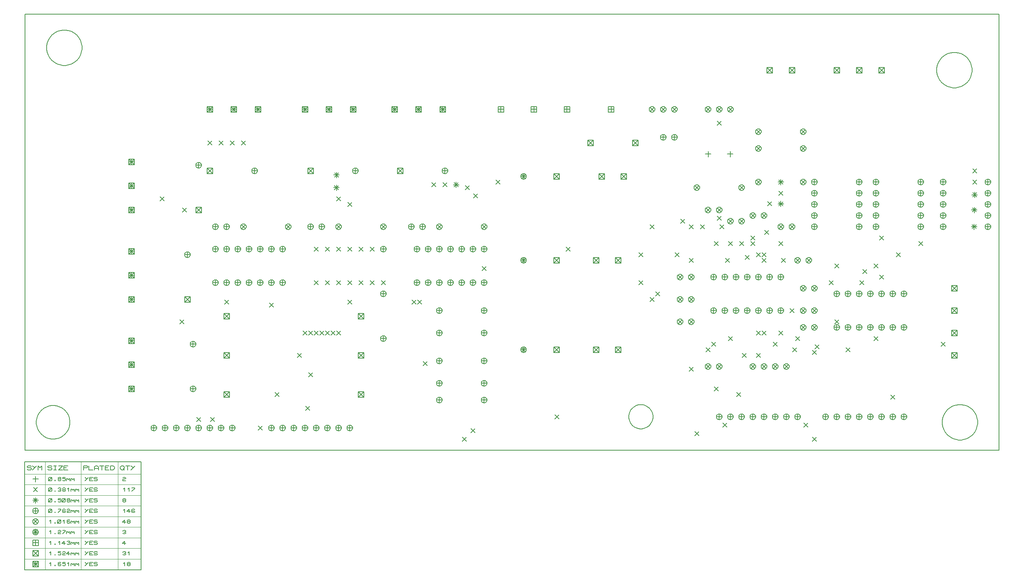
<source format=gbr>
G04 PROTEUS RS274X GERBER FILE*
%FSLAX45Y45*%
%MOMM*%
G01*
%ADD31C,0.203200*%
%ADD65C,0.127000*%
%ADD66C,0.063500*%
%TD.AperFunction*%
D31*
X+4781099Y+7156901D02*
X+4870901Y+7067099D01*
X+4781099Y+7067099D02*
X+4870901Y+7156901D01*
X+4971599Y+7664901D02*
X+5061401Y+7575099D01*
X+4971599Y+7575099D02*
X+5061401Y+7664901D01*
X+4908099Y+7029901D02*
X+4997901Y+6940099D01*
X+4908099Y+6940099D02*
X+4997901Y+7029901D01*
X+4336599Y+3981901D02*
X+4426401Y+3892099D01*
X+4336599Y+3892099D02*
X+4426401Y+3981901D01*
X+4654099Y+7537901D02*
X+4743901Y+7448099D01*
X+4654099Y+7448099D02*
X+4743901Y+7537901D01*
X+5289099Y+7410901D02*
X+5378901Y+7321099D01*
X+5289099Y+7321099D02*
X+5378901Y+7410901D01*
X+4781099Y+4870901D02*
X+4870901Y+4781099D01*
X+4781099Y+4781099D02*
X+4870901Y+4870901D01*
X+4781099Y+5378901D02*
X+4870901Y+5289099D01*
X+4781099Y+5289099D02*
X+4870901Y+5378901D01*
X+5162099Y+5124901D02*
X+5251901Y+5035099D01*
X+5162099Y+5035099D02*
X+5251901Y+5124901D01*
X+4463599Y+4870901D02*
X+4553401Y+4781099D01*
X+4463599Y+4781099D02*
X+4553401Y+4870901D01*
X+4908099Y+5378901D02*
X+4997901Y+5289099D01*
X+4908099Y+5289099D02*
X+4997901Y+5378901D01*
X+4908099Y+7156901D02*
X+4997901Y+7067099D01*
X+4908099Y+7067099D02*
X+4997901Y+7156901D01*
X+4654099Y+7410901D02*
X+4743901Y+7321099D01*
X+4654099Y+7321099D02*
X+4743901Y+7410901D01*
X+3066599Y+7918901D02*
X+3156401Y+7829099D01*
X+3066599Y+7829099D02*
X+3156401Y+7918901D01*
X+3892099Y+7982401D02*
X+3981901Y+7892599D01*
X+3892099Y+7892599D02*
X+3981901Y+7982401D01*
X+3955599Y+7791901D02*
X+4045401Y+7702099D01*
X+3955599Y+7702099D02*
X+4045401Y+7791901D01*
X+4082599Y+7029901D02*
X+4172401Y+6940099D01*
X+4082599Y+6940099D02*
X+4172401Y+7029901D01*
X+3511099Y+7791901D02*
X+3600901Y+7702099D01*
X+3511099Y+7702099D02*
X+3600901Y+7791901D01*
X+3828599Y+7410901D02*
X+3918401Y+7321099D01*
X+3828599Y+7321099D02*
X+3918401Y+7410901D01*
X+4146099Y+7410901D02*
X+4235901Y+7321099D01*
X+4146099Y+7321099D02*
X+4235901Y+7410901D01*
X+3765099Y+5124901D02*
X+3854901Y+5035099D01*
X+3765099Y+5035099D02*
X+3854901Y+5124901D01*
X+3828599Y+4108901D02*
X+3918401Y+4019099D01*
X+3828599Y+4019099D02*
X+3918401Y+4108901D01*
X+3638099Y+4997901D02*
X+3727901Y+4908099D01*
X+3638099Y+4908099D02*
X+3727901Y+4997901D01*
X+7575099Y+6648901D02*
X+7664901Y+6559099D01*
X+7575099Y+6559099D02*
X+7664901Y+6648901D01*
X+7130599Y+6521901D02*
X+7220401Y+6432099D01*
X+7130599Y+6432099D02*
X+7220401Y+6521901D01*
X+7448099Y+5251901D02*
X+7537901Y+5162099D01*
X+7448099Y+5162099D02*
X+7537901Y+5251901D01*
X+6559099Y+5632901D02*
X+6648901Y+5543099D01*
X+6559099Y+5543099D02*
X+6648901Y+5632901D01*
X+3257099Y+7029901D02*
X+3346901Y+6940099D01*
X+3257099Y+6940099D02*
X+3346901Y+7029901D01*
X+4527099Y+7093401D02*
X+4616901Y+7003599D01*
X+4527099Y+7003599D02*
X+4616901Y+7093401D01*
X+3257099Y+4553401D02*
X+3346901Y+4463599D01*
X+3257099Y+4463599D02*
X+3346901Y+4553401D01*
X+4400099Y+7410901D02*
X+4489901Y+7321099D01*
X+4400099Y+7321099D02*
X+4489901Y+7410901D01*
X+4146099Y+5251901D02*
X+4235901Y+5162099D01*
X+4146099Y+5162099D02*
X+4235901Y+5251901D01*
X+3892099Y+10141401D02*
X+3981901Y+10051599D01*
X+3892099Y+10051599D02*
X+3981901Y+10141401D01*
X+5606599Y+4997901D02*
X+5696401Y+4908099D01*
X+5606599Y+4908099D02*
X+5696401Y+4997901D01*
X+5289099Y+5378901D02*
X+5378901Y+5289099D01*
X+5289099Y+5289099D02*
X+5378901Y+5378901D01*
X+5352599Y+7029901D02*
X+5442401Y+6940099D01*
X+5352599Y+6940099D02*
X+5442401Y+7029901D01*
X-6267901Y+6013901D02*
X-6178099Y+5924099D01*
X-6267901Y+5924099D02*
X-6178099Y+6013901D01*
X-7283901Y+6077401D02*
X-7194099Y+5987599D01*
X-7283901Y+5987599D02*
X-7194099Y+6077401D01*
X+6813099Y+4997901D02*
X+6902901Y+4908099D01*
X+6813099Y+4908099D02*
X+6902901Y+4997901D01*
X+7448099Y+6902901D02*
X+7537901Y+6813099D01*
X+7448099Y+6813099D02*
X+7537901Y+6902901D01*
X+7194099Y+6775901D02*
X+7283901Y+6686099D01*
X+7194099Y+6686099D02*
X+7283901Y+6775901D01*
X+6432099Y+6521901D02*
X+6521901Y+6432099D01*
X+6432099Y+6432099D02*
X+6521901Y+6521901D01*
X+6559099Y+6902901D02*
X+6648901Y+6813099D01*
X+6559099Y+6813099D02*
X+6648901Y+6902901D01*
X-8744401Y+8426901D02*
X-8654599Y+8337099D01*
X-8744401Y+8337099D02*
X-8654599Y+8426901D01*
X-1124401Y+8807901D02*
X-1034599Y+8718099D01*
X-1124401Y+8718099D02*
X-1034599Y+8807901D01*
X-1695901Y+3156401D02*
X-1606099Y+3066599D01*
X-1695901Y+3066599D02*
X-1606099Y+3156401D01*
X+6051099Y+2965901D02*
X+6140901Y+2876099D01*
X+6051099Y+2876099D02*
X+6140901Y+2965901D01*
X+6051099Y+4934401D02*
X+6140901Y+4844599D01*
X+6051099Y+4844599D02*
X+6140901Y+4934401D01*
X+4019099Y+3283401D02*
X+4108901Y+3193599D01*
X+4019099Y+3193599D02*
X+4108901Y+3283401D01*
X+5860599Y+3283401D02*
X+5950401Y+3193599D01*
X+5860599Y+3193599D02*
X+5950401Y+3283401D01*
X+7829099Y+3918401D02*
X+7918901Y+3828599D01*
X+7829099Y+3828599D02*
X+7918901Y+3918401D01*
X+3384099Y+3092901D02*
X+3473901Y+3003099D01*
X+3384099Y+3003099D02*
X+3473901Y+3092901D01*
X-1886401Y+2965901D02*
X-1796599Y+2876099D01*
X-1886401Y+2876099D02*
X-1796599Y+2965901D01*
X+7956099Y+7156901D02*
X+8045901Y+7067099D01*
X+7956099Y+7067099D02*
X+8045901Y+7156901D01*
X+8464099Y+7410901D02*
X+8553901Y+7321099D01*
X+8464099Y+7321099D02*
X+8553901Y+7410901D01*
X+8972099Y+5124901D02*
X+9061901Y+5035099D01*
X+8972099Y+5035099D02*
X+9061901Y+5124901D01*
X+6114599Y+5061401D02*
X+6204401Y+4971599D01*
X+6114599Y+4971599D02*
X+6204401Y+5061401D01*
X+5670099Y+5251901D02*
X+5759901Y+5162099D01*
X+5670099Y+5162099D02*
X+5759901Y+5251901D01*
X+5543099Y+5886901D02*
X+5632901Y+5797099D01*
X+5543099Y+5797099D02*
X+5632901Y+5886901D01*
X-5632901Y+4870901D02*
X-5543099Y+4781099D01*
X-5632901Y+4781099D02*
X-5543099Y+4870901D01*
X-8299901Y+5632901D02*
X-8210099Y+5543099D01*
X-8299901Y+5543099D02*
X-8210099Y+5632901D01*
X-1441901Y+6839401D02*
X-1352099Y+6749599D01*
X-1441901Y+6749599D02*
X-1352099Y+6839401D01*
X-7918901Y+3410401D02*
X-7829099Y+3320599D01*
X-7918901Y+3320599D02*
X-7829099Y+3410401D01*
X-2775401Y+4680401D02*
X-2685599Y+4590599D01*
X-2775401Y+4590599D02*
X-2685599Y+4680401D01*
X-5378901Y+4426401D02*
X-5289099Y+4336599D01*
X-5378901Y+4336599D02*
X-5289099Y+4426401D01*
X-1822901Y+8680901D02*
X-1733099Y+8591099D01*
X-1822901Y+8591099D02*
X-1733099Y+8680901D01*
X-1632401Y+8490401D02*
X-1542599Y+8400599D01*
X-1632401Y+8400599D02*
X-1542599Y+8490401D01*
X-3029401Y+6077401D02*
X-2939599Y+5987599D01*
X-3029401Y+5987599D02*
X-2939599Y+6077401D01*
X-4489901Y+6077401D02*
X-4400099Y+5987599D01*
X-4489901Y+5987599D02*
X-4400099Y+6077401D01*
X-4870901Y+5378901D02*
X-4781099Y+5289099D01*
X-4870901Y+5289099D02*
X-4781099Y+5378901D01*
X-5124901Y+5378901D02*
X-5035099Y+5289099D01*
X-5124901Y+5289099D02*
X-5035099Y+5378901D01*
X-5505901Y+5378901D02*
X-5416099Y+5289099D01*
X-5505901Y+5289099D02*
X-5416099Y+5378901D01*
X-4743901Y+5378901D02*
X-4654099Y+5289099D01*
X-4743901Y+5289099D02*
X-4654099Y+5378901D01*
X-5378901Y+5378901D02*
X-5289099Y+5289099D01*
X-5378901Y+5289099D02*
X-5289099Y+5378901D01*
X-5251901Y+5378901D02*
X-5162099Y+5289099D01*
X-5251901Y+5289099D02*
X-5162099Y+5378901D01*
X-4997901Y+5378901D02*
X-4908099Y+5289099D01*
X-4997901Y+5289099D02*
X-4908099Y+5378901D01*
X-2032000Y+8763000D02*
X-2032000Y+8636000D01*
X-2095500Y+8699500D02*
X-1968500Y+8699500D01*
X-2076901Y+8744401D02*
X-1987099Y+8654599D01*
X-2076901Y+8654599D02*
X-1987099Y+8744401D01*
X-2330901Y+8744401D02*
X-2241099Y+8654599D01*
X-2330901Y+8654599D02*
X-2241099Y+8744401D01*
X-2584901Y+8744401D02*
X-2495099Y+8654599D01*
X-2584901Y+8654599D02*
X-2495099Y+8744401D01*
X+5035514Y+8316927D02*
X+5125316Y+8227125D01*
X+5035514Y+8227125D02*
X+5125316Y+8316927D01*
X+5289290Y+8553901D02*
X+5379092Y+8464099D01*
X+5289290Y+8464099D02*
X+5379092Y+8553901D01*
X-4746450Y+8699500D02*
X-4746450Y+8572500D01*
X-4809950Y+8636000D02*
X-4682950Y+8636000D01*
X-4791351Y+8680901D02*
X-4701549Y+8591099D01*
X-4791351Y+8591099D02*
X-4701549Y+8680901D01*
X-7410901Y+9696901D02*
X-7321099Y+9607099D01*
X-7410901Y+9607099D02*
X-7321099Y+9696901D01*
X-7664901Y+9696901D02*
X-7575099Y+9607099D01*
X-7664901Y+9607099D02*
X-7575099Y+9696901D01*
X-6902901Y+9696901D02*
X-6813099Y+9607099D01*
X-6902901Y+9607099D02*
X-6813099Y+9696901D01*
X-7156901Y+9696901D02*
X-7067099Y+9607099D01*
X-7156901Y+9607099D02*
X-7067099Y+9696901D01*
X-4489901Y+8299901D02*
X-4400099Y+8210099D01*
X-4489901Y+8210099D02*
X-4400099Y+8299901D01*
X-4743901Y+8426901D02*
X-4654099Y+8337099D01*
X-4743901Y+8337099D02*
X-4654099Y+8426901D01*
X-4744743Y+8985321D02*
X-4744743Y+8858321D01*
X-4808243Y+8921821D02*
X-4681243Y+8921821D01*
X-4789644Y+8966722D02*
X-4699842Y+8876920D01*
X-4789644Y+8876920D02*
X-4699842Y+8966722D01*
X-8236401Y+8172901D02*
X-8146599Y+8083099D01*
X-8236401Y+8083099D02*
X-8146599Y+8172901D01*
X+9688895Y+9061901D02*
X+9778697Y+8972099D01*
X+9688895Y+8972099D02*
X+9778697Y+9061901D01*
X+7575099Y+7537901D02*
X+7664901Y+7448099D01*
X+7575099Y+7448099D02*
X+7664901Y+7537901D01*
X+9688895Y+8807901D02*
X+9778697Y+8718099D01*
X+9688895Y+8718099D02*
X+9778697Y+8807901D01*
X+9724673Y+8192281D02*
X+9724673Y+8065281D01*
X+9661173Y+8128781D02*
X+9788173Y+8128781D01*
X+9679772Y+8173682D02*
X+9769574Y+8083880D01*
X+9679772Y+8083880D02*
X+9769574Y+8173682D01*
X+9733796Y+8534457D02*
X+9733796Y+8407457D01*
X+9670296Y+8470957D02*
X+9797296Y+8470957D01*
X+9688895Y+8515858D02*
X+9778697Y+8426056D01*
X+9688895Y+8426056D02*
X+9778697Y+8515858D01*
X+9719194Y+7811360D02*
X+9719194Y+7684360D01*
X+9655694Y+7747860D02*
X+9782694Y+7747860D01*
X+9674293Y+7792761D02*
X+9764095Y+7702959D01*
X+9674293Y+7702959D02*
X+9764095Y+7792761D01*
X+5334264Y+8329335D02*
X+5334264Y+8202335D01*
X+5270764Y+8265835D02*
X+5397764Y+8265835D01*
X+5289363Y+8310736D02*
X+5379165Y+8220934D01*
X+5289363Y+8220934D02*
X+5379165Y+8310736D01*
X+5334115Y+8826500D02*
X+5334115Y+8699500D01*
X+5270615Y+8763000D02*
X+5397615Y+8763000D01*
X+5289214Y+8807901D02*
X+5379016Y+8718099D01*
X+5289214Y+8718099D02*
X+5379016Y+8807901D01*
X-6140901Y+3981901D02*
X-6051099Y+3892099D01*
X-6140901Y+3892099D02*
X-6051099Y+3981901D01*
X-7601401Y+3410401D02*
X-7511599Y+3320599D01*
X-7601401Y+3320599D02*
X-7511599Y+3410401D01*
X-6521901Y+3219901D02*
X-6432099Y+3130099D01*
X-6521901Y+3130099D02*
X-6432099Y+3219901D01*
X-5442401Y+3664401D02*
X-5352599Y+3574599D01*
X-5442401Y+3574599D02*
X-5352599Y+3664401D01*
X+209099Y+3473901D02*
X+298901Y+3384099D01*
X+209099Y+3384099D02*
X+298901Y+3473901D01*
X+463099Y+7283901D02*
X+552901Y+7194099D01*
X+463099Y+7194099D02*
X+552901Y+7283901D01*
X+2939599Y+7156901D02*
X+3029401Y+7067099D01*
X+2939599Y+7067099D02*
X+3029401Y+7156901D01*
X+2114099Y+7156901D02*
X+2203901Y+7067099D01*
X+2114099Y+7067099D02*
X+2203901Y+7156901D01*
X+2114099Y+6521901D02*
X+2203901Y+6432099D01*
X+2114099Y+6432099D02*
X+2203901Y+6521901D01*
X-2902401Y+6077401D02*
X-2812599Y+5987599D01*
X-2902401Y+5987599D02*
X-2812599Y+6077401D01*
X+2495099Y+6267901D02*
X+2584901Y+6178099D01*
X+2495099Y+6178099D02*
X+2584901Y+6267901D01*
X+3257099Y+7791901D02*
X+3346901Y+7702099D01*
X+3257099Y+7702099D02*
X+3346901Y+7791901D01*
X+2368099Y+7791901D02*
X+2457901Y+7702099D01*
X+2368099Y+7702099D02*
X+2457901Y+7791901D01*
X+2368099Y+6140901D02*
X+2457901Y+6051099D01*
X+2368099Y+6051099D02*
X+2457901Y+6140901D01*
X-7620000Y+10477500D02*
X-7620000Y+10350500D01*
X-7683500Y+10414000D02*
X-7556500Y+10414000D01*
X-7683500Y+10350500D02*
X-7556500Y+10350500D01*
X-7556500Y+10477500D01*
X-7683500Y+10477500D01*
X-7683500Y+10350500D01*
X-7683500Y+10477500D02*
X-7556500Y+10350500D01*
X-7683500Y+10350500D02*
X-7556500Y+10477500D01*
X-7073900Y+10477500D02*
X-7073900Y+10350500D01*
X-7137400Y+10414000D02*
X-7010400Y+10414000D01*
X-7137400Y+10350500D02*
X-7010400Y+10350500D01*
X-7010400Y+10477500D01*
X-7137400Y+10477500D01*
X-7137400Y+10350500D01*
X-7137400Y+10477500D02*
X-7010400Y+10350500D01*
X-7137400Y+10350500D02*
X-7010400Y+10477500D01*
X-6527800Y+10477500D02*
X-6527800Y+10350500D01*
X-6591300Y+10414000D02*
X-6464300Y+10414000D01*
X-6591300Y+10350500D02*
X-6464300Y+10350500D01*
X-6464300Y+10477500D01*
X-6591300Y+10477500D01*
X-6591300Y+10350500D01*
X-6591300Y+10477500D02*
X-6464300Y+10350500D01*
X-6591300Y+10350500D02*
X-6464300Y+10477500D01*
X-9398000Y+8191500D02*
X-9398000Y+8064500D01*
X-9461500Y+8128000D02*
X-9334500Y+8128000D01*
X-9461500Y+8064500D02*
X-9334500Y+8064500D01*
X-9334500Y+8191500D01*
X-9461500Y+8191500D01*
X-9461500Y+8064500D01*
X-9461500Y+8191500D02*
X-9334500Y+8064500D01*
X-9461500Y+8064500D02*
X-9334500Y+8191500D01*
X-9398000Y+8737600D02*
X-9398000Y+8610600D01*
X-9461500Y+8674100D02*
X-9334500Y+8674100D01*
X-9461500Y+8610600D02*
X-9334500Y+8610600D01*
X-9334500Y+8737600D01*
X-9461500Y+8737600D01*
X-9461500Y+8610600D01*
X-9461500Y+8737600D02*
X-9334500Y+8610600D01*
X-9461500Y+8610600D02*
X-9334500Y+8737600D01*
X-9398000Y+9283700D02*
X-9398000Y+9156700D01*
X-9461500Y+9220200D02*
X-9334500Y+9220200D01*
X-9461500Y+9156700D02*
X-9334500Y+9156700D01*
X-9334500Y+9283700D01*
X-9461500Y+9283700D01*
X-9461500Y+9156700D01*
X-9461500Y+9283700D02*
X-9334500Y+9156700D01*
X-9461500Y+9156700D02*
X-9334500Y+9283700D01*
X-5461000Y+10477500D02*
X-5461000Y+10350500D01*
X-5524500Y+10414000D02*
X-5397500Y+10414000D01*
X-5524500Y+10350500D02*
X-5397500Y+10350500D01*
X-5397500Y+10477500D01*
X-5524500Y+10477500D01*
X-5524500Y+10350500D01*
X-5524500Y+10477500D02*
X-5397500Y+10350500D01*
X-5524500Y+10350500D02*
X-5397500Y+10477500D01*
X-4914900Y+10477500D02*
X-4914900Y+10350500D01*
X-4978400Y+10414000D02*
X-4851400Y+10414000D01*
X-4978400Y+10350500D02*
X-4851400Y+10350500D01*
X-4851400Y+10477500D01*
X-4978400Y+10477500D01*
X-4978400Y+10350500D01*
X-4978400Y+10477500D02*
X-4851400Y+10350500D01*
X-4978400Y+10350500D02*
X-4851400Y+10477500D01*
X-4368800Y+10477500D02*
X-4368800Y+10350500D01*
X-4432300Y+10414000D02*
X-4305300Y+10414000D01*
X-4432300Y+10350500D02*
X-4305300Y+10350500D01*
X-4305300Y+10477500D01*
X-4432300Y+10477500D01*
X-4432300Y+10350500D01*
X-4432300Y+10477500D02*
X-4305300Y+10350500D01*
X-4432300Y+10350500D02*
X-4305300Y+10477500D01*
X-9398000Y+6159500D02*
X-9398000Y+6032500D01*
X-9461500Y+6096000D02*
X-9334500Y+6096000D01*
X-9461500Y+6032500D02*
X-9334500Y+6032500D01*
X-9334500Y+6159500D01*
X-9461500Y+6159500D01*
X-9461500Y+6032500D01*
X-9461500Y+6159500D02*
X-9334500Y+6032500D01*
X-9461500Y+6032500D02*
X-9334500Y+6159500D01*
X-9398000Y+6705600D02*
X-9398000Y+6578600D01*
X-9461500Y+6642100D02*
X-9334500Y+6642100D01*
X-9461500Y+6578600D02*
X-9334500Y+6578600D01*
X-9334500Y+6705600D01*
X-9461500Y+6705600D01*
X-9461500Y+6578600D01*
X-9461500Y+6705600D02*
X-9334500Y+6578600D01*
X-9461500Y+6578600D02*
X-9334500Y+6705600D01*
X-9398000Y+7251700D02*
X-9398000Y+7124700D01*
X-9461500Y+7188200D02*
X-9334500Y+7188200D01*
X-9461500Y+7124700D02*
X-9334500Y+7124700D01*
X-9334500Y+7251700D01*
X-9461500Y+7251700D01*
X-9461500Y+7124700D01*
X-9461500Y+7251700D02*
X-9334500Y+7124700D01*
X-9461500Y+7124700D02*
X-9334500Y+7251700D01*
X-3429000Y+10477500D02*
X-3429000Y+10350500D01*
X-3492500Y+10414000D02*
X-3365500Y+10414000D01*
X-3492500Y+10350500D02*
X-3365500Y+10350500D01*
X-3365500Y+10477500D01*
X-3492500Y+10477500D01*
X-3492500Y+10350500D01*
X-3492500Y+10477500D02*
X-3365500Y+10350500D01*
X-3492500Y+10350500D02*
X-3365500Y+10477500D01*
X-2882900Y+10477500D02*
X-2882900Y+10350500D01*
X-2946400Y+10414000D02*
X-2819400Y+10414000D01*
X-2946400Y+10350500D02*
X-2819400Y+10350500D01*
X-2819400Y+10477500D01*
X-2946400Y+10477500D01*
X-2946400Y+10350500D01*
X-2946400Y+10477500D02*
X-2819400Y+10350500D01*
X-2946400Y+10350500D02*
X-2819400Y+10477500D01*
X-2336800Y+10477500D02*
X-2336800Y+10350500D01*
X-2400300Y+10414000D02*
X-2273300Y+10414000D01*
X-2400300Y+10350500D02*
X-2273300Y+10350500D01*
X-2273300Y+10477500D01*
X-2400300Y+10477500D01*
X-2400300Y+10350500D01*
X-2400300Y+10477500D02*
X-2273300Y+10350500D01*
X-2400300Y+10350500D02*
X-2273300Y+10477500D01*
X-9398000Y+4127500D02*
X-9398000Y+4000500D01*
X-9461500Y+4064000D02*
X-9334500Y+4064000D01*
X-9461500Y+4000500D02*
X-9334500Y+4000500D01*
X-9334500Y+4127500D01*
X-9461500Y+4127500D01*
X-9461500Y+4000500D01*
X-9461500Y+4127500D02*
X-9334500Y+4000500D01*
X-9461500Y+4000500D02*
X-9334500Y+4127500D01*
X-9398000Y+4673600D02*
X-9398000Y+4546600D01*
X-9461500Y+4610100D02*
X-9334500Y+4610100D01*
X-9461500Y+4546600D02*
X-9334500Y+4546600D01*
X-9334500Y+4673600D01*
X-9461500Y+4673600D01*
X-9461500Y+4546600D01*
X-9461500Y+4673600D02*
X-9334500Y+4546600D01*
X-9461500Y+4546600D02*
X-9334500Y+4673600D01*
X-9398000Y+5219700D02*
X-9398000Y+5092700D01*
X-9461500Y+5156200D02*
X-9334500Y+5156200D01*
X-9461500Y+5092700D02*
X-9334500Y+5092700D01*
X-9334500Y+5219700D01*
X-9461500Y+5219700D01*
X-9461500Y+5092700D01*
X-9461500Y+5219700D02*
X-9334500Y+5092700D01*
X-9461500Y+5092700D02*
X-9334500Y+5219700D01*
X-5905500Y+7239000D02*
X-5905717Y+7244247D01*
X-5907482Y+7254742D01*
X-5911174Y+7265237D01*
X-5917202Y+7275732D01*
X-5926424Y+7286112D01*
X-5936919Y+7293800D01*
X-5947414Y+7298718D01*
X-5957909Y+7301524D01*
X-5968404Y+7302497D01*
X-5969000Y+7302500D01*
X-6032500Y+7239000D02*
X-6032283Y+7244247D01*
X-6030518Y+7254742D01*
X-6026826Y+7265237D01*
X-6020798Y+7275732D01*
X-6011576Y+7286112D01*
X-6001081Y+7293800D01*
X-5990586Y+7298718D01*
X-5980091Y+7301524D01*
X-5969596Y+7302497D01*
X-5969000Y+7302500D01*
X-6032500Y+7239000D02*
X-6032283Y+7233753D01*
X-6030518Y+7223258D01*
X-6026826Y+7212763D01*
X-6020798Y+7202268D01*
X-6011576Y+7191888D01*
X-6001081Y+7184200D01*
X-5990586Y+7179282D01*
X-5980091Y+7176476D01*
X-5969596Y+7175503D01*
X-5969000Y+7175500D01*
X-5905500Y+7239000D02*
X-5905717Y+7233753D01*
X-5907482Y+7223258D01*
X-5911174Y+7212763D01*
X-5917202Y+7202268D01*
X-5926424Y+7191888D01*
X-5936919Y+7184200D01*
X-5947414Y+7179282D01*
X-5957909Y+7176476D01*
X-5968404Y+7175503D01*
X-5969000Y+7175500D01*
X-5969000Y+7302500D02*
X-5969000Y+7175500D01*
X-6032500Y+7239000D02*
X-5905500Y+7239000D01*
X-6159500Y+7239000D02*
X-6159717Y+7244247D01*
X-6161482Y+7254742D01*
X-6165174Y+7265237D01*
X-6171202Y+7275732D01*
X-6180424Y+7286112D01*
X-6190919Y+7293800D01*
X-6201414Y+7298718D01*
X-6211909Y+7301524D01*
X-6222404Y+7302497D01*
X-6223000Y+7302500D01*
X-6286500Y+7239000D02*
X-6286283Y+7244247D01*
X-6284518Y+7254742D01*
X-6280826Y+7265237D01*
X-6274798Y+7275732D01*
X-6265576Y+7286112D01*
X-6255081Y+7293800D01*
X-6244586Y+7298718D01*
X-6234091Y+7301524D01*
X-6223596Y+7302497D01*
X-6223000Y+7302500D01*
X-6286500Y+7239000D02*
X-6286283Y+7233753D01*
X-6284518Y+7223258D01*
X-6280826Y+7212763D01*
X-6274798Y+7202268D01*
X-6265576Y+7191888D01*
X-6255081Y+7184200D01*
X-6244586Y+7179282D01*
X-6234091Y+7176476D01*
X-6223596Y+7175503D01*
X-6223000Y+7175500D01*
X-6159500Y+7239000D02*
X-6159717Y+7233753D01*
X-6161482Y+7223258D01*
X-6165174Y+7212763D01*
X-6171202Y+7202268D01*
X-6180424Y+7191888D01*
X-6190919Y+7184200D01*
X-6201414Y+7179282D01*
X-6211909Y+7176476D01*
X-6222404Y+7175503D01*
X-6223000Y+7175500D01*
X-6223000Y+7302500D02*
X-6223000Y+7175500D01*
X-6286500Y+7239000D02*
X-6159500Y+7239000D01*
X-6413500Y+7239000D02*
X-6413717Y+7244247D01*
X-6415482Y+7254742D01*
X-6419174Y+7265237D01*
X-6425202Y+7275732D01*
X-6434424Y+7286112D01*
X-6444919Y+7293800D01*
X-6455414Y+7298718D01*
X-6465909Y+7301524D01*
X-6476404Y+7302497D01*
X-6477000Y+7302500D01*
X-6540500Y+7239000D02*
X-6540283Y+7244247D01*
X-6538518Y+7254742D01*
X-6534826Y+7265237D01*
X-6528798Y+7275732D01*
X-6519576Y+7286112D01*
X-6509081Y+7293800D01*
X-6498586Y+7298718D01*
X-6488091Y+7301524D01*
X-6477596Y+7302497D01*
X-6477000Y+7302500D01*
X-6540500Y+7239000D02*
X-6540283Y+7233753D01*
X-6538518Y+7223258D01*
X-6534826Y+7212763D01*
X-6528798Y+7202268D01*
X-6519576Y+7191888D01*
X-6509081Y+7184200D01*
X-6498586Y+7179282D01*
X-6488091Y+7176476D01*
X-6477596Y+7175503D01*
X-6477000Y+7175500D01*
X-6413500Y+7239000D02*
X-6413717Y+7233753D01*
X-6415482Y+7223258D01*
X-6419174Y+7212763D01*
X-6425202Y+7202268D01*
X-6434424Y+7191888D01*
X-6444919Y+7184200D01*
X-6455414Y+7179282D01*
X-6465909Y+7176476D01*
X-6476404Y+7175503D01*
X-6477000Y+7175500D01*
X-6477000Y+7302500D02*
X-6477000Y+7175500D01*
X-6540500Y+7239000D02*
X-6413500Y+7239000D01*
X-6667500Y+7239000D02*
X-6667717Y+7244247D01*
X-6669482Y+7254742D01*
X-6673174Y+7265237D01*
X-6679202Y+7275732D01*
X-6688424Y+7286112D01*
X-6698919Y+7293800D01*
X-6709414Y+7298718D01*
X-6719909Y+7301524D01*
X-6730404Y+7302497D01*
X-6731000Y+7302500D01*
X-6794500Y+7239000D02*
X-6794283Y+7244247D01*
X-6792518Y+7254742D01*
X-6788826Y+7265237D01*
X-6782798Y+7275732D01*
X-6773576Y+7286112D01*
X-6763081Y+7293800D01*
X-6752586Y+7298718D01*
X-6742091Y+7301524D01*
X-6731596Y+7302497D01*
X-6731000Y+7302500D01*
X-6794500Y+7239000D02*
X-6794283Y+7233753D01*
X-6792518Y+7223258D01*
X-6788826Y+7212763D01*
X-6782798Y+7202268D01*
X-6773576Y+7191888D01*
X-6763081Y+7184200D01*
X-6752586Y+7179282D01*
X-6742091Y+7176476D01*
X-6731596Y+7175503D01*
X-6731000Y+7175500D01*
X-6667500Y+7239000D02*
X-6667717Y+7233753D01*
X-6669482Y+7223258D01*
X-6673174Y+7212763D01*
X-6679202Y+7202268D01*
X-6688424Y+7191888D01*
X-6698919Y+7184200D01*
X-6709414Y+7179282D01*
X-6719909Y+7176476D01*
X-6730404Y+7175503D01*
X-6731000Y+7175500D01*
X-6731000Y+7302500D02*
X-6731000Y+7175500D01*
X-6794500Y+7239000D02*
X-6667500Y+7239000D01*
X-6921500Y+7239000D02*
X-6921717Y+7244247D01*
X-6923482Y+7254742D01*
X-6927174Y+7265237D01*
X-6933202Y+7275732D01*
X-6942424Y+7286112D01*
X-6952919Y+7293800D01*
X-6963414Y+7298718D01*
X-6973909Y+7301524D01*
X-6984404Y+7302497D01*
X-6985000Y+7302500D01*
X-7048500Y+7239000D02*
X-7048283Y+7244247D01*
X-7046518Y+7254742D01*
X-7042826Y+7265237D01*
X-7036798Y+7275732D01*
X-7027576Y+7286112D01*
X-7017081Y+7293800D01*
X-7006586Y+7298718D01*
X-6996091Y+7301524D01*
X-6985596Y+7302497D01*
X-6985000Y+7302500D01*
X-7048500Y+7239000D02*
X-7048283Y+7233753D01*
X-7046518Y+7223258D01*
X-7042826Y+7212763D01*
X-7036798Y+7202268D01*
X-7027576Y+7191888D01*
X-7017081Y+7184200D01*
X-7006586Y+7179282D01*
X-6996091Y+7176476D01*
X-6985596Y+7175503D01*
X-6985000Y+7175500D01*
X-6921500Y+7239000D02*
X-6921717Y+7233753D01*
X-6923482Y+7223258D01*
X-6927174Y+7212763D01*
X-6933202Y+7202268D01*
X-6942424Y+7191888D01*
X-6952919Y+7184200D01*
X-6963414Y+7179282D01*
X-6973909Y+7176476D01*
X-6984404Y+7175503D01*
X-6985000Y+7175500D01*
X-6985000Y+7302500D02*
X-6985000Y+7175500D01*
X-7048500Y+7239000D02*
X-6921500Y+7239000D01*
X-7175500Y+7239000D02*
X-7175717Y+7244247D01*
X-7177482Y+7254742D01*
X-7181174Y+7265237D01*
X-7187202Y+7275732D01*
X-7196424Y+7286112D01*
X-7206919Y+7293800D01*
X-7217414Y+7298718D01*
X-7227909Y+7301524D01*
X-7238404Y+7302497D01*
X-7239000Y+7302500D01*
X-7302500Y+7239000D02*
X-7302283Y+7244247D01*
X-7300518Y+7254742D01*
X-7296826Y+7265237D01*
X-7290798Y+7275732D01*
X-7281576Y+7286112D01*
X-7271081Y+7293800D01*
X-7260586Y+7298718D01*
X-7250091Y+7301524D01*
X-7239596Y+7302497D01*
X-7239000Y+7302500D01*
X-7302500Y+7239000D02*
X-7302283Y+7233753D01*
X-7300518Y+7223258D01*
X-7296826Y+7212763D01*
X-7290798Y+7202268D01*
X-7281576Y+7191888D01*
X-7271081Y+7184200D01*
X-7260586Y+7179282D01*
X-7250091Y+7176476D01*
X-7239596Y+7175503D01*
X-7239000Y+7175500D01*
X-7175500Y+7239000D02*
X-7175717Y+7233753D01*
X-7177482Y+7223258D01*
X-7181174Y+7212763D01*
X-7187202Y+7202268D01*
X-7196424Y+7191888D01*
X-7206919Y+7184200D01*
X-7217414Y+7179282D01*
X-7227909Y+7176476D01*
X-7238404Y+7175503D01*
X-7239000Y+7175500D01*
X-7239000Y+7302500D02*
X-7239000Y+7175500D01*
X-7302500Y+7239000D02*
X-7175500Y+7239000D01*
X-7429500Y+7239000D02*
X-7429717Y+7244247D01*
X-7431482Y+7254742D01*
X-7435174Y+7265237D01*
X-7441202Y+7275732D01*
X-7450424Y+7286112D01*
X-7460919Y+7293800D01*
X-7471414Y+7298718D01*
X-7481909Y+7301524D01*
X-7492404Y+7302497D01*
X-7493000Y+7302500D01*
X-7556500Y+7239000D02*
X-7556283Y+7244247D01*
X-7554518Y+7254742D01*
X-7550826Y+7265237D01*
X-7544798Y+7275732D01*
X-7535576Y+7286112D01*
X-7525081Y+7293800D01*
X-7514586Y+7298718D01*
X-7504091Y+7301524D01*
X-7493596Y+7302497D01*
X-7493000Y+7302500D01*
X-7556500Y+7239000D02*
X-7556283Y+7233753D01*
X-7554518Y+7223258D01*
X-7550826Y+7212763D01*
X-7544798Y+7202268D01*
X-7535576Y+7191888D01*
X-7525081Y+7184200D01*
X-7514586Y+7179282D01*
X-7504091Y+7176476D01*
X-7493596Y+7175503D01*
X-7493000Y+7175500D01*
X-7429500Y+7239000D02*
X-7429717Y+7233753D01*
X-7431482Y+7223258D01*
X-7435174Y+7212763D01*
X-7441202Y+7202268D01*
X-7450424Y+7191888D01*
X-7460919Y+7184200D01*
X-7471414Y+7179282D01*
X-7481909Y+7176476D01*
X-7492404Y+7175503D01*
X-7493000Y+7175500D01*
X-7493000Y+7302500D02*
X-7493000Y+7175500D01*
X-7556500Y+7239000D02*
X-7429500Y+7239000D01*
X-7429500Y+6477000D02*
X-7429717Y+6482247D01*
X-7431482Y+6492742D01*
X-7435174Y+6503237D01*
X-7441202Y+6513732D01*
X-7450424Y+6524112D01*
X-7460919Y+6531800D01*
X-7471414Y+6536718D01*
X-7481909Y+6539524D01*
X-7492404Y+6540497D01*
X-7493000Y+6540500D01*
X-7556500Y+6477000D02*
X-7556283Y+6482247D01*
X-7554518Y+6492742D01*
X-7550826Y+6503237D01*
X-7544798Y+6513732D01*
X-7535576Y+6524112D01*
X-7525081Y+6531800D01*
X-7514586Y+6536718D01*
X-7504091Y+6539524D01*
X-7493596Y+6540497D01*
X-7493000Y+6540500D01*
X-7556500Y+6477000D02*
X-7556283Y+6471753D01*
X-7554518Y+6461258D01*
X-7550826Y+6450763D01*
X-7544798Y+6440268D01*
X-7535576Y+6429888D01*
X-7525081Y+6422200D01*
X-7514586Y+6417282D01*
X-7504091Y+6414476D01*
X-7493596Y+6413503D01*
X-7493000Y+6413500D01*
X-7429500Y+6477000D02*
X-7429717Y+6471753D01*
X-7431482Y+6461258D01*
X-7435174Y+6450763D01*
X-7441202Y+6440268D01*
X-7450424Y+6429888D01*
X-7460919Y+6422200D01*
X-7471414Y+6417282D01*
X-7481909Y+6414476D01*
X-7492404Y+6413503D01*
X-7493000Y+6413500D01*
X-7493000Y+6540500D02*
X-7493000Y+6413500D01*
X-7556500Y+6477000D02*
X-7429500Y+6477000D01*
X-7175500Y+6477000D02*
X-7175717Y+6482247D01*
X-7177482Y+6492742D01*
X-7181174Y+6503237D01*
X-7187202Y+6513732D01*
X-7196424Y+6524112D01*
X-7206919Y+6531800D01*
X-7217414Y+6536718D01*
X-7227909Y+6539524D01*
X-7238404Y+6540497D01*
X-7239000Y+6540500D01*
X-7302500Y+6477000D02*
X-7302283Y+6482247D01*
X-7300518Y+6492742D01*
X-7296826Y+6503237D01*
X-7290798Y+6513732D01*
X-7281576Y+6524112D01*
X-7271081Y+6531800D01*
X-7260586Y+6536718D01*
X-7250091Y+6539524D01*
X-7239596Y+6540497D01*
X-7239000Y+6540500D01*
X-7302500Y+6477000D02*
X-7302283Y+6471753D01*
X-7300518Y+6461258D01*
X-7296826Y+6450763D01*
X-7290798Y+6440268D01*
X-7281576Y+6429888D01*
X-7271081Y+6422200D01*
X-7260586Y+6417282D01*
X-7250091Y+6414476D01*
X-7239596Y+6413503D01*
X-7239000Y+6413500D01*
X-7175500Y+6477000D02*
X-7175717Y+6471753D01*
X-7177482Y+6461258D01*
X-7181174Y+6450763D01*
X-7187202Y+6440268D01*
X-7196424Y+6429888D01*
X-7206919Y+6422200D01*
X-7217414Y+6417282D01*
X-7227909Y+6414476D01*
X-7238404Y+6413503D01*
X-7239000Y+6413500D01*
X-7239000Y+6540500D02*
X-7239000Y+6413500D01*
X-7302500Y+6477000D02*
X-7175500Y+6477000D01*
X-6921500Y+6477000D02*
X-6921717Y+6482247D01*
X-6923482Y+6492742D01*
X-6927174Y+6503237D01*
X-6933202Y+6513732D01*
X-6942424Y+6524112D01*
X-6952919Y+6531800D01*
X-6963414Y+6536718D01*
X-6973909Y+6539524D01*
X-6984404Y+6540497D01*
X-6985000Y+6540500D01*
X-7048500Y+6477000D02*
X-7048283Y+6482247D01*
X-7046518Y+6492742D01*
X-7042826Y+6503237D01*
X-7036798Y+6513732D01*
X-7027576Y+6524112D01*
X-7017081Y+6531800D01*
X-7006586Y+6536718D01*
X-6996091Y+6539524D01*
X-6985596Y+6540497D01*
X-6985000Y+6540500D01*
X-7048500Y+6477000D02*
X-7048283Y+6471753D01*
X-7046518Y+6461258D01*
X-7042826Y+6450763D01*
X-7036798Y+6440268D01*
X-7027576Y+6429888D01*
X-7017081Y+6422200D01*
X-7006586Y+6417282D01*
X-6996091Y+6414476D01*
X-6985596Y+6413503D01*
X-6985000Y+6413500D01*
X-6921500Y+6477000D02*
X-6921717Y+6471753D01*
X-6923482Y+6461258D01*
X-6927174Y+6450763D01*
X-6933202Y+6440268D01*
X-6942424Y+6429888D01*
X-6952919Y+6422200D01*
X-6963414Y+6417282D01*
X-6973909Y+6414476D01*
X-6984404Y+6413503D01*
X-6985000Y+6413500D01*
X-6985000Y+6540500D02*
X-6985000Y+6413500D01*
X-7048500Y+6477000D02*
X-6921500Y+6477000D01*
X-6667500Y+6477000D02*
X-6667717Y+6482247D01*
X-6669482Y+6492742D01*
X-6673174Y+6503237D01*
X-6679202Y+6513732D01*
X-6688424Y+6524112D01*
X-6698919Y+6531800D01*
X-6709414Y+6536718D01*
X-6719909Y+6539524D01*
X-6730404Y+6540497D01*
X-6731000Y+6540500D01*
X-6794500Y+6477000D02*
X-6794283Y+6482247D01*
X-6792518Y+6492742D01*
X-6788826Y+6503237D01*
X-6782798Y+6513732D01*
X-6773576Y+6524112D01*
X-6763081Y+6531800D01*
X-6752586Y+6536718D01*
X-6742091Y+6539524D01*
X-6731596Y+6540497D01*
X-6731000Y+6540500D01*
X-6794500Y+6477000D02*
X-6794283Y+6471753D01*
X-6792518Y+6461258D01*
X-6788826Y+6450763D01*
X-6782798Y+6440268D01*
X-6773576Y+6429888D01*
X-6763081Y+6422200D01*
X-6752586Y+6417282D01*
X-6742091Y+6414476D01*
X-6731596Y+6413503D01*
X-6731000Y+6413500D01*
X-6667500Y+6477000D02*
X-6667717Y+6471753D01*
X-6669482Y+6461258D01*
X-6673174Y+6450763D01*
X-6679202Y+6440268D01*
X-6688424Y+6429888D01*
X-6698919Y+6422200D01*
X-6709414Y+6417282D01*
X-6719909Y+6414476D01*
X-6730404Y+6413503D01*
X-6731000Y+6413500D01*
X-6731000Y+6540500D02*
X-6731000Y+6413500D01*
X-6794500Y+6477000D02*
X-6667500Y+6477000D01*
X-6413500Y+6477000D02*
X-6413717Y+6482247D01*
X-6415482Y+6492742D01*
X-6419174Y+6503237D01*
X-6425202Y+6513732D01*
X-6434424Y+6524112D01*
X-6444919Y+6531800D01*
X-6455414Y+6536718D01*
X-6465909Y+6539524D01*
X-6476404Y+6540497D01*
X-6477000Y+6540500D01*
X-6540500Y+6477000D02*
X-6540283Y+6482247D01*
X-6538518Y+6492742D01*
X-6534826Y+6503237D01*
X-6528798Y+6513732D01*
X-6519576Y+6524112D01*
X-6509081Y+6531800D01*
X-6498586Y+6536718D01*
X-6488091Y+6539524D01*
X-6477596Y+6540497D01*
X-6477000Y+6540500D01*
X-6540500Y+6477000D02*
X-6540283Y+6471753D01*
X-6538518Y+6461258D01*
X-6534826Y+6450763D01*
X-6528798Y+6440268D01*
X-6519576Y+6429888D01*
X-6509081Y+6422200D01*
X-6498586Y+6417282D01*
X-6488091Y+6414476D01*
X-6477596Y+6413503D01*
X-6477000Y+6413500D01*
X-6413500Y+6477000D02*
X-6413717Y+6471753D01*
X-6415482Y+6461258D01*
X-6419174Y+6450763D01*
X-6425202Y+6440268D01*
X-6434424Y+6429888D01*
X-6444919Y+6422200D01*
X-6455414Y+6417282D01*
X-6465909Y+6414476D01*
X-6476404Y+6413503D01*
X-6477000Y+6413500D01*
X-6477000Y+6540500D02*
X-6477000Y+6413500D01*
X-6540500Y+6477000D02*
X-6413500Y+6477000D01*
X-6159500Y+6477000D02*
X-6159717Y+6482247D01*
X-6161482Y+6492742D01*
X-6165174Y+6503237D01*
X-6171202Y+6513732D01*
X-6180424Y+6524112D01*
X-6190919Y+6531800D01*
X-6201414Y+6536718D01*
X-6211909Y+6539524D01*
X-6222404Y+6540497D01*
X-6223000Y+6540500D01*
X-6286500Y+6477000D02*
X-6286283Y+6482247D01*
X-6284518Y+6492742D01*
X-6280826Y+6503237D01*
X-6274798Y+6513732D01*
X-6265576Y+6524112D01*
X-6255081Y+6531800D01*
X-6244586Y+6536718D01*
X-6234091Y+6539524D01*
X-6223596Y+6540497D01*
X-6223000Y+6540500D01*
X-6286500Y+6477000D02*
X-6286283Y+6471753D01*
X-6284518Y+6461258D01*
X-6280826Y+6450763D01*
X-6274798Y+6440268D01*
X-6265576Y+6429888D01*
X-6255081Y+6422200D01*
X-6244586Y+6417282D01*
X-6234091Y+6414476D01*
X-6223596Y+6413503D01*
X-6223000Y+6413500D01*
X-6159500Y+6477000D02*
X-6159717Y+6471753D01*
X-6161482Y+6461258D01*
X-6165174Y+6450763D01*
X-6171202Y+6440268D01*
X-6180424Y+6429888D01*
X-6190919Y+6422200D01*
X-6201414Y+6417282D01*
X-6211909Y+6414476D01*
X-6222404Y+6413503D01*
X-6223000Y+6413500D01*
X-6223000Y+6540500D02*
X-6223000Y+6413500D01*
X-6286500Y+6477000D02*
X-6159500Y+6477000D01*
X-5905500Y+6477000D02*
X-5905717Y+6482247D01*
X-5907482Y+6492742D01*
X-5911174Y+6503237D01*
X-5917202Y+6513732D01*
X-5926424Y+6524112D01*
X-5936919Y+6531800D01*
X-5947414Y+6536718D01*
X-5957909Y+6539524D01*
X-5968404Y+6540497D01*
X-5969000Y+6540500D01*
X-6032500Y+6477000D02*
X-6032283Y+6482247D01*
X-6030518Y+6492742D01*
X-6026826Y+6503237D01*
X-6020798Y+6513732D01*
X-6011576Y+6524112D01*
X-6001081Y+6531800D01*
X-5990586Y+6536718D01*
X-5980091Y+6539524D01*
X-5969596Y+6540497D01*
X-5969000Y+6540500D01*
X-6032500Y+6477000D02*
X-6032283Y+6471753D01*
X-6030518Y+6461258D01*
X-6026826Y+6450763D01*
X-6020798Y+6440268D01*
X-6011576Y+6429888D01*
X-6001081Y+6422200D01*
X-5990586Y+6417282D01*
X-5980091Y+6414476D01*
X-5969596Y+6413503D01*
X-5969000Y+6413500D01*
X-5905500Y+6477000D02*
X-5905717Y+6471753D01*
X-5907482Y+6461258D01*
X-5911174Y+6450763D01*
X-5917202Y+6440268D01*
X-5926424Y+6429888D01*
X-5936919Y+6422200D01*
X-5947414Y+6417282D01*
X-5957909Y+6414476D01*
X-5968404Y+6413503D01*
X-5969000Y+6413500D01*
X-5969000Y+6540500D02*
X-5969000Y+6413500D01*
X-6032500Y+6477000D02*
X-5905500Y+6477000D01*
X-3619500Y+7239000D02*
X-3619717Y+7244247D01*
X-3621482Y+7254742D01*
X-3625174Y+7265237D01*
X-3631202Y+7275732D01*
X-3640424Y+7286112D01*
X-3650919Y+7293800D01*
X-3661414Y+7298718D01*
X-3671909Y+7301524D01*
X-3682404Y+7302497D01*
X-3683000Y+7302500D01*
X-3746500Y+7239000D02*
X-3746283Y+7244247D01*
X-3744518Y+7254742D01*
X-3740826Y+7265237D01*
X-3734798Y+7275732D01*
X-3725576Y+7286112D01*
X-3715081Y+7293800D01*
X-3704586Y+7298718D01*
X-3694091Y+7301524D01*
X-3683596Y+7302497D01*
X-3683000Y+7302500D01*
X-3746500Y+7239000D02*
X-3746283Y+7233753D01*
X-3744518Y+7223258D01*
X-3740826Y+7212763D01*
X-3734798Y+7202268D01*
X-3725576Y+7191888D01*
X-3715081Y+7184200D01*
X-3704586Y+7179282D01*
X-3694091Y+7176476D01*
X-3683596Y+7175503D01*
X-3683000Y+7175500D01*
X-3619500Y+7239000D02*
X-3619717Y+7233753D01*
X-3621482Y+7223258D01*
X-3625174Y+7212763D01*
X-3631202Y+7202268D01*
X-3640424Y+7191888D01*
X-3650919Y+7184200D01*
X-3661414Y+7179282D01*
X-3671909Y+7176476D01*
X-3682404Y+7175503D01*
X-3683000Y+7175500D01*
X-3683000Y+7302500D02*
X-3683000Y+7175500D01*
X-3746500Y+7239000D02*
X-3619500Y+7239000D01*
X-3981901Y+7283901D02*
X-3892099Y+7194099D01*
X-3981901Y+7194099D02*
X-3892099Y+7283901D01*
X-4235901Y+7283901D02*
X-4146099Y+7194099D01*
X-4235901Y+7194099D02*
X-4146099Y+7283901D01*
X-4489901Y+7283901D02*
X-4400099Y+7194099D01*
X-4489901Y+7194099D02*
X-4400099Y+7283901D01*
X-4743901Y+7283901D02*
X-4654099Y+7194099D01*
X-4743901Y+7194099D02*
X-4654099Y+7283901D01*
X-4997901Y+7283901D02*
X-4908099Y+7194099D01*
X-4997901Y+7194099D02*
X-4908099Y+7283901D01*
X-5251901Y+7283901D02*
X-5162099Y+7194099D01*
X-5251901Y+7194099D02*
X-5162099Y+7283901D01*
X-5251901Y+6521901D02*
X-5162099Y+6432099D01*
X-5251901Y+6432099D02*
X-5162099Y+6521901D01*
X-4997901Y+6521901D02*
X-4908099Y+6432099D01*
X-4997901Y+6432099D02*
X-4908099Y+6521901D01*
X-4743901Y+6521901D02*
X-4654099Y+6432099D01*
X-4743901Y+6432099D02*
X-4654099Y+6521901D01*
X-4489901Y+6521901D02*
X-4400099Y+6432099D01*
X-4489901Y+6432099D02*
X-4400099Y+6521901D01*
X-4235901Y+6521901D02*
X-4146099Y+6432099D01*
X-4235901Y+6432099D02*
X-4146099Y+6521901D01*
X-3981901Y+6521901D02*
X-3892099Y+6432099D01*
X-3981901Y+6432099D02*
X-3892099Y+6521901D01*
X-3727901Y+6521901D02*
X-3638099Y+6432099D01*
X-3727901Y+6432099D02*
X-3638099Y+6521901D01*
X-1333500Y+7239000D02*
X-1333717Y+7244247D01*
X-1335482Y+7254742D01*
X-1339174Y+7265237D01*
X-1345202Y+7275732D01*
X-1354424Y+7286112D01*
X-1364919Y+7293800D01*
X-1375414Y+7298718D01*
X-1385909Y+7301524D01*
X-1396404Y+7302497D01*
X-1397000Y+7302500D01*
X-1460500Y+7239000D02*
X-1460283Y+7244247D01*
X-1458518Y+7254742D01*
X-1454826Y+7265237D01*
X-1448798Y+7275732D01*
X-1439576Y+7286112D01*
X-1429081Y+7293800D01*
X-1418586Y+7298718D01*
X-1408091Y+7301524D01*
X-1397596Y+7302497D01*
X-1397000Y+7302500D01*
X-1460500Y+7239000D02*
X-1460283Y+7233753D01*
X-1458518Y+7223258D01*
X-1454826Y+7212763D01*
X-1448798Y+7202268D01*
X-1439576Y+7191888D01*
X-1429081Y+7184200D01*
X-1418586Y+7179282D01*
X-1408091Y+7176476D01*
X-1397596Y+7175503D01*
X-1397000Y+7175500D01*
X-1333500Y+7239000D02*
X-1333717Y+7233753D01*
X-1335482Y+7223258D01*
X-1339174Y+7212763D01*
X-1345202Y+7202268D01*
X-1354424Y+7191888D01*
X-1364919Y+7184200D01*
X-1375414Y+7179282D01*
X-1385909Y+7176476D01*
X-1396404Y+7175503D01*
X-1397000Y+7175500D01*
X-1397000Y+7302500D02*
X-1397000Y+7175500D01*
X-1460500Y+7239000D02*
X-1333500Y+7239000D01*
X-1587500Y+7239000D02*
X-1587717Y+7244247D01*
X-1589482Y+7254742D01*
X-1593174Y+7265237D01*
X-1599202Y+7275732D01*
X-1608424Y+7286112D01*
X-1618919Y+7293800D01*
X-1629414Y+7298718D01*
X-1639909Y+7301524D01*
X-1650404Y+7302497D01*
X-1651000Y+7302500D01*
X-1714500Y+7239000D02*
X-1714283Y+7244247D01*
X-1712518Y+7254742D01*
X-1708826Y+7265237D01*
X-1702798Y+7275732D01*
X-1693576Y+7286112D01*
X-1683081Y+7293800D01*
X-1672586Y+7298718D01*
X-1662091Y+7301524D01*
X-1651596Y+7302497D01*
X-1651000Y+7302500D01*
X-1714500Y+7239000D02*
X-1714283Y+7233753D01*
X-1712518Y+7223258D01*
X-1708826Y+7212763D01*
X-1702798Y+7202268D01*
X-1693576Y+7191888D01*
X-1683081Y+7184200D01*
X-1672586Y+7179282D01*
X-1662091Y+7176476D01*
X-1651596Y+7175503D01*
X-1651000Y+7175500D01*
X-1587500Y+7239000D02*
X-1587717Y+7233753D01*
X-1589482Y+7223258D01*
X-1593174Y+7212763D01*
X-1599202Y+7202268D01*
X-1608424Y+7191888D01*
X-1618919Y+7184200D01*
X-1629414Y+7179282D01*
X-1639909Y+7176476D01*
X-1650404Y+7175503D01*
X-1651000Y+7175500D01*
X-1651000Y+7302500D02*
X-1651000Y+7175500D01*
X-1714500Y+7239000D02*
X-1587500Y+7239000D01*
X-1841500Y+7239000D02*
X-1841717Y+7244247D01*
X-1843482Y+7254742D01*
X-1847174Y+7265237D01*
X-1853202Y+7275732D01*
X-1862424Y+7286112D01*
X-1872919Y+7293800D01*
X-1883414Y+7298718D01*
X-1893909Y+7301524D01*
X-1904404Y+7302497D01*
X-1905000Y+7302500D01*
X-1968500Y+7239000D02*
X-1968283Y+7244247D01*
X-1966518Y+7254742D01*
X-1962826Y+7265237D01*
X-1956798Y+7275732D01*
X-1947576Y+7286112D01*
X-1937081Y+7293800D01*
X-1926586Y+7298718D01*
X-1916091Y+7301524D01*
X-1905596Y+7302497D01*
X-1905000Y+7302500D01*
X-1968500Y+7239000D02*
X-1968283Y+7233753D01*
X-1966518Y+7223258D01*
X-1962826Y+7212763D01*
X-1956798Y+7202268D01*
X-1947576Y+7191888D01*
X-1937081Y+7184200D01*
X-1926586Y+7179282D01*
X-1916091Y+7176476D01*
X-1905596Y+7175503D01*
X-1905000Y+7175500D01*
X-1841500Y+7239000D02*
X-1841717Y+7233753D01*
X-1843482Y+7223258D01*
X-1847174Y+7212763D01*
X-1853202Y+7202268D01*
X-1862424Y+7191888D01*
X-1872919Y+7184200D01*
X-1883414Y+7179282D01*
X-1893909Y+7176476D01*
X-1904404Y+7175503D01*
X-1905000Y+7175500D01*
X-1905000Y+7302500D02*
X-1905000Y+7175500D01*
X-1968500Y+7239000D02*
X-1841500Y+7239000D01*
X-2095500Y+7239000D02*
X-2095717Y+7244247D01*
X-2097482Y+7254742D01*
X-2101174Y+7265237D01*
X-2107202Y+7275732D01*
X-2116424Y+7286112D01*
X-2126919Y+7293800D01*
X-2137414Y+7298718D01*
X-2147909Y+7301524D01*
X-2158404Y+7302497D01*
X-2159000Y+7302500D01*
X-2222500Y+7239000D02*
X-2222283Y+7244247D01*
X-2220518Y+7254742D01*
X-2216826Y+7265237D01*
X-2210798Y+7275732D01*
X-2201576Y+7286112D01*
X-2191081Y+7293800D01*
X-2180586Y+7298718D01*
X-2170091Y+7301524D01*
X-2159596Y+7302497D01*
X-2159000Y+7302500D01*
X-2222500Y+7239000D02*
X-2222283Y+7233753D01*
X-2220518Y+7223258D01*
X-2216826Y+7212763D01*
X-2210798Y+7202268D01*
X-2201576Y+7191888D01*
X-2191081Y+7184200D01*
X-2180586Y+7179282D01*
X-2170091Y+7176476D01*
X-2159596Y+7175503D01*
X-2159000Y+7175500D01*
X-2095500Y+7239000D02*
X-2095717Y+7233753D01*
X-2097482Y+7223258D01*
X-2101174Y+7212763D01*
X-2107202Y+7202268D01*
X-2116424Y+7191888D01*
X-2126919Y+7184200D01*
X-2137414Y+7179282D01*
X-2147909Y+7176476D01*
X-2158404Y+7175503D01*
X-2159000Y+7175500D01*
X-2159000Y+7302500D02*
X-2159000Y+7175500D01*
X-2222500Y+7239000D02*
X-2095500Y+7239000D01*
X-2349500Y+7239000D02*
X-2349717Y+7244247D01*
X-2351482Y+7254742D01*
X-2355174Y+7265237D01*
X-2361202Y+7275732D01*
X-2370424Y+7286112D01*
X-2380919Y+7293800D01*
X-2391414Y+7298718D01*
X-2401909Y+7301524D01*
X-2412404Y+7302497D01*
X-2413000Y+7302500D01*
X-2476500Y+7239000D02*
X-2476283Y+7244247D01*
X-2474518Y+7254742D01*
X-2470826Y+7265237D01*
X-2464798Y+7275732D01*
X-2455576Y+7286112D01*
X-2445081Y+7293800D01*
X-2434586Y+7298718D01*
X-2424091Y+7301524D01*
X-2413596Y+7302497D01*
X-2413000Y+7302500D01*
X-2476500Y+7239000D02*
X-2476283Y+7233753D01*
X-2474518Y+7223258D01*
X-2470826Y+7212763D01*
X-2464798Y+7202268D01*
X-2455576Y+7191888D01*
X-2445081Y+7184200D01*
X-2434586Y+7179282D01*
X-2424091Y+7176476D01*
X-2413596Y+7175503D01*
X-2413000Y+7175500D01*
X-2349500Y+7239000D02*
X-2349717Y+7233753D01*
X-2351482Y+7223258D01*
X-2355174Y+7212763D01*
X-2361202Y+7202268D01*
X-2370424Y+7191888D01*
X-2380919Y+7184200D01*
X-2391414Y+7179282D01*
X-2401909Y+7176476D01*
X-2412404Y+7175503D01*
X-2413000Y+7175500D01*
X-2413000Y+7302500D02*
X-2413000Y+7175500D01*
X-2476500Y+7239000D02*
X-2349500Y+7239000D01*
X-2603500Y+7239000D02*
X-2603717Y+7244247D01*
X-2605482Y+7254742D01*
X-2609174Y+7265237D01*
X-2615202Y+7275732D01*
X-2624424Y+7286112D01*
X-2634919Y+7293800D01*
X-2645414Y+7298718D01*
X-2655909Y+7301524D01*
X-2666404Y+7302497D01*
X-2667000Y+7302500D01*
X-2730500Y+7239000D02*
X-2730283Y+7244247D01*
X-2728518Y+7254742D01*
X-2724826Y+7265237D01*
X-2718798Y+7275732D01*
X-2709576Y+7286112D01*
X-2699081Y+7293800D01*
X-2688586Y+7298718D01*
X-2678091Y+7301524D01*
X-2667596Y+7302497D01*
X-2667000Y+7302500D01*
X-2730500Y+7239000D02*
X-2730283Y+7233753D01*
X-2728518Y+7223258D01*
X-2724826Y+7212763D01*
X-2718798Y+7202268D01*
X-2709576Y+7191888D01*
X-2699081Y+7184200D01*
X-2688586Y+7179282D01*
X-2678091Y+7176476D01*
X-2667596Y+7175503D01*
X-2667000Y+7175500D01*
X-2603500Y+7239000D02*
X-2603717Y+7233753D01*
X-2605482Y+7223258D01*
X-2609174Y+7212763D01*
X-2615202Y+7202268D01*
X-2624424Y+7191888D01*
X-2634919Y+7184200D01*
X-2645414Y+7179282D01*
X-2655909Y+7176476D01*
X-2666404Y+7175503D01*
X-2667000Y+7175500D01*
X-2667000Y+7302500D02*
X-2667000Y+7175500D01*
X-2730500Y+7239000D02*
X-2603500Y+7239000D01*
X-2857500Y+7239000D02*
X-2857717Y+7244247D01*
X-2859482Y+7254742D01*
X-2863174Y+7265237D01*
X-2869202Y+7275732D01*
X-2878424Y+7286112D01*
X-2888919Y+7293800D01*
X-2899414Y+7298718D01*
X-2909909Y+7301524D01*
X-2920404Y+7302497D01*
X-2921000Y+7302500D01*
X-2984500Y+7239000D02*
X-2984283Y+7244247D01*
X-2982518Y+7254742D01*
X-2978826Y+7265237D01*
X-2972798Y+7275732D01*
X-2963576Y+7286112D01*
X-2953081Y+7293800D01*
X-2942586Y+7298718D01*
X-2932091Y+7301524D01*
X-2921596Y+7302497D01*
X-2921000Y+7302500D01*
X-2984500Y+7239000D02*
X-2984283Y+7233753D01*
X-2982518Y+7223258D01*
X-2978826Y+7212763D01*
X-2972798Y+7202268D01*
X-2963576Y+7191888D01*
X-2953081Y+7184200D01*
X-2942586Y+7179282D01*
X-2932091Y+7176476D01*
X-2921596Y+7175503D01*
X-2921000Y+7175500D01*
X-2857500Y+7239000D02*
X-2857717Y+7233753D01*
X-2859482Y+7223258D01*
X-2863174Y+7212763D01*
X-2869202Y+7202268D01*
X-2878424Y+7191888D01*
X-2888919Y+7184200D01*
X-2899414Y+7179282D01*
X-2909909Y+7176476D01*
X-2920404Y+7175503D01*
X-2921000Y+7175500D01*
X-2921000Y+7302500D02*
X-2921000Y+7175500D01*
X-2984500Y+7239000D02*
X-2857500Y+7239000D01*
X-2857500Y+6477000D02*
X-2857717Y+6482247D01*
X-2859482Y+6492742D01*
X-2863174Y+6503237D01*
X-2869202Y+6513732D01*
X-2878424Y+6524112D01*
X-2888919Y+6531800D01*
X-2899414Y+6536718D01*
X-2909909Y+6539524D01*
X-2920404Y+6540497D01*
X-2921000Y+6540500D01*
X-2984500Y+6477000D02*
X-2984283Y+6482247D01*
X-2982518Y+6492742D01*
X-2978826Y+6503237D01*
X-2972798Y+6513732D01*
X-2963576Y+6524112D01*
X-2953081Y+6531800D01*
X-2942586Y+6536718D01*
X-2932091Y+6539524D01*
X-2921596Y+6540497D01*
X-2921000Y+6540500D01*
X-2984500Y+6477000D02*
X-2984283Y+6471753D01*
X-2982518Y+6461258D01*
X-2978826Y+6450763D01*
X-2972798Y+6440268D01*
X-2963576Y+6429888D01*
X-2953081Y+6422200D01*
X-2942586Y+6417282D01*
X-2932091Y+6414476D01*
X-2921596Y+6413503D01*
X-2921000Y+6413500D01*
X-2857500Y+6477000D02*
X-2857717Y+6471753D01*
X-2859482Y+6461258D01*
X-2863174Y+6450763D01*
X-2869202Y+6440268D01*
X-2878424Y+6429888D01*
X-2888919Y+6422200D01*
X-2899414Y+6417282D01*
X-2909909Y+6414476D01*
X-2920404Y+6413503D01*
X-2921000Y+6413500D01*
X-2921000Y+6540500D02*
X-2921000Y+6413500D01*
X-2984500Y+6477000D02*
X-2857500Y+6477000D01*
X-2603500Y+6477000D02*
X-2603717Y+6482247D01*
X-2605482Y+6492742D01*
X-2609174Y+6503237D01*
X-2615202Y+6513732D01*
X-2624424Y+6524112D01*
X-2634919Y+6531800D01*
X-2645414Y+6536718D01*
X-2655909Y+6539524D01*
X-2666404Y+6540497D01*
X-2667000Y+6540500D01*
X-2730500Y+6477000D02*
X-2730283Y+6482247D01*
X-2728518Y+6492742D01*
X-2724826Y+6503237D01*
X-2718798Y+6513732D01*
X-2709576Y+6524112D01*
X-2699081Y+6531800D01*
X-2688586Y+6536718D01*
X-2678091Y+6539524D01*
X-2667596Y+6540497D01*
X-2667000Y+6540500D01*
X-2730500Y+6477000D02*
X-2730283Y+6471753D01*
X-2728518Y+6461258D01*
X-2724826Y+6450763D01*
X-2718798Y+6440268D01*
X-2709576Y+6429888D01*
X-2699081Y+6422200D01*
X-2688586Y+6417282D01*
X-2678091Y+6414476D01*
X-2667596Y+6413503D01*
X-2667000Y+6413500D01*
X-2603500Y+6477000D02*
X-2603717Y+6471753D01*
X-2605482Y+6461258D01*
X-2609174Y+6450763D01*
X-2615202Y+6440268D01*
X-2624424Y+6429888D01*
X-2634919Y+6422200D01*
X-2645414Y+6417282D01*
X-2655909Y+6414476D01*
X-2666404Y+6413503D01*
X-2667000Y+6413500D01*
X-2667000Y+6540500D02*
X-2667000Y+6413500D01*
X-2730500Y+6477000D02*
X-2603500Y+6477000D01*
X-2349500Y+6477000D02*
X-2349717Y+6482247D01*
X-2351482Y+6492742D01*
X-2355174Y+6503237D01*
X-2361202Y+6513732D01*
X-2370424Y+6524112D01*
X-2380919Y+6531800D01*
X-2391414Y+6536718D01*
X-2401909Y+6539524D01*
X-2412404Y+6540497D01*
X-2413000Y+6540500D01*
X-2476500Y+6477000D02*
X-2476283Y+6482247D01*
X-2474518Y+6492742D01*
X-2470826Y+6503237D01*
X-2464798Y+6513732D01*
X-2455576Y+6524112D01*
X-2445081Y+6531800D01*
X-2434586Y+6536718D01*
X-2424091Y+6539524D01*
X-2413596Y+6540497D01*
X-2413000Y+6540500D01*
X-2476500Y+6477000D02*
X-2476283Y+6471753D01*
X-2474518Y+6461258D01*
X-2470826Y+6450763D01*
X-2464798Y+6440268D01*
X-2455576Y+6429888D01*
X-2445081Y+6422200D01*
X-2434586Y+6417282D01*
X-2424091Y+6414476D01*
X-2413596Y+6413503D01*
X-2413000Y+6413500D01*
X-2349500Y+6477000D02*
X-2349717Y+6471753D01*
X-2351482Y+6461258D01*
X-2355174Y+6450763D01*
X-2361202Y+6440268D01*
X-2370424Y+6429888D01*
X-2380919Y+6422200D01*
X-2391414Y+6417282D01*
X-2401909Y+6414476D01*
X-2412404Y+6413503D01*
X-2413000Y+6413500D01*
X-2413000Y+6540500D02*
X-2413000Y+6413500D01*
X-2476500Y+6477000D02*
X-2349500Y+6477000D01*
X-2095500Y+6477000D02*
X-2095717Y+6482247D01*
X-2097482Y+6492742D01*
X-2101174Y+6503237D01*
X-2107202Y+6513732D01*
X-2116424Y+6524112D01*
X-2126919Y+6531800D01*
X-2137414Y+6536718D01*
X-2147909Y+6539524D01*
X-2158404Y+6540497D01*
X-2159000Y+6540500D01*
X-2222500Y+6477000D02*
X-2222283Y+6482247D01*
X-2220518Y+6492742D01*
X-2216826Y+6503237D01*
X-2210798Y+6513732D01*
X-2201576Y+6524112D01*
X-2191081Y+6531800D01*
X-2180586Y+6536718D01*
X-2170091Y+6539524D01*
X-2159596Y+6540497D01*
X-2159000Y+6540500D01*
X-2222500Y+6477000D02*
X-2222283Y+6471753D01*
X-2220518Y+6461258D01*
X-2216826Y+6450763D01*
X-2210798Y+6440268D01*
X-2201576Y+6429888D01*
X-2191081Y+6422200D01*
X-2180586Y+6417282D01*
X-2170091Y+6414476D01*
X-2159596Y+6413503D01*
X-2159000Y+6413500D01*
X-2095500Y+6477000D02*
X-2095717Y+6471753D01*
X-2097482Y+6461258D01*
X-2101174Y+6450763D01*
X-2107202Y+6440268D01*
X-2116424Y+6429888D01*
X-2126919Y+6422200D01*
X-2137414Y+6417282D01*
X-2147909Y+6414476D01*
X-2158404Y+6413503D01*
X-2159000Y+6413500D01*
X-2159000Y+6540500D02*
X-2159000Y+6413500D01*
X-2222500Y+6477000D02*
X-2095500Y+6477000D01*
X-1841500Y+6477000D02*
X-1841717Y+6482247D01*
X-1843482Y+6492742D01*
X-1847174Y+6503237D01*
X-1853202Y+6513732D01*
X-1862424Y+6524112D01*
X-1872919Y+6531800D01*
X-1883414Y+6536718D01*
X-1893909Y+6539524D01*
X-1904404Y+6540497D01*
X-1905000Y+6540500D01*
X-1968500Y+6477000D02*
X-1968283Y+6482247D01*
X-1966518Y+6492742D01*
X-1962826Y+6503237D01*
X-1956798Y+6513732D01*
X-1947576Y+6524112D01*
X-1937081Y+6531800D01*
X-1926586Y+6536718D01*
X-1916091Y+6539524D01*
X-1905596Y+6540497D01*
X-1905000Y+6540500D01*
X-1968500Y+6477000D02*
X-1968283Y+6471753D01*
X-1966518Y+6461258D01*
X-1962826Y+6450763D01*
X-1956798Y+6440268D01*
X-1947576Y+6429888D01*
X-1937081Y+6422200D01*
X-1926586Y+6417282D01*
X-1916091Y+6414476D01*
X-1905596Y+6413503D01*
X-1905000Y+6413500D01*
X-1841500Y+6477000D02*
X-1841717Y+6471753D01*
X-1843482Y+6461258D01*
X-1847174Y+6450763D01*
X-1853202Y+6440268D01*
X-1862424Y+6429888D01*
X-1872919Y+6422200D01*
X-1883414Y+6417282D01*
X-1893909Y+6414476D01*
X-1904404Y+6413503D01*
X-1905000Y+6413500D01*
X-1905000Y+6540500D02*
X-1905000Y+6413500D01*
X-1968500Y+6477000D02*
X-1841500Y+6477000D01*
X-1587500Y+6477000D02*
X-1587717Y+6482247D01*
X-1589482Y+6492742D01*
X-1593174Y+6503237D01*
X-1599202Y+6513732D01*
X-1608424Y+6524112D01*
X-1618919Y+6531800D01*
X-1629414Y+6536718D01*
X-1639909Y+6539524D01*
X-1650404Y+6540497D01*
X-1651000Y+6540500D01*
X-1714500Y+6477000D02*
X-1714283Y+6482247D01*
X-1712518Y+6492742D01*
X-1708826Y+6503237D01*
X-1702798Y+6513732D01*
X-1693576Y+6524112D01*
X-1683081Y+6531800D01*
X-1672586Y+6536718D01*
X-1662091Y+6539524D01*
X-1651596Y+6540497D01*
X-1651000Y+6540500D01*
X-1714500Y+6477000D02*
X-1714283Y+6471753D01*
X-1712518Y+6461258D01*
X-1708826Y+6450763D01*
X-1702798Y+6440268D01*
X-1693576Y+6429888D01*
X-1683081Y+6422200D01*
X-1672586Y+6417282D01*
X-1662091Y+6414476D01*
X-1651596Y+6413503D01*
X-1651000Y+6413500D01*
X-1587500Y+6477000D02*
X-1587717Y+6471753D01*
X-1589482Y+6461258D01*
X-1593174Y+6450763D01*
X-1599202Y+6440268D01*
X-1608424Y+6429888D01*
X-1618919Y+6422200D01*
X-1629414Y+6417282D01*
X-1639909Y+6414476D01*
X-1650404Y+6413503D01*
X-1651000Y+6413500D01*
X-1651000Y+6540500D02*
X-1651000Y+6413500D01*
X-1714500Y+6477000D02*
X-1587500Y+6477000D01*
X-1333500Y+6477000D02*
X-1333717Y+6482247D01*
X-1335482Y+6492742D01*
X-1339174Y+6503237D01*
X-1345202Y+6513732D01*
X-1354424Y+6524112D01*
X-1364919Y+6531800D01*
X-1375414Y+6536718D01*
X-1385909Y+6539524D01*
X-1396404Y+6540497D01*
X-1397000Y+6540500D01*
X-1460500Y+6477000D02*
X-1460283Y+6482247D01*
X-1458518Y+6492742D01*
X-1454826Y+6503237D01*
X-1448798Y+6513732D01*
X-1439576Y+6524112D01*
X-1429081Y+6531800D01*
X-1418586Y+6536718D01*
X-1408091Y+6539524D01*
X-1397596Y+6540497D01*
X-1397000Y+6540500D01*
X-1460500Y+6477000D02*
X-1460283Y+6471753D01*
X-1458518Y+6461258D01*
X-1454826Y+6450763D01*
X-1448798Y+6440268D01*
X-1439576Y+6429888D01*
X-1429081Y+6422200D01*
X-1418586Y+6417282D01*
X-1408091Y+6414476D01*
X-1397596Y+6413503D01*
X-1397000Y+6413500D01*
X-1333500Y+6477000D02*
X-1333717Y+6471753D01*
X-1335482Y+6461258D01*
X-1339174Y+6450763D01*
X-1345202Y+6440268D01*
X-1354424Y+6429888D01*
X-1364919Y+6422200D01*
X-1375414Y+6417282D01*
X-1385909Y+6414476D01*
X-1396404Y+6413503D01*
X-1397000Y+6413500D01*
X-1397000Y+6540500D02*
X-1397000Y+6413500D01*
X-1460500Y+6477000D02*
X-1333500Y+6477000D01*
X-5778500Y+7747000D02*
X-5778717Y+7752247D01*
X-5780482Y+7762742D01*
X-5784174Y+7773237D01*
X-5790202Y+7783732D01*
X-5799424Y+7794112D01*
X-5809919Y+7801800D01*
X-5820414Y+7806718D01*
X-5830909Y+7809524D01*
X-5841404Y+7810497D01*
X-5842000Y+7810500D01*
X-5905500Y+7747000D02*
X-5905283Y+7752247D01*
X-5903518Y+7762742D01*
X-5899826Y+7773237D01*
X-5893798Y+7783732D01*
X-5884576Y+7794112D01*
X-5874081Y+7801800D01*
X-5863586Y+7806718D01*
X-5853091Y+7809524D01*
X-5842596Y+7810497D01*
X-5842000Y+7810500D01*
X-5905500Y+7747000D02*
X-5905283Y+7741753D01*
X-5903518Y+7731258D01*
X-5899826Y+7720763D01*
X-5893798Y+7710268D01*
X-5884576Y+7699888D01*
X-5874081Y+7692200D01*
X-5863586Y+7687282D01*
X-5853091Y+7684476D01*
X-5842596Y+7683503D01*
X-5842000Y+7683500D01*
X-5778500Y+7747000D02*
X-5778717Y+7741753D01*
X-5780482Y+7731258D01*
X-5784174Y+7720763D01*
X-5790202Y+7710268D01*
X-5799424Y+7699888D01*
X-5809919Y+7692200D01*
X-5820414Y+7687282D01*
X-5830909Y+7684476D01*
X-5841404Y+7683503D01*
X-5842000Y+7683500D01*
X-5886901Y+7791901D02*
X-5797099Y+7702099D01*
X-5886901Y+7702099D02*
X-5797099Y+7791901D01*
X-6794500Y+7747000D02*
X-6794717Y+7752247D01*
X-6796482Y+7762742D01*
X-6800174Y+7773237D01*
X-6806202Y+7783732D01*
X-6815424Y+7794112D01*
X-6825919Y+7801800D01*
X-6836414Y+7806718D01*
X-6846909Y+7809524D01*
X-6857404Y+7810497D01*
X-6858000Y+7810500D01*
X-6921500Y+7747000D02*
X-6921283Y+7752247D01*
X-6919518Y+7762742D01*
X-6915826Y+7773237D01*
X-6909798Y+7783732D01*
X-6900576Y+7794112D01*
X-6890081Y+7801800D01*
X-6879586Y+7806718D01*
X-6869091Y+7809524D01*
X-6858596Y+7810497D01*
X-6858000Y+7810500D01*
X-6921500Y+7747000D02*
X-6921283Y+7741753D01*
X-6919518Y+7731258D01*
X-6915826Y+7720763D01*
X-6909798Y+7710268D01*
X-6900576Y+7699888D01*
X-6890081Y+7692200D01*
X-6879586Y+7687282D01*
X-6869091Y+7684476D01*
X-6858596Y+7683503D01*
X-6858000Y+7683500D01*
X-6794500Y+7747000D02*
X-6794717Y+7741753D01*
X-6796482Y+7731258D01*
X-6800174Y+7720763D01*
X-6806202Y+7710268D01*
X-6815424Y+7699888D01*
X-6825919Y+7692200D01*
X-6836414Y+7687282D01*
X-6846909Y+7684476D01*
X-6857404Y+7683503D01*
X-6858000Y+7683500D01*
X-6902901Y+7791901D02*
X-6813099Y+7702099D01*
X-6902901Y+7702099D02*
X-6813099Y+7791901D01*
X-3619500Y+7747000D02*
X-3619717Y+7752247D01*
X-3621482Y+7762742D01*
X-3625174Y+7773237D01*
X-3631202Y+7783732D01*
X-3640424Y+7794112D01*
X-3650919Y+7801800D01*
X-3661414Y+7806718D01*
X-3671909Y+7809524D01*
X-3682404Y+7810497D01*
X-3683000Y+7810500D01*
X-3746500Y+7747000D02*
X-3746283Y+7752247D01*
X-3744518Y+7762742D01*
X-3740826Y+7773237D01*
X-3734798Y+7783732D01*
X-3725576Y+7794112D01*
X-3715081Y+7801800D01*
X-3704586Y+7806718D01*
X-3694091Y+7809524D01*
X-3683596Y+7810497D01*
X-3683000Y+7810500D01*
X-3746500Y+7747000D02*
X-3746283Y+7741753D01*
X-3744518Y+7731258D01*
X-3740826Y+7720763D01*
X-3734798Y+7710268D01*
X-3725576Y+7699888D01*
X-3715081Y+7692200D01*
X-3704586Y+7687282D01*
X-3694091Y+7684476D01*
X-3683596Y+7683503D01*
X-3683000Y+7683500D01*
X-3619500Y+7747000D02*
X-3619717Y+7741753D01*
X-3621482Y+7731258D01*
X-3625174Y+7720763D01*
X-3631202Y+7710268D01*
X-3640424Y+7699888D01*
X-3650919Y+7692200D01*
X-3661414Y+7687282D01*
X-3671909Y+7684476D01*
X-3682404Y+7683503D01*
X-3683000Y+7683500D01*
X-3727901Y+7791901D02*
X-3638099Y+7702099D01*
X-3727901Y+7702099D02*
X-3638099Y+7791901D01*
X-4635500Y+7747000D02*
X-4635717Y+7752247D01*
X-4637482Y+7762742D01*
X-4641174Y+7773237D01*
X-4647202Y+7783732D01*
X-4656424Y+7794112D01*
X-4666919Y+7801800D01*
X-4677414Y+7806718D01*
X-4687909Y+7809524D01*
X-4698404Y+7810497D01*
X-4699000Y+7810500D01*
X-4762500Y+7747000D02*
X-4762283Y+7752247D01*
X-4760518Y+7762742D01*
X-4756826Y+7773237D01*
X-4750798Y+7783732D01*
X-4741576Y+7794112D01*
X-4731081Y+7801800D01*
X-4720586Y+7806718D01*
X-4710091Y+7809524D01*
X-4699596Y+7810497D01*
X-4699000Y+7810500D01*
X-4762500Y+7747000D02*
X-4762283Y+7741753D01*
X-4760518Y+7731258D01*
X-4756826Y+7720763D01*
X-4750798Y+7710268D01*
X-4741576Y+7699888D01*
X-4731081Y+7692200D01*
X-4720586Y+7687282D01*
X-4710091Y+7684476D01*
X-4699596Y+7683503D01*
X-4699000Y+7683500D01*
X-4635500Y+7747000D02*
X-4635717Y+7741753D01*
X-4637482Y+7731258D01*
X-4641174Y+7720763D01*
X-4647202Y+7710268D01*
X-4656424Y+7699888D01*
X-4666919Y+7692200D01*
X-4677414Y+7687282D01*
X-4687909Y+7684476D01*
X-4698404Y+7683503D01*
X-4699000Y+7683500D01*
X-4743901Y+7791901D02*
X-4654099Y+7702099D01*
X-4743901Y+7702099D02*
X-4654099Y+7791901D01*
X-1333500Y+7747000D02*
X-1333717Y+7752247D01*
X-1335482Y+7762742D01*
X-1339174Y+7773237D01*
X-1345202Y+7783732D01*
X-1354424Y+7794112D01*
X-1364919Y+7801800D01*
X-1375414Y+7806718D01*
X-1385909Y+7809524D01*
X-1396404Y+7810497D01*
X-1397000Y+7810500D01*
X-1460500Y+7747000D02*
X-1460283Y+7752247D01*
X-1458518Y+7762742D01*
X-1454826Y+7773237D01*
X-1448798Y+7783732D01*
X-1439576Y+7794112D01*
X-1429081Y+7801800D01*
X-1418586Y+7806718D01*
X-1408091Y+7809524D01*
X-1397596Y+7810497D01*
X-1397000Y+7810500D01*
X-1460500Y+7747000D02*
X-1460283Y+7741753D01*
X-1458518Y+7731258D01*
X-1454826Y+7720763D01*
X-1448798Y+7710268D01*
X-1439576Y+7699888D01*
X-1429081Y+7692200D01*
X-1418586Y+7687282D01*
X-1408091Y+7684476D01*
X-1397596Y+7683503D01*
X-1397000Y+7683500D01*
X-1333500Y+7747000D02*
X-1333717Y+7741753D01*
X-1335482Y+7731258D01*
X-1339174Y+7720763D01*
X-1345202Y+7710268D01*
X-1354424Y+7699888D01*
X-1364919Y+7692200D01*
X-1375414Y+7687282D01*
X-1385909Y+7684476D01*
X-1396404Y+7683503D01*
X-1397000Y+7683500D01*
X-1441901Y+7791901D02*
X-1352099Y+7702099D01*
X-1441901Y+7702099D02*
X-1352099Y+7791901D01*
X-2349500Y+7747000D02*
X-2349717Y+7752247D01*
X-2351482Y+7762742D01*
X-2355174Y+7773237D01*
X-2361202Y+7783732D01*
X-2370424Y+7794112D01*
X-2380919Y+7801800D01*
X-2391414Y+7806718D01*
X-2401909Y+7809524D01*
X-2412404Y+7810497D01*
X-2413000Y+7810500D01*
X-2476500Y+7747000D02*
X-2476283Y+7752247D01*
X-2474518Y+7762742D01*
X-2470826Y+7773237D01*
X-2464798Y+7783732D01*
X-2455576Y+7794112D01*
X-2445081Y+7801800D01*
X-2434586Y+7806718D01*
X-2424091Y+7809524D01*
X-2413596Y+7810497D01*
X-2413000Y+7810500D01*
X-2476500Y+7747000D02*
X-2476283Y+7741753D01*
X-2474518Y+7731258D01*
X-2470826Y+7720763D01*
X-2464798Y+7710268D01*
X-2455576Y+7699888D01*
X-2445081Y+7692200D01*
X-2434586Y+7687282D01*
X-2424091Y+7684476D01*
X-2413596Y+7683503D01*
X-2413000Y+7683500D01*
X-2349500Y+7747000D02*
X-2349717Y+7741753D01*
X-2351482Y+7731258D01*
X-2355174Y+7720763D01*
X-2361202Y+7710268D01*
X-2370424Y+7699888D01*
X-2380919Y+7692200D01*
X-2391414Y+7687282D01*
X-2401909Y+7684476D01*
X-2412404Y+7683503D01*
X-2413000Y+7683500D01*
X-2457901Y+7791901D02*
X-2368099Y+7702099D01*
X-2457901Y+7702099D02*
X-2368099Y+7791901D01*
X-7429500Y+7747000D02*
X-7429717Y+7752247D01*
X-7431482Y+7762742D01*
X-7435174Y+7773237D01*
X-7441202Y+7783732D01*
X-7450424Y+7794112D01*
X-7460919Y+7801800D01*
X-7471414Y+7806718D01*
X-7481909Y+7809524D01*
X-7492404Y+7810497D01*
X-7493000Y+7810500D01*
X-7556500Y+7747000D02*
X-7556283Y+7752247D01*
X-7554518Y+7762742D01*
X-7550826Y+7773237D01*
X-7544798Y+7783732D01*
X-7535576Y+7794112D01*
X-7525081Y+7801800D01*
X-7514586Y+7806718D01*
X-7504091Y+7809524D01*
X-7493596Y+7810497D01*
X-7493000Y+7810500D01*
X-7556500Y+7747000D02*
X-7556283Y+7741753D01*
X-7554518Y+7731258D01*
X-7550826Y+7720763D01*
X-7544798Y+7710268D01*
X-7535576Y+7699888D01*
X-7525081Y+7692200D01*
X-7514586Y+7687282D01*
X-7504091Y+7684476D01*
X-7493596Y+7683503D01*
X-7493000Y+7683500D01*
X-7429500Y+7747000D02*
X-7429717Y+7741753D01*
X-7431482Y+7731258D01*
X-7435174Y+7720763D01*
X-7441202Y+7710268D01*
X-7450424Y+7699888D01*
X-7460919Y+7692200D01*
X-7471414Y+7687282D01*
X-7481909Y+7684476D01*
X-7492404Y+7683503D01*
X-7493000Y+7683500D01*
X-7493000Y+7810500D02*
X-7493000Y+7683500D01*
X-7556500Y+7747000D02*
X-7429500Y+7747000D01*
X-7175500Y+7747000D02*
X-7175717Y+7752247D01*
X-7177482Y+7762742D01*
X-7181174Y+7773237D01*
X-7187202Y+7783732D01*
X-7196424Y+7794112D01*
X-7206919Y+7801800D01*
X-7217414Y+7806718D01*
X-7227909Y+7809524D01*
X-7238404Y+7810497D01*
X-7239000Y+7810500D01*
X-7302500Y+7747000D02*
X-7302283Y+7752247D01*
X-7300518Y+7762742D01*
X-7296826Y+7773237D01*
X-7290798Y+7783732D01*
X-7281576Y+7794112D01*
X-7271081Y+7801800D01*
X-7260586Y+7806718D01*
X-7250091Y+7809524D01*
X-7239596Y+7810497D01*
X-7239000Y+7810500D01*
X-7302500Y+7747000D02*
X-7302283Y+7741753D01*
X-7300518Y+7731258D01*
X-7296826Y+7720763D01*
X-7290798Y+7710268D01*
X-7281576Y+7699888D01*
X-7271081Y+7692200D01*
X-7260586Y+7687282D01*
X-7250091Y+7684476D01*
X-7239596Y+7683503D01*
X-7239000Y+7683500D01*
X-7175500Y+7747000D02*
X-7175717Y+7741753D01*
X-7177482Y+7731258D01*
X-7181174Y+7720763D01*
X-7187202Y+7710268D01*
X-7196424Y+7699888D01*
X-7206919Y+7692200D01*
X-7217414Y+7687282D01*
X-7227909Y+7684476D01*
X-7238404Y+7683503D01*
X-7239000Y+7683500D01*
X-7239000Y+7810500D02*
X-7239000Y+7683500D01*
X-7302500Y+7747000D02*
X-7175500Y+7747000D01*
X-5270500Y+7747000D02*
X-5270717Y+7752247D01*
X-5272482Y+7762742D01*
X-5276174Y+7773237D01*
X-5282202Y+7783732D01*
X-5291424Y+7794112D01*
X-5301919Y+7801800D01*
X-5312414Y+7806718D01*
X-5322909Y+7809524D01*
X-5333404Y+7810497D01*
X-5334000Y+7810500D01*
X-5397500Y+7747000D02*
X-5397283Y+7752247D01*
X-5395518Y+7762742D01*
X-5391826Y+7773237D01*
X-5385798Y+7783732D01*
X-5376576Y+7794112D01*
X-5366081Y+7801800D01*
X-5355586Y+7806718D01*
X-5345091Y+7809524D01*
X-5334596Y+7810497D01*
X-5334000Y+7810500D01*
X-5397500Y+7747000D02*
X-5397283Y+7741753D01*
X-5395518Y+7731258D01*
X-5391826Y+7720763D01*
X-5385798Y+7710268D01*
X-5376576Y+7699888D01*
X-5366081Y+7692200D01*
X-5355586Y+7687282D01*
X-5345091Y+7684476D01*
X-5334596Y+7683503D01*
X-5334000Y+7683500D01*
X-5270500Y+7747000D02*
X-5270717Y+7741753D01*
X-5272482Y+7731258D01*
X-5276174Y+7720763D01*
X-5282202Y+7710268D01*
X-5291424Y+7699888D01*
X-5301919Y+7692200D01*
X-5312414Y+7687282D01*
X-5322909Y+7684476D01*
X-5333404Y+7683503D01*
X-5334000Y+7683500D01*
X-5334000Y+7810500D02*
X-5334000Y+7683500D01*
X-5397500Y+7747000D02*
X-5270500Y+7747000D01*
X-5016500Y+7747000D02*
X-5016717Y+7752247D01*
X-5018482Y+7762742D01*
X-5022174Y+7773237D01*
X-5028202Y+7783732D01*
X-5037424Y+7794112D01*
X-5047919Y+7801800D01*
X-5058414Y+7806718D01*
X-5068909Y+7809524D01*
X-5079404Y+7810497D01*
X-5080000Y+7810500D01*
X-5143500Y+7747000D02*
X-5143283Y+7752247D01*
X-5141518Y+7762742D01*
X-5137826Y+7773237D01*
X-5131798Y+7783732D01*
X-5122576Y+7794112D01*
X-5112081Y+7801800D01*
X-5101586Y+7806718D01*
X-5091091Y+7809524D01*
X-5080596Y+7810497D01*
X-5080000Y+7810500D01*
X-5143500Y+7747000D02*
X-5143283Y+7741753D01*
X-5141518Y+7731258D01*
X-5137826Y+7720763D01*
X-5131798Y+7710268D01*
X-5122576Y+7699888D01*
X-5112081Y+7692200D01*
X-5101586Y+7687282D01*
X-5091091Y+7684476D01*
X-5080596Y+7683503D01*
X-5080000Y+7683500D01*
X-5016500Y+7747000D02*
X-5016717Y+7741753D01*
X-5018482Y+7731258D01*
X-5022174Y+7720763D01*
X-5028202Y+7710268D01*
X-5037424Y+7699888D01*
X-5047919Y+7692200D01*
X-5058414Y+7687282D01*
X-5068909Y+7684476D01*
X-5079404Y+7683503D01*
X-5080000Y+7683500D01*
X-5080000Y+7810500D02*
X-5080000Y+7683500D01*
X-5143500Y+7747000D02*
X-5016500Y+7747000D01*
X-2984500Y+7747000D02*
X-2984717Y+7752247D01*
X-2986482Y+7762742D01*
X-2990174Y+7773237D01*
X-2996202Y+7783732D01*
X-3005424Y+7794112D01*
X-3015919Y+7801800D01*
X-3026414Y+7806718D01*
X-3036909Y+7809524D01*
X-3047404Y+7810497D01*
X-3048000Y+7810500D01*
X-3111500Y+7747000D02*
X-3111283Y+7752247D01*
X-3109518Y+7762742D01*
X-3105826Y+7773237D01*
X-3099798Y+7783732D01*
X-3090576Y+7794112D01*
X-3080081Y+7801800D01*
X-3069586Y+7806718D01*
X-3059091Y+7809524D01*
X-3048596Y+7810497D01*
X-3048000Y+7810500D01*
X-3111500Y+7747000D02*
X-3111283Y+7741753D01*
X-3109518Y+7731258D01*
X-3105826Y+7720763D01*
X-3099798Y+7710268D01*
X-3090576Y+7699888D01*
X-3080081Y+7692200D01*
X-3069586Y+7687282D01*
X-3059091Y+7684476D01*
X-3048596Y+7683503D01*
X-3048000Y+7683500D01*
X-2984500Y+7747000D02*
X-2984717Y+7741753D01*
X-2986482Y+7731258D01*
X-2990174Y+7720763D01*
X-2996202Y+7710268D01*
X-3005424Y+7699888D01*
X-3015919Y+7692200D01*
X-3026414Y+7687282D01*
X-3036909Y+7684476D01*
X-3047404Y+7683503D01*
X-3048000Y+7683500D01*
X-3048000Y+7810500D02*
X-3048000Y+7683500D01*
X-3111500Y+7747000D02*
X-2984500Y+7747000D01*
X-2730500Y+7747000D02*
X-2730717Y+7752247D01*
X-2732482Y+7762742D01*
X-2736174Y+7773237D01*
X-2742202Y+7783732D01*
X-2751424Y+7794112D01*
X-2761919Y+7801800D01*
X-2772414Y+7806718D01*
X-2782909Y+7809524D01*
X-2793404Y+7810497D01*
X-2794000Y+7810500D01*
X-2857500Y+7747000D02*
X-2857283Y+7752247D01*
X-2855518Y+7762742D01*
X-2851826Y+7773237D01*
X-2845798Y+7783732D01*
X-2836576Y+7794112D01*
X-2826081Y+7801800D01*
X-2815586Y+7806718D01*
X-2805091Y+7809524D01*
X-2794596Y+7810497D01*
X-2794000Y+7810500D01*
X-2857500Y+7747000D02*
X-2857283Y+7741753D01*
X-2855518Y+7731258D01*
X-2851826Y+7720763D01*
X-2845798Y+7710268D01*
X-2836576Y+7699888D01*
X-2826081Y+7692200D01*
X-2815586Y+7687282D01*
X-2805091Y+7684476D01*
X-2794596Y+7683503D01*
X-2794000Y+7683500D01*
X-2730500Y+7747000D02*
X-2730717Y+7741753D01*
X-2732482Y+7731258D01*
X-2736174Y+7720763D01*
X-2742202Y+7710268D01*
X-2751424Y+7699888D01*
X-2761919Y+7692200D01*
X-2772414Y+7687282D01*
X-2782909Y+7684476D01*
X-2793404Y+7683503D01*
X-2794000Y+7683500D01*
X-2794000Y+7810500D02*
X-2794000Y+7683500D01*
X-2857500Y+7747000D02*
X-2730500Y+7747000D01*
X+9207500Y+4762500D02*
X+9334500Y+4762500D01*
X+9334500Y+4889500D01*
X+9207500Y+4889500D01*
X+9207500Y+4762500D01*
X+9207500Y+4889500D02*
X+9334500Y+4762500D01*
X+9207500Y+4762500D02*
X+9334500Y+4889500D01*
X+9207500Y+5270500D02*
X+9334500Y+5270500D01*
X+9334500Y+5397500D01*
X+9207500Y+5397500D01*
X+9207500Y+5270500D01*
X+9207500Y+5397500D02*
X+9334500Y+5270500D01*
X+9207500Y+5270500D02*
X+9334500Y+5397500D01*
X+9207500Y+5778500D02*
X+9334500Y+5778500D01*
X+9334500Y+5905500D01*
X+9207500Y+5905500D01*
X+9207500Y+5778500D01*
X+9207500Y+5905500D02*
X+9334500Y+5778500D01*
X+9207500Y+5778500D02*
X+9334500Y+5905500D01*
X+9207500Y+6286500D02*
X+9334500Y+6286500D01*
X+9334500Y+6413500D01*
X+9207500Y+6413500D01*
X+9207500Y+6286500D01*
X+9207500Y+6413500D02*
X+9334500Y+6286500D01*
X+9207500Y+6286500D02*
X+9334500Y+6413500D01*
X+7556500Y+11239500D02*
X+7683500Y+11239500D01*
X+7683500Y+11366500D01*
X+7556500Y+11366500D01*
X+7556500Y+11239500D01*
X+7556500Y+11366500D02*
X+7683500Y+11239500D01*
X+7556500Y+11239500D02*
X+7683500Y+11366500D01*
X+7048500Y+11239500D02*
X+7175500Y+11239500D01*
X+7175500Y+11366500D01*
X+7048500Y+11366500D01*
X+7048500Y+11239500D01*
X+7048500Y+11366500D02*
X+7175500Y+11239500D01*
X+7048500Y+11239500D02*
X+7175500Y+11366500D01*
X+6540500Y+11239500D02*
X+6667500Y+11239500D01*
X+6667500Y+11366500D01*
X+6540500Y+11366500D01*
X+6540500Y+11239500D01*
X+6540500Y+11366500D02*
X+6667500Y+11239500D01*
X+6540500Y+11239500D02*
X+6667500Y+11366500D01*
X+5524500Y+11239500D02*
X+5651500Y+11239500D01*
X+5651500Y+11366500D01*
X+5524500Y+11366500D01*
X+5524500Y+11239500D01*
X+5524500Y+11366500D02*
X+5651500Y+11239500D01*
X+5524500Y+11239500D02*
X+5651500Y+11366500D01*
X+5016500Y+11239500D02*
X+5143500Y+11239500D01*
X+5143500Y+11366500D01*
X+5016500Y+11366500D01*
X+5016500Y+11239500D01*
X+5016500Y+11366500D02*
X+5143500Y+11239500D01*
X+5016500Y+11239500D02*
X+5143500Y+11366500D01*
X+1484000Y+10477500D02*
X+1484000Y+10350500D01*
X+1420500Y+10414000D02*
X+1547500Y+10414000D01*
X+1420500Y+10350500D02*
X+1547500Y+10350500D01*
X+1547500Y+10477500D01*
X+1420500Y+10477500D01*
X+1420500Y+10350500D01*
X-1016000Y+10477500D02*
X-1016000Y+10350500D01*
X-1079500Y+10414000D02*
X-952500Y+10414000D01*
X-1079500Y+10350500D02*
X-952500Y+10350500D01*
X-952500Y+10477500D01*
X-1079500Y+10477500D01*
X-1079500Y+10350500D01*
X+484000Y+10477500D02*
X+484000Y+10350500D01*
X+420500Y+10414000D02*
X+547500Y+10414000D01*
X+420500Y+10350500D02*
X+547500Y+10350500D01*
X+547500Y+10477500D01*
X+420500Y+10477500D01*
X+420500Y+10350500D01*
X-266000Y+10477500D02*
X-266000Y+10350500D01*
X-329500Y+10414000D02*
X-202500Y+10414000D01*
X-329500Y+10350500D02*
X-202500Y+10350500D01*
X-202500Y+10477500D01*
X-329500Y+10477500D01*
X-329500Y+10350500D01*
X+3746500Y+10414000D02*
X+3746283Y+10419247D01*
X+3744518Y+10429742D01*
X+3740826Y+10440237D01*
X+3734798Y+10450732D01*
X+3725576Y+10461112D01*
X+3715081Y+10468800D01*
X+3704586Y+10473718D01*
X+3694091Y+10476524D01*
X+3683596Y+10477497D01*
X+3683000Y+10477500D01*
X+3619500Y+10414000D02*
X+3619717Y+10419247D01*
X+3621482Y+10429742D01*
X+3625174Y+10440237D01*
X+3631202Y+10450732D01*
X+3640424Y+10461112D01*
X+3650919Y+10468800D01*
X+3661414Y+10473718D01*
X+3671909Y+10476524D01*
X+3682404Y+10477497D01*
X+3683000Y+10477500D01*
X+3619500Y+10414000D02*
X+3619717Y+10408753D01*
X+3621482Y+10398258D01*
X+3625174Y+10387763D01*
X+3631202Y+10377268D01*
X+3640424Y+10366888D01*
X+3650919Y+10359200D01*
X+3661414Y+10354282D01*
X+3671909Y+10351476D01*
X+3682404Y+10350503D01*
X+3683000Y+10350500D01*
X+3746500Y+10414000D02*
X+3746283Y+10408753D01*
X+3744518Y+10398258D01*
X+3740826Y+10387763D01*
X+3734798Y+10377268D01*
X+3725576Y+10366888D01*
X+3715081Y+10359200D01*
X+3704586Y+10354282D01*
X+3694091Y+10351476D01*
X+3683596Y+10350503D01*
X+3683000Y+10350500D01*
X+3638099Y+10458901D02*
X+3727901Y+10369099D01*
X+3638099Y+10369099D02*
X+3727901Y+10458901D01*
X+4000500Y+10414000D02*
X+4000283Y+10419247D01*
X+3998518Y+10429742D01*
X+3994826Y+10440237D01*
X+3988798Y+10450732D01*
X+3979576Y+10461112D01*
X+3969081Y+10468800D01*
X+3958586Y+10473718D01*
X+3948091Y+10476524D01*
X+3937596Y+10477497D01*
X+3937000Y+10477500D01*
X+3873500Y+10414000D02*
X+3873717Y+10419247D01*
X+3875482Y+10429742D01*
X+3879174Y+10440237D01*
X+3885202Y+10450732D01*
X+3894424Y+10461112D01*
X+3904919Y+10468800D01*
X+3915414Y+10473718D01*
X+3925909Y+10476524D01*
X+3936404Y+10477497D01*
X+3937000Y+10477500D01*
X+3873500Y+10414000D02*
X+3873717Y+10408753D01*
X+3875482Y+10398258D01*
X+3879174Y+10387763D01*
X+3885202Y+10377268D01*
X+3894424Y+10366888D01*
X+3904919Y+10359200D01*
X+3915414Y+10354282D01*
X+3925909Y+10351476D01*
X+3936404Y+10350503D01*
X+3937000Y+10350500D01*
X+4000500Y+10414000D02*
X+4000283Y+10408753D01*
X+3998518Y+10398258D01*
X+3994826Y+10387763D01*
X+3988798Y+10377268D01*
X+3979576Y+10366888D01*
X+3969081Y+10359200D01*
X+3958586Y+10354282D01*
X+3948091Y+10351476D01*
X+3937596Y+10350503D01*
X+3937000Y+10350500D01*
X+3892099Y+10458901D02*
X+3981901Y+10369099D01*
X+3892099Y+10369099D02*
X+3981901Y+10458901D01*
X+4254500Y+10414000D02*
X+4254283Y+10419247D01*
X+4252518Y+10429742D01*
X+4248826Y+10440237D01*
X+4242798Y+10450732D01*
X+4233576Y+10461112D01*
X+4223081Y+10468800D01*
X+4212586Y+10473718D01*
X+4202091Y+10476524D01*
X+4191596Y+10477497D01*
X+4191000Y+10477500D01*
X+4127500Y+10414000D02*
X+4127717Y+10419247D01*
X+4129482Y+10429742D01*
X+4133174Y+10440237D01*
X+4139202Y+10450732D01*
X+4148424Y+10461112D01*
X+4158919Y+10468800D01*
X+4169414Y+10473718D01*
X+4179909Y+10476524D01*
X+4190404Y+10477497D01*
X+4191000Y+10477500D01*
X+4127500Y+10414000D02*
X+4127717Y+10408753D01*
X+4129482Y+10398258D01*
X+4133174Y+10387763D01*
X+4139202Y+10377268D01*
X+4148424Y+10366888D01*
X+4158919Y+10359200D01*
X+4169414Y+10354282D01*
X+4179909Y+10351476D01*
X+4190404Y+10350503D01*
X+4191000Y+10350500D01*
X+4254500Y+10414000D02*
X+4254283Y+10408753D01*
X+4252518Y+10398258D01*
X+4248826Y+10387763D01*
X+4242798Y+10377268D01*
X+4233576Y+10366888D01*
X+4223081Y+10359200D01*
X+4212586Y+10354282D01*
X+4202091Y+10351476D01*
X+4191596Y+10350503D01*
X+4191000Y+10350500D01*
X+4146099Y+10458901D02*
X+4235901Y+10369099D01*
X+4146099Y+10369099D02*
X+4235901Y+10458901D01*
X+2476500Y+10414000D02*
X+2476283Y+10419247D01*
X+2474518Y+10429742D01*
X+2470826Y+10440237D01*
X+2464798Y+10450732D01*
X+2455576Y+10461112D01*
X+2445081Y+10468800D01*
X+2434586Y+10473718D01*
X+2424091Y+10476524D01*
X+2413596Y+10477497D01*
X+2413000Y+10477500D01*
X+2349500Y+10414000D02*
X+2349717Y+10419247D01*
X+2351482Y+10429742D01*
X+2355174Y+10440237D01*
X+2361202Y+10450732D01*
X+2370424Y+10461112D01*
X+2380919Y+10468800D01*
X+2391414Y+10473718D01*
X+2401909Y+10476524D01*
X+2412404Y+10477497D01*
X+2413000Y+10477500D01*
X+2349500Y+10414000D02*
X+2349717Y+10408753D01*
X+2351482Y+10398258D01*
X+2355174Y+10387763D01*
X+2361202Y+10377268D01*
X+2370424Y+10366888D01*
X+2380919Y+10359200D01*
X+2391414Y+10354282D01*
X+2401909Y+10351476D01*
X+2412404Y+10350503D01*
X+2413000Y+10350500D01*
X+2476500Y+10414000D02*
X+2476283Y+10408753D01*
X+2474518Y+10398258D01*
X+2470826Y+10387763D01*
X+2464798Y+10377268D01*
X+2455576Y+10366888D01*
X+2445081Y+10359200D01*
X+2434586Y+10354282D01*
X+2424091Y+10351476D01*
X+2413596Y+10350503D01*
X+2413000Y+10350500D01*
X+2368099Y+10458901D02*
X+2457901Y+10369099D01*
X+2368099Y+10369099D02*
X+2457901Y+10458901D01*
X+2730500Y+10414000D02*
X+2730283Y+10419247D01*
X+2728518Y+10429742D01*
X+2724826Y+10440237D01*
X+2718798Y+10450732D01*
X+2709576Y+10461112D01*
X+2699081Y+10468800D01*
X+2688586Y+10473718D01*
X+2678091Y+10476524D01*
X+2667596Y+10477497D01*
X+2667000Y+10477500D01*
X+2603500Y+10414000D02*
X+2603717Y+10419247D01*
X+2605482Y+10429742D01*
X+2609174Y+10440237D01*
X+2615202Y+10450732D01*
X+2624424Y+10461112D01*
X+2634919Y+10468800D01*
X+2645414Y+10473718D01*
X+2655909Y+10476524D01*
X+2666404Y+10477497D01*
X+2667000Y+10477500D01*
X+2603500Y+10414000D02*
X+2603717Y+10408753D01*
X+2605482Y+10398258D01*
X+2609174Y+10387763D01*
X+2615202Y+10377268D01*
X+2624424Y+10366888D01*
X+2634919Y+10359200D01*
X+2645414Y+10354282D01*
X+2655909Y+10351476D01*
X+2666404Y+10350503D01*
X+2667000Y+10350500D01*
X+2730500Y+10414000D02*
X+2730283Y+10408753D01*
X+2728518Y+10398258D01*
X+2724826Y+10387763D01*
X+2718798Y+10377268D01*
X+2709576Y+10366888D01*
X+2699081Y+10359200D01*
X+2688586Y+10354282D01*
X+2678091Y+10351476D01*
X+2667596Y+10350503D01*
X+2667000Y+10350500D01*
X+2622099Y+10458901D02*
X+2711901Y+10369099D01*
X+2622099Y+10369099D02*
X+2711901Y+10458901D01*
X+2984500Y+10414000D02*
X+2984283Y+10419247D01*
X+2982518Y+10429742D01*
X+2978826Y+10440237D01*
X+2972798Y+10450732D01*
X+2963576Y+10461112D01*
X+2953081Y+10468800D01*
X+2942586Y+10473718D01*
X+2932091Y+10476524D01*
X+2921596Y+10477497D01*
X+2921000Y+10477500D01*
X+2857500Y+10414000D02*
X+2857717Y+10419247D01*
X+2859482Y+10429742D01*
X+2863174Y+10440237D01*
X+2869202Y+10450732D01*
X+2878424Y+10461112D01*
X+2888919Y+10468800D01*
X+2899414Y+10473718D01*
X+2909909Y+10476524D01*
X+2920404Y+10477497D01*
X+2921000Y+10477500D01*
X+2857500Y+10414000D02*
X+2857717Y+10408753D01*
X+2859482Y+10398258D01*
X+2863174Y+10387763D01*
X+2869202Y+10377268D01*
X+2878424Y+10366888D01*
X+2888919Y+10359200D01*
X+2899414Y+10354282D01*
X+2909909Y+10351476D01*
X+2920404Y+10350503D01*
X+2921000Y+10350500D01*
X+2984500Y+10414000D02*
X+2984283Y+10408753D01*
X+2982518Y+10398258D01*
X+2978826Y+10387763D01*
X+2972798Y+10377268D01*
X+2963576Y+10366888D01*
X+2953081Y+10359200D01*
X+2942586Y+10354282D01*
X+2932091Y+10351476D01*
X+2921596Y+10350503D01*
X+2921000Y+10350500D01*
X+2876099Y+10458901D02*
X+2965901Y+10369099D01*
X+2876099Y+10369099D02*
X+2965901Y+10458901D01*
X+2984500Y+9779000D02*
X+2984283Y+9784247D01*
X+2982518Y+9794742D01*
X+2978826Y+9805237D01*
X+2972798Y+9815732D01*
X+2963576Y+9826112D01*
X+2953081Y+9833800D01*
X+2942586Y+9838718D01*
X+2932091Y+9841524D01*
X+2921596Y+9842497D01*
X+2921000Y+9842500D01*
X+2857500Y+9779000D02*
X+2857717Y+9784247D01*
X+2859482Y+9794742D01*
X+2863174Y+9805237D01*
X+2869202Y+9815732D01*
X+2878424Y+9826112D01*
X+2888919Y+9833800D01*
X+2899414Y+9838718D01*
X+2909909Y+9841524D01*
X+2920404Y+9842497D01*
X+2921000Y+9842500D01*
X+2857500Y+9779000D02*
X+2857717Y+9773753D01*
X+2859482Y+9763258D01*
X+2863174Y+9752763D01*
X+2869202Y+9742268D01*
X+2878424Y+9731888D01*
X+2888919Y+9724200D01*
X+2899414Y+9719282D01*
X+2909909Y+9716476D01*
X+2920404Y+9715503D01*
X+2921000Y+9715500D01*
X+2984500Y+9779000D02*
X+2984283Y+9773753D01*
X+2982518Y+9763258D01*
X+2978826Y+9752763D01*
X+2972798Y+9742268D01*
X+2963576Y+9731888D01*
X+2953081Y+9724200D01*
X+2942586Y+9719282D01*
X+2932091Y+9716476D01*
X+2921596Y+9715503D01*
X+2921000Y+9715500D01*
X+2921000Y+9842500D02*
X+2921000Y+9715500D01*
X+2857500Y+9779000D02*
X+2984500Y+9779000D01*
X+2730500Y+9779000D02*
X+2730283Y+9784247D01*
X+2728518Y+9794742D01*
X+2724826Y+9805237D01*
X+2718798Y+9815732D01*
X+2709576Y+9826112D01*
X+2699081Y+9833800D01*
X+2688586Y+9838718D01*
X+2678091Y+9841524D01*
X+2667596Y+9842497D01*
X+2667000Y+9842500D01*
X+2603500Y+9779000D02*
X+2603717Y+9784247D01*
X+2605482Y+9794742D01*
X+2609174Y+9805237D01*
X+2615202Y+9815732D01*
X+2624424Y+9826112D01*
X+2634919Y+9833800D01*
X+2645414Y+9838718D01*
X+2655909Y+9841524D01*
X+2666404Y+9842497D01*
X+2667000Y+9842500D01*
X+2603500Y+9779000D02*
X+2603717Y+9773753D01*
X+2605482Y+9763258D01*
X+2609174Y+9752763D01*
X+2615202Y+9742268D01*
X+2624424Y+9731888D01*
X+2634919Y+9724200D01*
X+2645414Y+9719282D01*
X+2655909Y+9716476D01*
X+2666404Y+9715503D01*
X+2667000Y+9715500D01*
X+2730500Y+9779000D02*
X+2730283Y+9773753D01*
X+2728518Y+9763258D01*
X+2724826Y+9752763D01*
X+2718798Y+9742268D01*
X+2709576Y+9731888D01*
X+2699081Y+9724200D01*
X+2688586Y+9719282D01*
X+2678091Y+9716476D01*
X+2667596Y+9715503D01*
X+2667000Y+9715500D01*
X+2667000Y+9842500D02*
X+2667000Y+9715500D01*
X+2603500Y+9779000D02*
X+2730500Y+9779000D01*
X+3687000Y+9461500D02*
X+3687000Y+9334500D01*
X+3623500Y+9398000D02*
X+3750500Y+9398000D01*
X+4187000Y+9461500D02*
X+4187000Y+9334500D01*
X+4123500Y+9398000D02*
X+4250500Y+9398000D01*
X+5905500Y+9906000D02*
X+5905283Y+9911247D01*
X+5903518Y+9921742D01*
X+5899826Y+9932237D01*
X+5893798Y+9942732D01*
X+5884576Y+9953112D01*
X+5874081Y+9960800D01*
X+5863586Y+9965718D01*
X+5853091Y+9968524D01*
X+5842596Y+9969497D01*
X+5842000Y+9969500D01*
X+5778500Y+9906000D02*
X+5778717Y+9911247D01*
X+5780482Y+9921742D01*
X+5784174Y+9932237D01*
X+5790202Y+9942732D01*
X+5799424Y+9953112D01*
X+5809919Y+9960800D01*
X+5820414Y+9965718D01*
X+5830909Y+9968524D01*
X+5841404Y+9969497D01*
X+5842000Y+9969500D01*
X+5778500Y+9906000D02*
X+5778717Y+9900753D01*
X+5780482Y+9890258D01*
X+5784174Y+9879763D01*
X+5790202Y+9869268D01*
X+5799424Y+9858888D01*
X+5809919Y+9851200D01*
X+5820414Y+9846282D01*
X+5830909Y+9843476D01*
X+5841404Y+9842503D01*
X+5842000Y+9842500D01*
X+5905500Y+9906000D02*
X+5905283Y+9900753D01*
X+5903518Y+9890258D01*
X+5899826Y+9879763D01*
X+5893798Y+9869268D01*
X+5884576Y+9858888D01*
X+5874081Y+9851200D01*
X+5863586Y+9846282D01*
X+5853091Y+9843476D01*
X+5842596Y+9842503D01*
X+5842000Y+9842500D01*
X+5797099Y+9950901D02*
X+5886901Y+9861099D01*
X+5797099Y+9861099D02*
X+5886901Y+9950901D01*
X+4889500Y+9906000D02*
X+4889283Y+9911247D01*
X+4887518Y+9921742D01*
X+4883826Y+9932237D01*
X+4877798Y+9942732D01*
X+4868576Y+9953112D01*
X+4858081Y+9960800D01*
X+4847586Y+9965718D01*
X+4837091Y+9968524D01*
X+4826596Y+9969497D01*
X+4826000Y+9969500D01*
X+4762500Y+9906000D02*
X+4762717Y+9911247D01*
X+4764482Y+9921742D01*
X+4768174Y+9932237D01*
X+4774202Y+9942732D01*
X+4783424Y+9953112D01*
X+4793919Y+9960800D01*
X+4804414Y+9965718D01*
X+4814909Y+9968524D01*
X+4825404Y+9969497D01*
X+4826000Y+9969500D01*
X+4762500Y+9906000D02*
X+4762717Y+9900753D01*
X+4764482Y+9890258D01*
X+4768174Y+9879763D01*
X+4774202Y+9869268D01*
X+4783424Y+9858888D01*
X+4793919Y+9851200D01*
X+4804414Y+9846282D01*
X+4814909Y+9843476D01*
X+4825404Y+9842503D01*
X+4826000Y+9842500D01*
X+4889500Y+9906000D02*
X+4889283Y+9900753D01*
X+4887518Y+9890258D01*
X+4883826Y+9879763D01*
X+4877798Y+9869268D01*
X+4868576Y+9858888D01*
X+4858081Y+9851200D01*
X+4847586Y+9846282D01*
X+4837091Y+9843476D01*
X+4826596Y+9842503D01*
X+4826000Y+9842500D01*
X+4781099Y+9950901D02*
X+4870901Y+9861099D01*
X+4781099Y+9861099D02*
X+4870901Y+9950901D01*
X+4508500Y+8636000D02*
X+4508283Y+8641247D01*
X+4506518Y+8651742D01*
X+4502826Y+8662237D01*
X+4496798Y+8672732D01*
X+4487576Y+8683112D01*
X+4477081Y+8690800D01*
X+4466586Y+8695718D01*
X+4456091Y+8698524D01*
X+4445596Y+8699497D01*
X+4445000Y+8699500D01*
X+4381500Y+8636000D02*
X+4381717Y+8641247D01*
X+4383482Y+8651742D01*
X+4387174Y+8662237D01*
X+4393202Y+8672732D01*
X+4402424Y+8683112D01*
X+4412919Y+8690800D01*
X+4423414Y+8695718D01*
X+4433909Y+8698524D01*
X+4444404Y+8699497D01*
X+4445000Y+8699500D01*
X+4381500Y+8636000D02*
X+4381717Y+8630753D01*
X+4383482Y+8620258D01*
X+4387174Y+8609763D01*
X+4393202Y+8599268D01*
X+4402424Y+8588888D01*
X+4412919Y+8581200D01*
X+4423414Y+8576282D01*
X+4433909Y+8573476D01*
X+4444404Y+8572503D01*
X+4445000Y+8572500D01*
X+4508500Y+8636000D02*
X+4508283Y+8630753D01*
X+4506518Y+8620258D01*
X+4502826Y+8609763D01*
X+4496798Y+8599268D01*
X+4487576Y+8588888D01*
X+4477081Y+8581200D01*
X+4466586Y+8576282D01*
X+4456091Y+8573476D01*
X+4445596Y+8572503D01*
X+4445000Y+8572500D01*
X+4400099Y+8680901D02*
X+4489901Y+8591099D01*
X+4400099Y+8591099D02*
X+4489901Y+8680901D01*
X+3492500Y+8636000D02*
X+3492283Y+8641247D01*
X+3490518Y+8651742D01*
X+3486826Y+8662237D01*
X+3480798Y+8672732D01*
X+3471576Y+8683112D01*
X+3461081Y+8690800D01*
X+3450586Y+8695718D01*
X+3440091Y+8698524D01*
X+3429596Y+8699497D01*
X+3429000Y+8699500D01*
X+3365500Y+8636000D02*
X+3365717Y+8641247D01*
X+3367482Y+8651742D01*
X+3371174Y+8662237D01*
X+3377202Y+8672732D01*
X+3386424Y+8683112D01*
X+3396919Y+8690800D01*
X+3407414Y+8695718D01*
X+3417909Y+8698524D01*
X+3428404Y+8699497D01*
X+3429000Y+8699500D01*
X+3365500Y+8636000D02*
X+3365717Y+8630753D01*
X+3367482Y+8620258D01*
X+3371174Y+8609763D01*
X+3377202Y+8599268D01*
X+3386424Y+8588888D01*
X+3396919Y+8581200D01*
X+3407414Y+8576282D01*
X+3417909Y+8573476D01*
X+3428404Y+8572503D01*
X+3429000Y+8572500D01*
X+3492500Y+8636000D02*
X+3492283Y+8630753D01*
X+3490518Y+8620258D01*
X+3486826Y+8609763D01*
X+3480798Y+8599268D01*
X+3471576Y+8588888D01*
X+3461081Y+8581200D01*
X+3450586Y+8576282D01*
X+3440091Y+8573476D01*
X+3429596Y+8572503D01*
X+3429000Y+8572500D01*
X+3384099Y+8680901D02*
X+3473901Y+8591099D01*
X+3384099Y+8591099D02*
X+3473901Y+8680901D01*
X+4889500Y+9525000D02*
X+4889283Y+9530247D01*
X+4887518Y+9540742D01*
X+4883826Y+9551237D01*
X+4877798Y+9561732D01*
X+4868576Y+9572112D01*
X+4858081Y+9579800D01*
X+4847586Y+9584718D01*
X+4837091Y+9587524D01*
X+4826596Y+9588497D01*
X+4826000Y+9588500D01*
X+4762500Y+9525000D02*
X+4762717Y+9530247D01*
X+4764482Y+9540742D01*
X+4768174Y+9551237D01*
X+4774202Y+9561732D01*
X+4783424Y+9572112D01*
X+4793919Y+9579800D01*
X+4804414Y+9584718D01*
X+4814909Y+9587524D01*
X+4825404Y+9588497D01*
X+4826000Y+9588500D01*
X+4762500Y+9525000D02*
X+4762717Y+9519753D01*
X+4764482Y+9509258D01*
X+4768174Y+9498763D01*
X+4774202Y+9488268D01*
X+4783424Y+9477888D01*
X+4793919Y+9470200D01*
X+4804414Y+9465282D01*
X+4814909Y+9462476D01*
X+4825404Y+9461503D01*
X+4826000Y+9461500D01*
X+4889500Y+9525000D02*
X+4889283Y+9519753D01*
X+4887518Y+9509258D01*
X+4883826Y+9498763D01*
X+4877798Y+9488268D01*
X+4868576Y+9477888D01*
X+4858081Y+9470200D01*
X+4847586Y+9465282D01*
X+4837091Y+9462476D01*
X+4826596Y+9461503D01*
X+4826000Y+9461500D01*
X+4781099Y+9569901D02*
X+4870901Y+9480099D01*
X+4781099Y+9480099D02*
X+4870901Y+9569901D01*
X+5905500Y+9525000D02*
X+5905283Y+9530247D01*
X+5903518Y+9540742D01*
X+5899826Y+9551237D01*
X+5893798Y+9561732D01*
X+5884576Y+9572112D01*
X+5874081Y+9579800D01*
X+5863586Y+9584718D01*
X+5853091Y+9587524D01*
X+5842596Y+9588497D01*
X+5842000Y+9588500D01*
X+5778500Y+9525000D02*
X+5778717Y+9530247D01*
X+5780482Y+9540742D01*
X+5784174Y+9551237D01*
X+5790202Y+9561732D01*
X+5799424Y+9572112D01*
X+5809919Y+9579800D01*
X+5820414Y+9584718D01*
X+5830909Y+9587524D01*
X+5841404Y+9588497D01*
X+5842000Y+9588500D01*
X+5778500Y+9525000D02*
X+5778717Y+9519753D01*
X+5780482Y+9509258D01*
X+5784174Y+9498763D01*
X+5790202Y+9488268D01*
X+5799424Y+9477888D01*
X+5809919Y+9470200D01*
X+5820414Y+9465282D01*
X+5830909Y+9462476D01*
X+5841404Y+9461503D01*
X+5842000Y+9461500D01*
X+5905500Y+9525000D02*
X+5905283Y+9519753D01*
X+5903518Y+9509258D01*
X+5899826Y+9498763D01*
X+5893798Y+9488268D01*
X+5884576Y+9477888D01*
X+5874081Y+9470200D01*
X+5863586Y+9465282D01*
X+5853091Y+9462476D01*
X+5842596Y+9461503D01*
X+5842000Y+9461500D01*
X+5797099Y+9569901D02*
X+5886901Y+9480099D01*
X+5797099Y+9480099D02*
X+5886901Y+9569901D01*
X+5905500Y+8763000D02*
X+5905283Y+8768247D01*
X+5903518Y+8778742D01*
X+5899826Y+8789237D01*
X+5893798Y+8799732D01*
X+5884576Y+8810112D01*
X+5874081Y+8817800D01*
X+5863586Y+8822718D01*
X+5853091Y+8825524D01*
X+5842596Y+8826497D01*
X+5842000Y+8826500D01*
X+5778500Y+8763000D02*
X+5778717Y+8768247D01*
X+5780482Y+8778742D01*
X+5784174Y+8789237D01*
X+5790202Y+8799732D01*
X+5799424Y+8810112D01*
X+5809919Y+8817800D01*
X+5820414Y+8822718D01*
X+5830909Y+8825524D01*
X+5841404Y+8826497D01*
X+5842000Y+8826500D01*
X+5778500Y+8763000D02*
X+5778717Y+8757753D01*
X+5780482Y+8747258D01*
X+5784174Y+8736763D01*
X+5790202Y+8726268D01*
X+5799424Y+8715888D01*
X+5809919Y+8708200D01*
X+5820414Y+8703282D01*
X+5830909Y+8700476D01*
X+5841404Y+8699503D01*
X+5842000Y+8699500D01*
X+5905500Y+8763000D02*
X+5905283Y+8757753D01*
X+5903518Y+8747258D01*
X+5899826Y+8736763D01*
X+5893798Y+8726268D01*
X+5884576Y+8715888D01*
X+5874081Y+8708200D01*
X+5863586Y+8703282D01*
X+5853091Y+8700476D01*
X+5842596Y+8699503D01*
X+5842000Y+8699500D01*
X+5797099Y+8807901D02*
X+5886901Y+8718099D01*
X+5797099Y+8718099D02*
X+5886901Y+8807901D01*
X+4889500Y+8763000D02*
X+4889283Y+8768247D01*
X+4887518Y+8778742D01*
X+4883826Y+8789237D01*
X+4877798Y+8799732D01*
X+4868576Y+8810112D01*
X+4858081Y+8817800D01*
X+4847586Y+8822718D01*
X+4837091Y+8825524D01*
X+4826596Y+8826497D01*
X+4826000Y+8826500D01*
X+4762500Y+8763000D02*
X+4762717Y+8768247D01*
X+4764482Y+8778742D01*
X+4768174Y+8789237D01*
X+4774202Y+8799732D01*
X+4783424Y+8810112D01*
X+4793919Y+8817800D01*
X+4804414Y+8822718D01*
X+4814909Y+8825524D01*
X+4825404Y+8826497D01*
X+4826000Y+8826500D01*
X+4762500Y+8763000D02*
X+4762717Y+8757753D01*
X+4764482Y+8747258D01*
X+4768174Y+8736763D01*
X+4774202Y+8726268D01*
X+4783424Y+8715888D01*
X+4793919Y+8708200D01*
X+4804414Y+8703282D01*
X+4814909Y+8700476D01*
X+4825404Y+8699503D01*
X+4826000Y+8699500D01*
X+4889500Y+8763000D02*
X+4889283Y+8757753D01*
X+4887518Y+8747258D01*
X+4883826Y+8736763D01*
X+4877798Y+8726268D01*
X+4868576Y+8715888D01*
X+4858081Y+8708200D01*
X+4847586Y+8703282D01*
X+4837091Y+8700476D01*
X+4826596Y+8699503D01*
X+4826000Y+8699500D01*
X+4781099Y+8807901D02*
X+4870901Y+8718099D01*
X+4781099Y+8718099D02*
X+4870901Y+8807901D01*
X-8826500Y+3175000D02*
X-8826717Y+3180247D01*
X-8828482Y+3190742D01*
X-8832174Y+3201237D01*
X-8838202Y+3211732D01*
X-8847424Y+3222112D01*
X-8857919Y+3229800D01*
X-8868414Y+3234718D01*
X-8878909Y+3237524D01*
X-8889404Y+3238497D01*
X-8890000Y+3238500D01*
X-8953500Y+3175000D02*
X-8953283Y+3180247D01*
X-8951518Y+3190742D01*
X-8947826Y+3201237D01*
X-8941798Y+3211732D01*
X-8932576Y+3222112D01*
X-8922081Y+3229800D01*
X-8911586Y+3234718D01*
X-8901091Y+3237524D01*
X-8890596Y+3238497D01*
X-8890000Y+3238500D01*
X-8953500Y+3175000D02*
X-8953283Y+3169753D01*
X-8951518Y+3159258D01*
X-8947826Y+3148763D01*
X-8941798Y+3138268D01*
X-8932576Y+3127888D01*
X-8922081Y+3120200D01*
X-8911586Y+3115282D01*
X-8901091Y+3112476D01*
X-8890596Y+3111503D01*
X-8890000Y+3111500D01*
X-8826500Y+3175000D02*
X-8826717Y+3169753D01*
X-8828482Y+3159258D01*
X-8832174Y+3148763D01*
X-8838202Y+3138268D01*
X-8847424Y+3127888D01*
X-8857919Y+3120200D01*
X-8868414Y+3115282D01*
X-8878909Y+3112476D01*
X-8889404Y+3111503D01*
X-8890000Y+3111500D01*
X-8890000Y+3238500D02*
X-8890000Y+3111500D01*
X-8953500Y+3175000D02*
X-8826500Y+3175000D01*
X-8572500Y+3175000D02*
X-8572717Y+3180247D01*
X-8574482Y+3190742D01*
X-8578174Y+3201237D01*
X-8584202Y+3211732D01*
X-8593424Y+3222112D01*
X-8603919Y+3229800D01*
X-8614414Y+3234718D01*
X-8624909Y+3237524D01*
X-8635404Y+3238497D01*
X-8636000Y+3238500D01*
X-8699500Y+3175000D02*
X-8699283Y+3180247D01*
X-8697518Y+3190742D01*
X-8693826Y+3201237D01*
X-8687798Y+3211732D01*
X-8678576Y+3222112D01*
X-8668081Y+3229800D01*
X-8657586Y+3234718D01*
X-8647091Y+3237524D01*
X-8636596Y+3238497D01*
X-8636000Y+3238500D01*
X-8699500Y+3175000D02*
X-8699283Y+3169753D01*
X-8697518Y+3159258D01*
X-8693826Y+3148763D01*
X-8687798Y+3138268D01*
X-8678576Y+3127888D01*
X-8668081Y+3120200D01*
X-8657586Y+3115282D01*
X-8647091Y+3112476D01*
X-8636596Y+3111503D01*
X-8636000Y+3111500D01*
X-8572500Y+3175000D02*
X-8572717Y+3169753D01*
X-8574482Y+3159258D01*
X-8578174Y+3148763D01*
X-8584202Y+3138268D01*
X-8593424Y+3127888D01*
X-8603919Y+3120200D01*
X-8614414Y+3115282D01*
X-8624909Y+3112476D01*
X-8635404Y+3111503D01*
X-8636000Y+3111500D01*
X-8636000Y+3238500D02*
X-8636000Y+3111500D01*
X-8699500Y+3175000D02*
X-8572500Y+3175000D01*
X-8318500Y+3175000D02*
X-8318717Y+3180247D01*
X-8320482Y+3190742D01*
X-8324174Y+3201237D01*
X-8330202Y+3211732D01*
X-8339424Y+3222112D01*
X-8349919Y+3229800D01*
X-8360414Y+3234718D01*
X-8370909Y+3237524D01*
X-8381404Y+3238497D01*
X-8382000Y+3238500D01*
X-8445500Y+3175000D02*
X-8445283Y+3180247D01*
X-8443518Y+3190742D01*
X-8439826Y+3201237D01*
X-8433798Y+3211732D01*
X-8424576Y+3222112D01*
X-8414081Y+3229800D01*
X-8403586Y+3234718D01*
X-8393091Y+3237524D01*
X-8382596Y+3238497D01*
X-8382000Y+3238500D01*
X-8445500Y+3175000D02*
X-8445283Y+3169753D01*
X-8443518Y+3159258D01*
X-8439826Y+3148763D01*
X-8433798Y+3138268D01*
X-8424576Y+3127888D01*
X-8414081Y+3120200D01*
X-8403586Y+3115282D01*
X-8393091Y+3112476D01*
X-8382596Y+3111503D01*
X-8382000Y+3111500D01*
X-8318500Y+3175000D02*
X-8318717Y+3169753D01*
X-8320482Y+3159258D01*
X-8324174Y+3148763D01*
X-8330202Y+3138268D01*
X-8339424Y+3127888D01*
X-8349919Y+3120200D01*
X-8360414Y+3115282D01*
X-8370909Y+3112476D01*
X-8381404Y+3111503D01*
X-8382000Y+3111500D01*
X-8382000Y+3238500D02*
X-8382000Y+3111500D01*
X-8445500Y+3175000D02*
X-8318500Y+3175000D01*
X-8064500Y+3175000D02*
X-8064717Y+3180247D01*
X-8066482Y+3190742D01*
X-8070174Y+3201237D01*
X-8076202Y+3211732D01*
X-8085424Y+3222112D01*
X-8095919Y+3229800D01*
X-8106414Y+3234718D01*
X-8116909Y+3237524D01*
X-8127404Y+3238497D01*
X-8128000Y+3238500D01*
X-8191500Y+3175000D02*
X-8191283Y+3180247D01*
X-8189518Y+3190742D01*
X-8185826Y+3201237D01*
X-8179798Y+3211732D01*
X-8170576Y+3222112D01*
X-8160081Y+3229800D01*
X-8149586Y+3234718D01*
X-8139091Y+3237524D01*
X-8128596Y+3238497D01*
X-8128000Y+3238500D01*
X-8191500Y+3175000D02*
X-8191283Y+3169753D01*
X-8189518Y+3159258D01*
X-8185826Y+3148763D01*
X-8179798Y+3138268D01*
X-8170576Y+3127888D01*
X-8160081Y+3120200D01*
X-8149586Y+3115282D01*
X-8139091Y+3112476D01*
X-8128596Y+3111503D01*
X-8128000Y+3111500D01*
X-8064500Y+3175000D02*
X-8064717Y+3169753D01*
X-8066482Y+3159258D01*
X-8070174Y+3148763D01*
X-8076202Y+3138268D01*
X-8085424Y+3127888D01*
X-8095919Y+3120200D01*
X-8106414Y+3115282D01*
X-8116909Y+3112476D01*
X-8127404Y+3111503D01*
X-8128000Y+3111500D01*
X-8128000Y+3238500D02*
X-8128000Y+3111500D01*
X-8191500Y+3175000D02*
X-8064500Y+3175000D01*
X-7810500Y+3175000D02*
X-7810717Y+3180247D01*
X-7812482Y+3190742D01*
X-7816174Y+3201237D01*
X-7822202Y+3211732D01*
X-7831424Y+3222112D01*
X-7841919Y+3229800D01*
X-7852414Y+3234718D01*
X-7862909Y+3237524D01*
X-7873404Y+3238497D01*
X-7874000Y+3238500D01*
X-7937500Y+3175000D02*
X-7937283Y+3180247D01*
X-7935518Y+3190742D01*
X-7931826Y+3201237D01*
X-7925798Y+3211732D01*
X-7916576Y+3222112D01*
X-7906081Y+3229800D01*
X-7895586Y+3234718D01*
X-7885091Y+3237524D01*
X-7874596Y+3238497D01*
X-7874000Y+3238500D01*
X-7937500Y+3175000D02*
X-7937283Y+3169753D01*
X-7935518Y+3159258D01*
X-7931826Y+3148763D01*
X-7925798Y+3138268D01*
X-7916576Y+3127888D01*
X-7906081Y+3120200D01*
X-7895586Y+3115282D01*
X-7885091Y+3112476D01*
X-7874596Y+3111503D01*
X-7874000Y+3111500D01*
X-7810500Y+3175000D02*
X-7810717Y+3169753D01*
X-7812482Y+3159258D01*
X-7816174Y+3148763D01*
X-7822202Y+3138268D01*
X-7831424Y+3127888D01*
X-7841919Y+3120200D01*
X-7852414Y+3115282D01*
X-7862909Y+3112476D01*
X-7873404Y+3111503D01*
X-7874000Y+3111500D01*
X-7874000Y+3238500D02*
X-7874000Y+3111500D01*
X-7937500Y+3175000D02*
X-7810500Y+3175000D01*
X-7556500Y+3175000D02*
X-7556717Y+3180247D01*
X-7558482Y+3190742D01*
X-7562174Y+3201237D01*
X-7568202Y+3211732D01*
X-7577424Y+3222112D01*
X-7587919Y+3229800D01*
X-7598414Y+3234718D01*
X-7608909Y+3237524D01*
X-7619404Y+3238497D01*
X-7620000Y+3238500D01*
X-7683500Y+3175000D02*
X-7683283Y+3180247D01*
X-7681518Y+3190742D01*
X-7677826Y+3201237D01*
X-7671798Y+3211732D01*
X-7662576Y+3222112D01*
X-7652081Y+3229800D01*
X-7641586Y+3234718D01*
X-7631091Y+3237524D01*
X-7620596Y+3238497D01*
X-7620000Y+3238500D01*
X-7683500Y+3175000D02*
X-7683283Y+3169753D01*
X-7681518Y+3159258D01*
X-7677826Y+3148763D01*
X-7671798Y+3138268D01*
X-7662576Y+3127888D01*
X-7652081Y+3120200D01*
X-7641586Y+3115282D01*
X-7631091Y+3112476D01*
X-7620596Y+3111503D01*
X-7620000Y+3111500D01*
X-7556500Y+3175000D02*
X-7556717Y+3169753D01*
X-7558482Y+3159258D01*
X-7562174Y+3148763D01*
X-7568202Y+3138268D01*
X-7577424Y+3127888D01*
X-7587919Y+3120200D01*
X-7598414Y+3115282D01*
X-7608909Y+3112476D01*
X-7619404Y+3111503D01*
X-7620000Y+3111500D01*
X-7620000Y+3238500D02*
X-7620000Y+3111500D01*
X-7683500Y+3175000D02*
X-7556500Y+3175000D01*
X-7302500Y+3175000D02*
X-7302717Y+3180247D01*
X-7304482Y+3190742D01*
X-7308174Y+3201237D01*
X-7314202Y+3211732D01*
X-7323424Y+3222112D01*
X-7333919Y+3229800D01*
X-7344414Y+3234718D01*
X-7354909Y+3237524D01*
X-7365404Y+3238497D01*
X-7366000Y+3238500D01*
X-7429500Y+3175000D02*
X-7429283Y+3180247D01*
X-7427518Y+3190742D01*
X-7423826Y+3201237D01*
X-7417798Y+3211732D01*
X-7408576Y+3222112D01*
X-7398081Y+3229800D01*
X-7387586Y+3234718D01*
X-7377091Y+3237524D01*
X-7366596Y+3238497D01*
X-7366000Y+3238500D01*
X-7429500Y+3175000D02*
X-7429283Y+3169753D01*
X-7427518Y+3159258D01*
X-7423826Y+3148763D01*
X-7417798Y+3138268D01*
X-7408576Y+3127888D01*
X-7398081Y+3120200D01*
X-7387586Y+3115282D01*
X-7377091Y+3112476D01*
X-7366596Y+3111503D01*
X-7366000Y+3111500D01*
X-7302500Y+3175000D02*
X-7302717Y+3169753D01*
X-7304482Y+3159258D01*
X-7308174Y+3148763D01*
X-7314202Y+3138268D01*
X-7323424Y+3127888D01*
X-7333919Y+3120200D01*
X-7344414Y+3115282D01*
X-7354909Y+3112476D01*
X-7365404Y+3111503D01*
X-7366000Y+3111500D01*
X-7366000Y+3238500D02*
X-7366000Y+3111500D01*
X-7429500Y+3175000D02*
X-7302500Y+3175000D01*
X-7048500Y+3175000D02*
X-7048717Y+3180247D01*
X-7050482Y+3190742D01*
X-7054174Y+3201237D01*
X-7060202Y+3211732D01*
X-7069424Y+3222112D01*
X-7079919Y+3229800D01*
X-7090414Y+3234718D01*
X-7100909Y+3237524D01*
X-7111404Y+3238497D01*
X-7112000Y+3238500D01*
X-7175500Y+3175000D02*
X-7175283Y+3180247D01*
X-7173518Y+3190742D01*
X-7169826Y+3201237D01*
X-7163798Y+3211732D01*
X-7154576Y+3222112D01*
X-7144081Y+3229800D01*
X-7133586Y+3234718D01*
X-7123091Y+3237524D01*
X-7112596Y+3238497D01*
X-7112000Y+3238500D01*
X-7175500Y+3175000D02*
X-7175283Y+3169753D01*
X-7173518Y+3159258D01*
X-7169826Y+3148763D01*
X-7163798Y+3138268D01*
X-7154576Y+3127888D01*
X-7144081Y+3120200D01*
X-7133586Y+3115282D01*
X-7123091Y+3112476D01*
X-7112596Y+3111503D01*
X-7112000Y+3111500D01*
X-7048500Y+3175000D02*
X-7048717Y+3169753D01*
X-7050482Y+3159258D01*
X-7054174Y+3148763D01*
X-7060202Y+3138268D01*
X-7069424Y+3127888D01*
X-7079919Y+3120200D01*
X-7090414Y+3115282D01*
X-7100909Y+3112476D01*
X-7111404Y+3111503D01*
X-7112000Y+3111500D01*
X-7112000Y+3238500D02*
X-7112000Y+3111500D01*
X-7175500Y+3175000D02*
X-7048500Y+3175000D01*
X-438500Y+6985000D02*
X-438717Y+6990247D01*
X-440482Y+7000742D01*
X-444174Y+7011237D01*
X-450202Y+7021732D01*
X-459424Y+7032112D01*
X-469919Y+7039800D01*
X-480414Y+7044718D01*
X-490909Y+7047524D01*
X-501404Y+7048497D01*
X-502000Y+7048500D01*
X-565500Y+6985000D02*
X-565283Y+6990247D01*
X-563518Y+7000742D01*
X-559826Y+7011237D01*
X-553798Y+7021732D01*
X-544576Y+7032112D01*
X-534081Y+7039800D01*
X-523586Y+7044718D01*
X-513091Y+7047524D01*
X-502596Y+7048497D01*
X-502000Y+7048500D01*
X-565500Y+6985000D02*
X-565283Y+6979753D01*
X-563518Y+6969258D01*
X-559826Y+6958763D01*
X-553798Y+6948268D01*
X-544576Y+6937888D01*
X-534081Y+6930200D01*
X-523586Y+6925282D01*
X-513091Y+6922476D01*
X-502596Y+6921503D01*
X-502000Y+6921500D01*
X-438500Y+6985000D02*
X-438717Y+6979753D01*
X-440482Y+6969258D01*
X-444174Y+6958763D01*
X-450202Y+6948268D01*
X-459424Y+6937888D01*
X-469919Y+6930200D01*
X-480414Y+6925282D01*
X-490909Y+6922476D01*
X-501404Y+6921503D01*
X-502000Y+6921500D01*
X-502000Y+7048500D02*
X-502000Y+6921500D01*
X-565500Y+6985000D02*
X-438500Y+6985000D01*
X-438717Y+6990247D01*
X-440482Y+7000742D01*
X-444174Y+7011237D01*
X-450202Y+7021732D01*
X-459424Y+7032112D01*
X-469919Y+7039800D01*
X-480414Y+7044718D01*
X-490909Y+7047524D01*
X-501404Y+7048497D01*
X-502000Y+7048500D01*
X-565500Y+6985000D02*
X-565283Y+6990247D01*
X-563518Y+7000742D01*
X-559826Y+7011237D01*
X-553798Y+7021732D01*
X-544576Y+7032112D01*
X-534081Y+7039800D01*
X-523586Y+7044718D01*
X-513091Y+7047524D01*
X-502596Y+7048497D01*
X-502000Y+7048500D01*
X-565500Y+6985000D02*
X-565283Y+6979753D01*
X-563518Y+6969258D01*
X-559826Y+6958763D01*
X-553798Y+6948268D01*
X-544576Y+6937888D01*
X-534081Y+6930200D01*
X-523586Y+6925282D01*
X-513091Y+6922476D01*
X-502596Y+6921503D01*
X-502000Y+6921500D01*
X-438500Y+6985000D02*
X-438717Y+6979753D01*
X-440482Y+6969258D01*
X-444174Y+6958763D01*
X-450202Y+6948268D01*
X-459424Y+6937888D01*
X-469919Y+6930200D01*
X-480414Y+6925282D01*
X-490909Y+6922476D01*
X-501404Y+6921503D01*
X-502000Y+6921500D01*
X-546901Y+7029901D02*
X-457099Y+6940099D01*
X-546901Y+6940099D02*
X-457099Y+7029901D01*
X+184500Y+6921500D02*
X+311500Y+6921500D01*
X+311500Y+7048500D01*
X+184500Y+7048500D01*
X+184500Y+6921500D01*
X+184500Y+7048500D02*
X+311500Y+6921500D01*
X+184500Y+6921500D02*
X+311500Y+7048500D01*
X-438500Y+4953000D02*
X-438717Y+4958247D01*
X-440482Y+4968742D01*
X-444174Y+4979237D01*
X-450202Y+4989732D01*
X-459424Y+5000112D01*
X-469919Y+5007800D01*
X-480414Y+5012718D01*
X-490909Y+5015524D01*
X-501404Y+5016497D01*
X-502000Y+5016500D01*
X-565500Y+4953000D02*
X-565283Y+4958247D01*
X-563518Y+4968742D01*
X-559826Y+4979237D01*
X-553798Y+4989732D01*
X-544576Y+5000112D01*
X-534081Y+5007800D01*
X-523586Y+5012718D01*
X-513091Y+5015524D01*
X-502596Y+5016497D01*
X-502000Y+5016500D01*
X-565500Y+4953000D02*
X-565283Y+4947753D01*
X-563518Y+4937258D01*
X-559826Y+4926763D01*
X-553798Y+4916268D01*
X-544576Y+4905888D01*
X-534081Y+4898200D01*
X-523586Y+4893282D01*
X-513091Y+4890476D01*
X-502596Y+4889503D01*
X-502000Y+4889500D01*
X-438500Y+4953000D02*
X-438717Y+4947753D01*
X-440482Y+4937258D01*
X-444174Y+4926763D01*
X-450202Y+4916268D01*
X-459424Y+4905888D01*
X-469919Y+4898200D01*
X-480414Y+4893282D01*
X-490909Y+4890476D01*
X-501404Y+4889503D01*
X-502000Y+4889500D01*
X-502000Y+5016500D02*
X-502000Y+4889500D01*
X-565500Y+4953000D02*
X-438500Y+4953000D01*
X-438717Y+4958247D01*
X-440482Y+4968742D01*
X-444174Y+4979237D01*
X-450202Y+4989732D01*
X-459424Y+5000112D01*
X-469919Y+5007800D01*
X-480414Y+5012718D01*
X-490909Y+5015524D01*
X-501404Y+5016497D01*
X-502000Y+5016500D01*
X-565500Y+4953000D02*
X-565283Y+4958247D01*
X-563518Y+4968742D01*
X-559826Y+4979237D01*
X-553798Y+4989732D01*
X-544576Y+5000112D01*
X-534081Y+5007800D01*
X-523586Y+5012718D01*
X-513091Y+5015524D01*
X-502596Y+5016497D01*
X-502000Y+5016500D01*
X-565500Y+4953000D02*
X-565283Y+4947753D01*
X-563518Y+4937258D01*
X-559826Y+4926763D01*
X-553798Y+4916268D01*
X-544576Y+4905888D01*
X-534081Y+4898200D01*
X-523586Y+4893282D01*
X-513091Y+4890476D01*
X-502596Y+4889503D01*
X-502000Y+4889500D01*
X-438500Y+4953000D02*
X-438717Y+4947753D01*
X-440482Y+4937258D01*
X-444174Y+4926763D01*
X-450202Y+4916268D01*
X-459424Y+4905888D01*
X-469919Y+4898200D01*
X-480414Y+4893282D01*
X-490909Y+4890476D01*
X-501404Y+4889503D01*
X-502000Y+4889500D01*
X-546901Y+4997901D02*
X-457099Y+4908099D01*
X-546901Y+4908099D02*
X-457099Y+4997901D01*
X+184500Y+4889500D02*
X+311500Y+4889500D01*
X+311500Y+5016500D01*
X+184500Y+5016500D01*
X+184500Y+4889500D01*
X+184500Y+5016500D02*
X+311500Y+4889500D01*
X+184500Y+4889500D02*
X+311500Y+5016500D01*
X-438500Y+8890000D02*
X-438717Y+8895247D01*
X-440482Y+8905742D01*
X-444174Y+8916237D01*
X-450202Y+8926732D01*
X-459424Y+8937112D01*
X-469919Y+8944800D01*
X-480414Y+8949718D01*
X-490909Y+8952524D01*
X-501404Y+8953497D01*
X-502000Y+8953500D01*
X-565500Y+8890000D02*
X-565283Y+8895247D01*
X-563518Y+8905742D01*
X-559826Y+8916237D01*
X-553798Y+8926732D01*
X-544576Y+8937112D01*
X-534081Y+8944800D01*
X-523586Y+8949718D01*
X-513091Y+8952524D01*
X-502596Y+8953497D01*
X-502000Y+8953500D01*
X-565500Y+8890000D02*
X-565283Y+8884753D01*
X-563518Y+8874258D01*
X-559826Y+8863763D01*
X-553798Y+8853268D01*
X-544576Y+8842888D01*
X-534081Y+8835200D01*
X-523586Y+8830282D01*
X-513091Y+8827476D01*
X-502596Y+8826503D01*
X-502000Y+8826500D01*
X-438500Y+8890000D02*
X-438717Y+8884753D01*
X-440482Y+8874258D01*
X-444174Y+8863763D01*
X-450202Y+8853268D01*
X-459424Y+8842888D01*
X-469919Y+8835200D01*
X-480414Y+8830282D01*
X-490909Y+8827476D01*
X-501404Y+8826503D01*
X-502000Y+8826500D01*
X-502000Y+8953500D02*
X-502000Y+8826500D01*
X-565500Y+8890000D02*
X-438500Y+8890000D01*
X-438717Y+8895247D01*
X-440482Y+8905742D01*
X-444174Y+8916237D01*
X-450202Y+8926732D01*
X-459424Y+8937112D01*
X-469919Y+8944800D01*
X-480414Y+8949718D01*
X-490909Y+8952524D01*
X-501404Y+8953497D01*
X-502000Y+8953500D01*
X-565500Y+8890000D02*
X-565283Y+8895247D01*
X-563518Y+8905742D01*
X-559826Y+8916237D01*
X-553798Y+8926732D01*
X-544576Y+8937112D01*
X-534081Y+8944800D01*
X-523586Y+8949718D01*
X-513091Y+8952524D01*
X-502596Y+8953497D01*
X-502000Y+8953500D01*
X-565500Y+8890000D02*
X-565283Y+8884753D01*
X-563518Y+8874258D01*
X-559826Y+8863763D01*
X-553798Y+8853268D01*
X-544576Y+8842888D01*
X-534081Y+8835200D01*
X-523586Y+8830282D01*
X-513091Y+8827476D01*
X-502596Y+8826503D01*
X-502000Y+8826500D01*
X-438500Y+8890000D02*
X-438717Y+8884753D01*
X-440482Y+8874258D01*
X-444174Y+8863763D01*
X-450202Y+8853268D01*
X-459424Y+8842888D01*
X-469919Y+8835200D01*
X-480414Y+8830282D01*
X-490909Y+8827476D01*
X-501404Y+8826503D01*
X-502000Y+8826500D01*
X-546901Y+8934901D02*
X-457099Y+8845099D01*
X-546901Y+8845099D02*
X-457099Y+8934901D01*
X+184500Y+8826500D02*
X+311500Y+8826500D01*
X+311500Y+8953500D01*
X+184500Y+8953500D01*
X+184500Y+8826500D01*
X+184500Y+8953500D02*
X+311500Y+8826500D01*
X+184500Y+8826500D02*
X+311500Y+8953500D01*
X+1210500Y+8826500D02*
X+1337500Y+8826500D01*
X+1337500Y+8953500D01*
X+1210500Y+8953500D01*
X+1210500Y+8826500D01*
X+1210500Y+8953500D02*
X+1337500Y+8826500D01*
X+1210500Y+8826500D02*
X+1337500Y+8953500D01*
X+1710500Y+8826500D02*
X+1837500Y+8826500D01*
X+1837500Y+8953500D01*
X+1710500Y+8953500D01*
X+1710500Y+8826500D01*
X+1710500Y+8953500D02*
X+1837500Y+8826500D01*
X+1710500Y+8826500D02*
X+1837500Y+8953500D01*
X+1083500Y+6921500D02*
X+1210500Y+6921500D01*
X+1210500Y+7048500D01*
X+1083500Y+7048500D01*
X+1083500Y+6921500D01*
X+1083500Y+7048500D02*
X+1210500Y+6921500D01*
X+1083500Y+6921500D02*
X+1210500Y+7048500D01*
X+1583500Y+6921500D02*
X+1710500Y+6921500D01*
X+1710500Y+7048500D01*
X+1583500Y+7048500D01*
X+1583500Y+6921500D01*
X+1583500Y+7048500D02*
X+1710500Y+6921500D01*
X+1583500Y+6921500D02*
X+1710500Y+7048500D01*
X+1083500Y+4889500D02*
X+1210500Y+4889500D01*
X+1210500Y+5016500D01*
X+1083500Y+5016500D01*
X+1083500Y+4889500D01*
X+1083500Y+5016500D02*
X+1210500Y+4889500D01*
X+1083500Y+4889500D02*
X+1210500Y+5016500D01*
X+1583500Y+4889500D02*
X+1710500Y+4889500D01*
X+1710500Y+5016500D01*
X+1583500Y+5016500D01*
X+1583500Y+4889500D01*
X+1583500Y+5016500D02*
X+1710500Y+4889500D01*
X+1583500Y+4889500D02*
X+1710500Y+5016500D01*
X-7302500Y+5651500D02*
X-7175500Y+5651500D01*
X-7175500Y+5778500D01*
X-7302500Y+5778500D01*
X-7302500Y+5651500D01*
X-7302500Y+5778500D02*
X-7175500Y+5651500D01*
X-7302500Y+5651500D02*
X-7175500Y+5778500D01*
X-4254500Y+5651500D02*
X-4127500Y+5651500D01*
X-4127500Y+5778500D01*
X-4254500Y+5778500D01*
X-4254500Y+5651500D01*
X-4254500Y+5778500D02*
X-4127500Y+5651500D01*
X-4254500Y+5651500D02*
X-4127500Y+5778500D01*
X-7302500Y+4762500D02*
X-7175500Y+4762500D01*
X-7175500Y+4889500D01*
X-7302500Y+4889500D01*
X-7302500Y+4762500D01*
X-7302500Y+4889500D02*
X-7175500Y+4762500D01*
X-7302500Y+4762500D02*
X-7175500Y+4889500D01*
X-4254500Y+4762500D02*
X-4127500Y+4762500D01*
X-4127500Y+4889500D01*
X-4254500Y+4889500D01*
X-4254500Y+4762500D01*
X-4254500Y+4889500D02*
X-4127500Y+4762500D01*
X-4254500Y+4762500D02*
X-4127500Y+4889500D01*
X-7302500Y+3873500D02*
X-7175500Y+3873500D01*
X-7175500Y+4000500D01*
X-7302500Y+4000500D01*
X-7302500Y+3873500D01*
X-7302500Y+4000500D02*
X-7175500Y+3873500D01*
X-7302500Y+3873500D02*
X-7175500Y+4000500D01*
X-4254500Y+3873500D02*
X-4127500Y+3873500D01*
X-4127500Y+4000500D01*
X-4254500Y+4000500D01*
X-4254500Y+3873500D01*
X-4254500Y+4000500D02*
X-4127500Y+3873500D01*
X-4254500Y+3873500D02*
X-4127500Y+4000500D01*
X-2349500Y+5842000D02*
X-2349717Y+5847247D01*
X-2351482Y+5857742D01*
X-2355174Y+5868237D01*
X-2361202Y+5878732D01*
X-2370424Y+5889112D01*
X-2380919Y+5896800D01*
X-2391414Y+5901718D01*
X-2401909Y+5904524D01*
X-2412404Y+5905497D01*
X-2413000Y+5905500D01*
X-2476500Y+5842000D02*
X-2476283Y+5847247D01*
X-2474518Y+5857742D01*
X-2470826Y+5868237D01*
X-2464798Y+5878732D01*
X-2455576Y+5889112D01*
X-2445081Y+5896800D01*
X-2434586Y+5901718D01*
X-2424091Y+5904524D01*
X-2413596Y+5905497D01*
X-2413000Y+5905500D01*
X-2476500Y+5842000D02*
X-2476283Y+5836753D01*
X-2474518Y+5826258D01*
X-2470826Y+5815763D01*
X-2464798Y+5805268D01*
X-2455576Y+5794888D01*
X-2445081Y+5787200D01*
X-2434586Y+5782282D01*
X-2424091Y+5779476D01*
X-2413596Y+5778503D01*
X-2413000Y+5778500D01*
X-2349500Y+5842000D02*
X-2349717Y+5836753D01*
X-2351482Y+5826258D01*
X-2355174Y+5815763D01*
X-2361202Y+5805268D01*
X-2370424Y+5794888D01*
X-2380919Y+5787200D01*
X-2391414Y+5782282D01*
X-2401909Y+5779476D01*
X-2412404Y+5778503D01*
X-2413000Y+5778500D01*
X-2413000Y+5905500D02*
X-2413000Y+5778500D01*
X-2476500Y+5842000D02*
X-2349500Y+5842000D01*
X-1333500Y+5842000D02*
X-1333717Y+5847247D01*
X-1335482Y+5857742D01*
X-1339174Y+5868237D01*
X-1345202Y+5878732D01*
X-1354424Y+5889112D01*
X-1364919Y+5896800D01*
X-1375414Y+5901718D01*
X-1385909Y+5904524D01*
X-1396404Y+5905497D01*
X-1397000Y+5905500D01*
X-1460500Y+5842000D02*
X-1460283Y+5847247D01*
X-1458518Y+5857742D01*
X-1454826Y+5868237D01*
X-1448798Y+5878732D01*
X-1439576Y+5889112D01*
X-1429081Y+5896800D01*
X-1418586Y+5901718D01*
X-1408091Y+5904524D01*
X-1397596Y+5905497D01*
X-1397000Y+5905500D01*
X-1460500Y+5842000D02*
X-1460283Y+5836753D01*
X-1458518Y+5826258D01*
X-1454826Y+5815763D01*
X-1448798Y+5805268D01*
X-1439576Y+5794888D01*
X-1429081Y+5787200D01*
X-1418586Y+5782282D01*
X-1408091Y+5779476D01*
X-1397596Y+5778503D01*
X-1397000Y+5778500D01*
X-1333500Y+5842000D02*
X-1333717Y+5836753D01*
X-1335482Y+5826258D01*
X-1339174Y+5815763D01*
X-1345202Y+5805268D01*
X-1354424Y+5794888D01*
X-1364919Y+5787200D01*
X-1375414Y+5782282D01*
X-1385909Y+5779476D01*
X-1396404Y+5778503D01*
X-1397000Y+5778500D01*
X-1397000Y+5905500D02*
X-1397000Y+5778500D01*
X-1460500Y+5842000D02*
X-1333500Y+5842000D01*
X-1333500Y+5334000D02*
X-1333717Y+5339247D01*
X-1335482Y+5349742D01*
X-1339174Y+5360237D01*
X-1345202Y+5370732D01*
X-1354424Y+5381112D01*
X-1364919Y+5388800D01*
X-1375414Y+5393718D01*
X-1385909Y+5396524D01*
X-1396404Y+5397497D01*
X-1397000Y+5397500D01*
X-1460500Y+5334000D02*
X-1460283Y+5339247D01*
X-1458518Y+5349742D01*
X-1454826Y+5360237D01*
X-1448798Y+5370732D01*
X-1439576Y+5381112D01*
X-1429081Y+5388800D01*
X-1418586Y+5393718D01*
X-1408091Y+5396524D01*
X-1397596Y+5397497D01*
X-1397000Y+5397500D01*
X-1460500Y+5334000D02*
X-1460283Y+5328753D01*
X-1458518Y+5318258D01*
X-1454826Y+5307763D01*
X-1448798Y+5297268D01*
X-1439576Y+5286888D01*
X-1429081Y+5279200D01*
X-1418586Y+5274282D01*
X-1408091Y+5271476D01*
X-1397596Y+5270503D01*
X-1397000Y+5270500D01*
X-1333500Y+5334000D02*
X-1333717Y+5328753D01*
X-1335482Y+5318258D01*
X-1339174Y+5307763D01*
X-1345202Y+5297268D01*
X-1354424Y+5286888D01*
X-1364919Y+5279200D01*
X-1375414Y+5274282D01*
X-1385909Y+5271476D01*
X-1396404Y+5270503D01*
X-1397000Y+5270500D01*
X-1397000Y+5397500D02*
X-1397000Y+5270500D01*
X-1460500Y+5334000D02*
X-1333500Y+5334000D01*
X-2349500Y+5334000D02*
X-2349717Y+5339247D01*
X-2351482Y+5349742D01*
X-2355174Y+5360237D01*
X-2361202Y+5370732D01*
X-2370424Y+5381112D01*
X-2380919Y+5388800D01*
X-2391414Y+5393718D01*
X-2401909Y+5396524D01*
X-2412404Y+5397497D01*
X-2413000Y+5397500D01*
X-2476500Y+5334000D02*
X-2476283Y+5339247D01*
X-2474518Y+5349742D01*
X-2470826Y+5360237D01*
X-2464798Y+5370732D01*
X-2455576Y+5381112D01*
X-2445081Y+5388800D01*
X-2434586Y+5393718D01*
X-2424091Y+5396524D01*
X-2413596Y+5397497D01*
X-2413000Y+5397500D01*
X-2476500Y+5334000D02*
X-2476283Y+5328753D01*
X-2474518Y+5318258D01*
X-2470826Y+5307763D01*
X-2464798Y+5297268D01*
X-2455576Y+5286888D01*
X-2445081Y+5279200D01*
X-2434586Y+5274282D01*
X-2424091Y+5271476D01*
X-2413596Y+5270503D01*
X-2413000Y+5270500D01*
X-2349500Y+5334000D02*
X-2349717Y+5328753D01*
X-2351482Y+5318258D01*
X-2355174Y+5307763D01*
X-2361202Y+5297268D01*
X-2370424Y+5286888D01*
X-2380919Y+5279200D01*
X-2391414Y+5274282D01*
X-2401909Y+5271476D01*
X-2412404Y+5270503D01*
X-2413000Y+5270500D01*
X-2413000Y+5397500D02*
X-2413000Y+5270500D01*
X-2476500Y+5334000D02*
X-2349500Y+5334000D01*
X-2349500Y+4699000D02*
X-2349717Y+4704247D01*
X-2351482Y+4714742D01*
X-2355174Y+4725237D01*
X-2361202Y+4735732D01*
X-2370424Y+4746112D01*
X-2380919Y+4753800D01*
X-2391414Y+4758718D01*
X-2401909Y+4761524D01*
X-2412404Y+4762497D01*
X-2413000Y+4762500D01*
X-2476500Y+4699000D02*
X-2476283Y+4704247D01*
X-2474518Y+4714742D01*
X-2470826Y+4725237D01*
X-2464798Y+4735732D01*
X-2455576Y+4746112D01*
X-2445081Y+4753800D01*
X-2434586Y+4758718D01*
X-2424091Y+4761524D01*
X-2413596Y+4762497D01*
X-2413000Y+4762500D01*
X-2476500Y+4699000D02*
X-2476283Y+4693753D01*
X-2474518Y+4683258D01*
X-2470826Y+4672763D01*
X-2464798Y+4662268D01*
X-2455576Y+4651888D01*
X-2445081Y+4644200D01*
X-2434586Y+4639282D01*
X-2424091Y+4636476D01*
X-2413596Y+4635503D01*
X-2413000Y+4635500D01*
X-2349500Y+4699000D02*
X-2349717Y+4693753D01*
X-2351482Y+4683258D01*
X-2355174Y+4672763D01*
X-2361202Y+4662268D01*
X-2370424Y+4651888D01*
X-2380919Y+4644200D01*
X-2391414Y+4639282D01*
X-2401909Y+4636476D01*
X-2412404Y+4635503D01*
X-2413000Y+4635500D01*
X-2413000Y+4762500D02*
X-2413000Y+4635500D01*
X-2476500Y+4699000D02*
X-2349500Y+4699000D01*
X-1333500Y+4699000D02*
X-1333717Y+4704247D01*
X-1335482Y+4714742D01*
X-1339174Y+4725237D01*
X-1345202Y+4735732D01*
X-1354424Y+4746112D01*
X-1364919Y+4753800D01*
X-1375414Y+4758718D01*
X-1385909Y+4761524D01*
X-1396404Y+4762497D01*
X-1397000Y+4762500D01*
X-1460500Y+4699000D02*
X-1460283Y+4704247D01*
X-1458518Y+4714742D01*
X-1454826Y+4725237D01*
X-1448798Y+4735732D01*
X-1439576Y+4746112D01*
X-1429081Y+4753800D01*
X-1418586Y+4758718D01*
X-1408091Y+4761524D01*
X-1397596Y+4762497D01*
X-1397000Y+4762500D01*
X-1460500Y+4699000D02*
X-1460283Y+4693753D01*
X-1458518Y+4683258D01*
X-1454826Y+4672763D01*
X-1448798Y+4662268D01*
X-1439576Y+4651888D01*
X-1429081Y+4644200D01*
X-1418586Y+4639282D01*
X-1408091Y+4636476D01*
X-1397596Y+4635503D01*
X-1397000Y+4635500D01*
X-1333500Y+4699000D02*
X-1333717Y+4693753D01*
X-1335482Y+4683258D01*
X-1339174Y+4672763D01*
X-1345202Y+4662268D01*
X-1354424Y+4651888D01*
X-1364919Y+4644200D01*
X-1375414Y+4639282D01*
X-1385909Y+4636476D01*
X-1396404Y+4635503D01*
X-1397000Y+4635500D01*
X-1397000Y+4762500D02*
X-1397000Y+4635500D01*
X-1460500Y+4699000D02*
X-1333500Y+4699000D01*
X-1333500Y+4191000D02*
X-1333717Y+4196247D01*
X-1335482Y+4206742D01*
X-1339174Y+4217237D01*
X-1345202Y+4227732D01*
X-1354424Y+4238112D01*
X-1364919Y+4245800D01*
X-1375414Y+4250718D01*
X-1385909Y+4253524D01*
X-1396404Y+4254497D01*
X-1397000Y+4254500D01*
X-1460500Y+4191000D02*
X-1460283Y+4196247D01*
X-1458518Y+4206742D01*
X-1454826Y+4217237D01*
X-1448798Y+4227732D01*
X-1439576Y+4238112D01*
X-1429081Y+4245800D01*
X-1418586Y+4250718D01*
X-1408091Y+4253524D01*
X-1397596Y+4254497D01*
X-1397000Y+4254500D01*
X-1460500Y+4191000D02*
X-1460283Y+4185753D01*
X-1458518Y+4175258D01*
X-1454826Y+4164763D01*
X-1448798Y+4154268D01*
X-1439576Y+4143888D01*
X-1429081Y+4136200D01*
X-1418586Y+4131282D01*
X-1408091Y+4128476D01*
X-1397596Y+4127503D01*
X-1397000Y+4127500D01*
X-1333500Y+4191000D02*
X-1333717Y+4185753D01*
X-1335482Y+4175258D01*
X-1339174Y+4164763D01*
X-1345202Y+4154268D01*
X-1354424Y+4143888D01*
X-1364919Y+4136200D01*
X-1375414Y+4131282D01*
X-1385909Y+4128476D01*
X-1396404Y+4127503D01*
X-1397000Y+4127500D01*
X-1397000Y+4254500D02*
X-1397000Y+4127500D01*
X-1460500Y+4191000D02*
X-1333500Y+4191000D01*
X-2349500Y+4191000D02*
X-2349717Y+4196247D01*
X-2351482Y+4206742D01*
X-2355174Y+4217237D01*
X-2361202Y+4227732D01*
X-2370424Y+4238112D01*
X-2380919Y+4245800D01*
X-2391414Y+4250718D01*
X-2401909Y+4253524D01*
X-2412404Y+4254497D01*
X-2413000Y+4254500D01*
X-2476500Y+4191000D02*
X-2476283Y+4196247D01*
X-2474518Y+4206742D01*
X-2470826Y+4217237D01*
X-2464798Y+4227732D01*
X-2455576Y+4238112D01*
X-2445081Y+4245800D01*
X-2434586Y+4250718D01*
X-2424091Y+4253524D01*
X-2413596Y+4254497D01*
X-2413000Y+4254500D01*
X-2476500Y+4191000D02*
X-2476283Y+4185753D01*
X-2474518Y+4175258D01*
X-2470826Y+4164763D01*
X-2464798Y+4154268D01*
X-2455576Y+4143888D01*
X-2445081Y+4136200D01*
X-2434586Y+4131282D01*
X-2424091Y+4128476D01*
X-2413596Y+4127503D01*
X-2413000Y+4127500D01*
X-2349500Y+4191000D02*
X-2349717Y+4185753D01*
X-2351482Y+4175258D01*
X-2355174Y+4164763D01*
X-2361202Y+4154268D01*
X-2370424Y+4143888D01*
X-2380919Y+4136200D01*
X-2391414Y+4131282D01*
X-2401909Y+4128476D01*
X-2412404Y+4127503D01*
X-2413000Y+4127500D01*
X-2413000Y+4254500D02*
X-2413000Y+4127500D01*
X-2476500Y+4191000D02*
X-2349500Y+4191000D01*
X-2349500Y+3810000D02*
X-2349717Y+3815247D01*
X-2351482Y+3825742D01*
X-2355174Y+3836237D01*
X-2361202Y+3846732D01*
X-2370424Y+3857112D01*
X-2380919Y+3864800D01*
X-2391414Y+3869718D01*
X-2401909Y+3872524D01*
X-2412404Y+3873497D01*
X-2413000Y+3873500D01*
X-2476500Y+3810000D02*
X-2476283Y+3815247D01*
X-2474518Y+3825742D01*
X-2470826Y+3836237D01*
X-2464798Y+3846732D01*
X-2455576Y+3857112D01*
X-2445081Y+3864800D01*
X-2434586Y+3869718D01*
X-2424091Y+3872524D01*
X-2413596Y+3873497D01*
X-2413000Y+3873500D01*
X-2476500Y+3810000D02*
X-2476283Y+3804753D01*
X-2474518Y+3794258D01*
X-2470826Y+3783763D01*
X-2464798Y+3773268D01*
X-2455576Y+3762888D01*
X-2445081Y+3755200D01*
X-2434586Y+3750282D01*
X-2424091Y+3747476D01*
X-2413596Y+3746503D01*
X-2413000Y+3746500D01*
X-2349500Y+3810000D02*
X-2349717Y+3804753D01*
X-2351482Y+3794258D01*
X-2355174Y+3783763D01*
X-2361202Y+3773268D01*
X-2370424Y+3762888D01*
X-2380919Y+3755200D01*
X-2391414Y+3750282D01*
X-2401909Y+3747476D01*
X-2412404Y+3746503D01*
X-2413000Y+3746500D01*
X-2413000Y+3873500D02*
X-2413000Y+3746500D01*
X-2476500Y+3810000D02*
X-2349500Y+3810000D01*
X-1333500Y+3810000D02*
X-1333717Y+3815247D01*
X-1335482Y+3825742D01*
X-1339174Y+3836237D01*
X-1345202Y+3846732D01*
X-1354424Y+3857112D01*
X-1364919Y+3864800D01*
X-1375414Y+3869718D01*
X-1385909Y+3872524D01*
X-1396404Y+3873497D01*
X-1397000Y+3873500D01*
X-1460500Y+3810000D02*
X-1460283Y+3815247D01*
X-1458518Y+3825742D01*
X-1454826Y+3836237D01*
X-1448798Y+3846732D01*
X-1439576Y+3857112D01*
X-1429081Y+3864800D01*
X-1418586Y+3869718D01*
X-1408091Y+3872524D01*
X-1397596Y+3873497D01*
X-1397000Y+3873500D01*
X-1460500Y+3810000D02*
X-1460283Y+3804753D01*
X-1458518Y+3794258D01*
X-1454826Y+3783763D01*
X-1448798Y+3773268D01*
X-1439576Y+3762888D01*
X-1429081Y+3755200D01*
X-1418586Y+3750282D01*
X-1408091Y+3747476D01*
X-1397596Y+3746503D01*
X-1397000Y+3746500D01*
X-1333500Y+3810000D02*
X-1333717Y+3804753D01*
X-1335482Y+3794258D01*
X-1339174Y+3783763D01*
X-1345202Y+3773268D01*
X-1354424Y+3762888D01*
X-1364919Y+3755200D01*
X-1375414Y+3750282D01*
X-1385909Y+3747476D01*
X-1396404Y+3746503D01*
X-1397000Y+3746500D01*
X-1397000Y+3873500D02*
X-1397000Y+3746500D01*
X-1460500Y+3810000D02*
X-1333500Y+3810000D01*
X-6540500Y+9017000D02*
X-6540717Y+9022247D01*
X-6542482Y+9032742D01*
X-6546174Y+9043237D01*
X-6552202Y+9053732D01*
X-6561424Y+9064112D01*
X-6571919Y+9071800D01*
X-6582414Y+9076718D01*
X-6592909Y+9079524D01*
X-6603404Y+9080497D01*
X-6604000Y+9080500D01*
X-6667500Y+9017000D02*
X-6667283Y+9022247D01*
X-6665518Y+9032742D01*
X-6661826Y+9043237D01*
X-6655798Y+9053732D01*
X-6646576Y+9064112D01*
X-6636081Y+9071800D01*
X-6625586Y+9076718D01*
X-6615091Y+9079524D01*
X-6604596Y+9080497D01*
X-6604000Y+9080500D01*
X-6667500Y+9017000D02*
X-6667283Y+9011753D01*
X-6665518Y+9001258D01*
X-6661826Y+8990763D01*
X-6655798Y+8980268D01*
X-6646576Y+8969888D01*
X-6636081Y+8962200D01*
X-6625586Y+8957282D01*
X-6615091Y+8954476D01*
X-6604596Y+8953503D01*
X-6604000Y+8953500D01*
X-6540500Y+9017000D02*
X-6540717Y+9011753D01*
X-6542482Y+9001258D01*
X-6546174Y+8990763D01*
X-6552202Y+8980268D01*
X-6561424Y+8969888D01*
X-6571919Y+8962200D01*
X-6582414Y+8957282D01*
X-6592909Y+8954476D01*
X-6603404Y+8953503D01*
X-6604000Y+8953500D01*
X-6604000Y+9080500D02*
X-6604000Y+8953500D01*
X-6667500Y+9017000D02*
X-6540500Y+9017000D01*
X-7683500Y+8953500D02*
X-7556500Y+8953500D01*
X-7556500Y+9080500D01*
X-7683500Y+9080500D01*
X-7683500Y+8953500D01*
X-7683500Y+9080500D02*
X-7556500Y+8953500D01*
X-7683500Y+8953500D02*
X-7556500Y+9080500D01*
X-4254500Y+9017000D02*
X-4254717Y+9022247D01*
X-4256482Y+9032742D01*
X-4260174Y+9043237D01*
X-4266202Y+9053732D01*
X-4275424Y+9064112D01*
X-4285919Y+9071800D01*
X-4296414Y+9076718D01*
X-4306909Y+9079524D01*
X-4317404Y+9080497D01*
X-4318000Y+9080500D01*
X-4381500Y+9017000D02*
X-4381283Y+9022247D01*
X-4379518Y+9032742D01*
X-4375826Y+9043237D01*
X-4369798Y+9053732D01*
X-4360576Y+9064112D01*
X-4350081Y+9071800D01*
X-4339586Y+9076718D01*
X-4329091Y+9079524D01*
X-4318596Y+9080497D01*
X-4318000Y+9080500D01*
X-4381500Y+9017000D02*
X-4381283Y+9011753D01*
X-4379518Y+9001258D01*
X-4375826Y+8990763D01*
X-4369798Y+8980268D01*
X-4360576Y+8969888D01*
X-4350081Y+8962200D01*
X-4339586Y+8957282D01*
X-4329091Y+8954476D01*
X-4318596Y+8953503D01*
X-4318000Y+8953500D01*
X-4254500Y+9017000D02*
X-4254717Y+9011753D01*
X-4256482Y+9001258D01*
X-4260174Y+8990763D01*
X-4266202Y+8980268D01*
X-4275424Y+8969888D01*
X-4285919Y+8962200D01*
X-4296414Y+8957282D01*
X-4306909Y+8954476D01*
X-4317404Y+8953503D01*
X-4318000Y+8953500D01*
X-4318000Y+9080500D02*
X-4318000Y+8953500D01*
X-4381500Y+9017000D02*
X-4254500Y+9017000D01*
X-5397500Y+8953500D02*
X-5270500Y+8953500D01*
X-5270500Y+9080500D01*
X-5397500Y+9080500D01*
X-5397500Y+8953500D01*
X-5397500Y+9080500D02*
X-5270500Y+8953500D01*
X-5397500Y+8953500D02*
X-5270500Y+9080500D01*
X-2222500Y+9017000D02*
X-2222717Y+9022247D01*
X-2224482Y+9032742D01*
X-2228174Y+9043237D01*
X-2234202Y+9053732D01*
X-2243424Y+9064112D01*
X-2253919Y+9071800D01*
X-2264414Y+9076718D01*
X-2274909Y+9079524D01*
X-2285404Y+9080497D01*
X-2286000Y+9080500D01*
X-2349500Y+9017000D02*
X-2349283Y+9022247D01*
X-2347518Y+9032742D01*
X-2343826Y+9043237D01*
X-2337798Y+9053732D01*
X-2328576Y+9064112D01*
X-2318081Y+9071800D01*
X-2307586Y+9076718D01*
X-2297091Y+9079524D01*
X-2286596Y+9080497D01*
X-2286000Y+9080500D01*
X-2349500Y+9017000D02*
X-2349283Y+9011753D01*
X-2347518Y+9001258D01*
X-2343826Y+8990763D01*
X-2337798Y+8980268D01*
X-2328576Y+8969888D01*
X-2318081Y+8962200D01*
X-2307586Y+8957282D01*
X-2297091Y+8954476D01*
X-2286596Y+8953503D01*
X-2286000Y+8953500D01*
X-2222500Y+9017000D02*
X-2222717Y+9011753D01*
X-2224482Y+9001258D01*
X-2228174Y+8990763D01*
X-2234202Y+8980268D01*
X-2243424Y+8969888D01*
X-2253919Y+8962200D01*
X-2264414Y+8957282D01*
X-2274909Y+8954476D01*
X-2285404Y+8953503D01*
X-2286000Y+8953500D01*
X-2286000Y+9080500D02*
X-2286000Y+8953500D01*
X-2349500Y+9017000D02*
X-2222500Y+9017000D01*
X-3365500Y+8953500D02*
X-3238500Y+8953500D01*
X-3238500Y+9080500D01*
X-3365500Y+9080500D01*
X-3365500Y+8953500D01*
X-3365500Y+9080500D02*
X-3238500Y+8953500D01*
X-3365500Y+8953500D02*
X-3238500Y+9080500D01*
X-7937500Y+5080000D02*
X-7937717Y+5085247D01*
X-7939482Y+5095742D01*
X-7943174Y+5106237D01*
X-7949202Y+5116732D01*
X-7958424Y+5127112D01*
X-7968919Y+5134800D01*
X-7979414Y+5139718D01*
X-7989909Y+5142524D01*
X-8000404Y+5143497D01*
X-8001000Y+5143500D01*
X-8064500Y+5080000D02*
X-8064283Y+5085247D01*
X-8062518Y+5095742D01*
X-8058826Y+5106237D01*
X-8052798Y+5116732D01*
X-8043576Y+5127112D01*
X-8033081Y+5134800D01*
X-8022586Y+5139718D01*
X-8012091Y+5142524D01*
X-8001596Y+5143497D01*
X-8001000Y+5143500D01*
X-8064500Y+5080000D02*
X-8064283Y+5074753D01*
X-8062518Y+5064258D01*
X-8058826Y+5053763D01*
X-8052798Y+5043268D01*
X-8043576Y+5032888D01*
X-8033081Y+5025200D01*
X-8022586Y+5020282D01*
X-8012091Y+5017476D01*
X-8001596Y+5016503D01*
X-8001000Y+5016500D01*
X-7937500Y+5080000D02*
X-7937717Y+5074753D01*
X-7939482Y+5064258D01*
X-7943174Y+5053763D01*
X-7949202Y+5043268D01*
X-7958424Y+5032888D01*
X-7968919Y+5025200D01*
X-7979414Y+5020282D01*
X-7989909Y+5017476D01*
X-8000404Y+5016503D01*
X-8001000Y+5016500D01*
X-8001000Y+5143500D02*
X-8001000Y+5016500D01*
X-8064500Y+5080000D02*
X-7937500Y+5080000D01*
X-7937500Y+4064000D02*
X-7937717Y+4069247D01*
X-7939482Y+4079742D01*
X-7943174Y+4090237D01*
X-7949202Y+4100732D01*
X-7958424Y+4111112D01*
X-7968919Y+4118800D01*
X-7979414Y+4123718D01*
X-7989909Y+4126524D01*
X-8000404Y+4127497D01*
X-8001000Y+4127500D01*
X-8064500Y+4064000D02*
X-8064283Y+4069247D01*
X-8062518Y+4079742D01*
X-8058826Y+4090237D01*
X-8052798Y+4100732D01*
X-8043576Y+4111112D01*
X-8033081Y+4118800D01*
X-8022586Y+4123718D01*
X-8012091Y+4126524D01*
X-8001596Y+4127497D01*
X-8001000Y+4127500D01*
X-8064500Y+4064000D02*
X-8064283Y+4058753D01*
X-8062518Y+4048258D01*
X-8058826Y+4037763D01*
X-8052798Y+4027268D01*
X-8043576Y+4016888D01*
X-8033081Y+4009200D01*
X-8022586Y+4004282D01*
X-8012091Y+4001476D01*
X-8001596Y+4000503D01*
X-8001000Y+4000500D01*
X-7937500Y+4064000D02*
X-7937717Y+4058753D01*
X-7939482Y+4048258D01*
X-7943174Y+4037763D01*
X-7949202Y+4027268D01*
X-7958424Y+4016888D01*
X-7968919Y+4009200D01*
X-7979414Y+4004282D01*
X-7989909Y+4001476D01*
X-8000404Y+4000503D01*
X-8001000Y+4000500D01*
X-8001000Y+4127500D02*
X-8001000Y+4000500D01*
X-8064500Y+4064000D02*
X-7937500Y+4064000D01*
X-8064500Y+7112000D02*
X-8064717Y+7117247D01*
X-8066482Y+7127742D01*
X-8070174Y+7138237D01*
X-8076202Y+7148732D01*
X-8085424Y+7159112D01*
X-8095919Y+7166800D01*
X-8106414Y+7171718D01*
X-8116909Y+7174524D01*
X-8127404Y+7175497D01*
X-8128000Y+7175500D01*
X-8191500Y+7112000D02*
X-8191283Y+7117247D01*
X-8189518Y+7127742D01*
X-8185826Y+7138237D01*
X-8179798Y+7148732D01*
X-8170576Y+7159112D01*
X-8160081Y+7166800D01*
X-8149586Y+7171718D01*
X-8139091Y+7174524D01*
X-8128596Y+7175497D01*
X-8128000Y+7175500D01*
X-8191500Y+7112000D02*
X-8191283Y+7106753D01*
X-8189518Y+7096258D01*
X-8185826Y+7085763D01*
X-8179798Y+7075268D01*
X-8170576Y+7064888D01*
X-8160081Y+7057200D01*
X-8149586Y+7052282D01*
X-8139091Y+7049476D01*
X-8128596Y+7048503D01*
X-8128000Y+7048500D01*
X-8064500Y+7112000D02*
X-8064717Y+7106753D01*
X-8066482Y+7096258D01*
X-8070174Y+7085763D01*
X-8076202Y+7075268D01*
X-8085424Y+7064888D01*
X-8095919Y+7057200D01*
X-8106414Y+7052282D01*
X-8116909Y+7049476D01*
X-8127404Y+7048503D01*
X-8128000Y+7048500D01*
X-8128000Y+7175500D02*
X-8128000Y+7048500D01*
X-8191500Y+7112000D02*
X-8064500Y+7112000D01*
X-8191500Y+6032500D02*
X-8064500Y+6032500D01*
X-8064500Y+6159500D01*
X-8191500Y+6159500D01*
X-8191500Y+6032500D01*
X-8191500Y+6159500D02*
X-8064500Y+6032500D01*
X-8191500Y+6032500D02*
X-8064500Y+6159500D01*
X-7810500Y+9144000D02*
X-7810717Y+9149247D01*
X-7812482Y+9159742D01*
X-7816174Y+9170237D01*
X-7822202Y+9180732D01*
X-7831424Y+9191112D01*
X-7841919Y+9198800D01*
X-7852414Y+9203718D01*
X-7862909Y+9206524D01*
X-7873404Y+9207497D01*
X-7874000Y+9207500D01*
X-7937500Y+9144000D02*
X-7937283Y+9149247D01*
X-7935518Y+9159742D01*
X-7931826Y+9170237D01*
X-7925798Y+9180732D01*
X-7916576Y+9191112D01*
X-7906081Y+9198800D01*
X-7895586Y+9203718D01*
X-7885091Y+9206524D01*
X-7874596Y+9207497D01*
X-7874000Y+9207500D01*
X-7937500Y+9144000D02*
X-7937283Y+9138753D01*
X-7935518Y+9128258D01*
X-7931826Y+9117763D01*
X-7925798Y+9107268D01*
X-7916576Y+9096888D01*
X-7906081Y+9089200D01*
X-7895586Y+9084282D01*
X-7885091Y+9081476D01*
X-7874596Y+9080503D01*
X-7874000Y+9080500D01*
X-7810500Y+9144000D02*
X-7810717Y+9138753D01*
X-7812482Y+9128258D01*
X-7816174Y+9117763D01*
X-7822202Y+9107268D01*
X-7831424Y+9096888D01*
X-7841919Y+9089200D01*
X-7852414Y+9084282D01*
X-7862909Y+9081476D01*
X-7873404Y+9080503D01*
X-7874000Y+9080500D01*
X-7874000Y+9207500D02*
X-7874000Y+9080500D01*
X-7937500Y+9144000D02*
X-7810500Y+9144000D01*
X-7937500Y+8064500D02*
X-7810500Y+8064500D01*
X-7810500Y+8191500D01*
X-7937500Y+8191500D01*
X-7937500Y+8064500D01*
X-7937500Y+8191500D02*
X-7810500Y+8064500D01*
X-7937500Y+8064500D02*
X-7810500Y+8191500D01*
X-6159500Y+3175000D02*
X-6159717Y+3180247D01*
X-6161482Y+3190742D01*
X-6165174Y+3201237D01*
X-6171202Y+3211732D01*
X-6180424Y+3222112D01*
X-6190919Y+3229800D01*
X-6201414Y+3234718D01*
X-6211909Y+3237524D01*
X-6222404Y+3238497D01*
X-6223000Y+3238500D01*
X-6286500Y+3175000D02*
X-6286283Y+3180247D01*
X-6284518Y+3190742D01*
X-6280826Y+3201237D01*
X-6274798Y+3211732D01*
X-6265576Y+3222112D01*
X-6255081Y+3229800D01*
X-6244586Y+3234718D01*
X-6234091Y+3237524D01*
X-6223596Y+3238497D01*
X-6223000Y+3238500D01*
X-6286500Y+3175000D02*
X-6286283Y+3169753D01*
X-6284518Y+3159258D01*
X-6280826Y+3148763D01*
X-6274798Y+3138268D01*
X-6265576Y+3127888D01*
X-6255081Y+3120200D01*
X-6244586Y+3115282D01*
X-6234091Y+3112476D01*
X-6223596Y+3111503D01*
X-6223000Y+3111500D01*
X-6159500Y+3175000D02*
X-6159717Y+3169753D01*
X-6161482Y+3159258D01*
X-6165174Y+3148763D01*
X-6171202Y+3138268D01*
X-6180424Y+3127888D01*
X-6190919Y+3120200D01*
X-6201414Y+3115282D01*
X-6211909Y+3112476D01*
X-6222404Y+3111503D01*
X-6223000Y+3111500D01*
X-6223000Y+3238500D02*
X-6223000Y+3111500D01*
X-6286500Y+3175000D02*
X-6159500Y+3175000D01*
X-5905500Y+3175000D02*
X-5905717Y+3180247D01*
X-5907482Y+3190742D01*
X-5911174Y+3201237D01*
X-5917202Y+3211732D01*
X-5926424Y+3222112D01*
X-5936919Y+3229800D01*
X-5947414Y+3234718D01*
X-5957909Y+3237524D01*
X-5968404Y+3238497D01*
X-5969000Y+3238500D01*
X-6032500Y+3175000D02*
X-6032283Y+3180247D01*
X-6030518Y+3190742D01*
X-6026826Y+3201237D01*
X-6020798Y+3211732D01*
X-6011576Y+3222112D01*
X-6001081Y+3229800D01*
X-5990586Y+3234718D01*
X-5980091Y+3237524D01*
X-5969596Y+3238497D01*
X-5969000Y+3238500D01*
X-6032500Y+3175000D02*
X-6032283Y+3169753D01*
X-6030518Y+3159258D01*
X-6026826Y+3148763D01*
X-6020798Y+3138268D01*
X-6011576Y+3127888D01*
X-6001081Y+3120200D01*
X-5990586Y+3115282D01*
X-5980091Y+3112476D01*
X-5969596Y+3111503D01*
X-5969000Y+3111500D01*
X-5905500Y+3175000D02*
X-5905717Y+3169753D01*
X-5907482Y+3159258D01*
X-5911174Y+3148763D01*
X-5917202Y+3138268D01*
X-5926424Y+3127888D01*
X-5936919Y+3120200D01*
X-5947414Y+3115282D01*
X-5957909Y+3112476D01*
X-5968404Y+3111503D01*
X-5969000Y+3111500D01*
X-5969000Y+3238500D02*
X-5969000Y+3111500D01*
X-6032500Y+3175000D02*
X-5905500Y+3175000D01*
X-5651500Y+3175000D02*
X-5651717Y+3180247D01*
X-5653482Y+3190742D01*
X-5657174Y+3201237D01*
X-5663202Y+3211732D01*
X-5672424Y+3222112D01*
X-5682919Y+3229800D01*
X-5693414Y+3234718D01*
X-5703909Y+3237524D01*
X-5714404Y+3238497D01*
X-5715000Y+3238500D01*
X-5778500Y+3175000D02*
X-5778283Y+3180247D01*
X-5776518Y+3190742D01*
X-5772826Y+3201237D01*
X-5766798Y+3211732D01*
X-5757576Y+3222112D01*
X-5747081Y+3229800D01*
X-5736586Y+3234718D01*
X-5726091Y+3237524D01*
X-5715596Y+3238497D01*
X-5715000Y+3238500D01*
X-5778500Y+3175000D02*
X-5778283Y+3169753D01*
X-5776518Y+3159258D01*
X-5772826Y+3148763D01*
X-5766798Y+3138268D01*
X-5757576Y+3127888D01*
X-5747081Y+3120200D01*
X-5736586Y+3115282D01*
X-5726091Y+3112476D01*
X-5715596Y+3111503D01*
X-5715000Y+3111500D01*
X-5651500Y+3175000D02*
X-5651717Y+3169753D01*
X-5653482Y+3159258D01*
X-5657174Y+3148763D01*
X-5663202Y+3138268D01*
X-5672424Y+3127888D01*
X-5682919Y+3120200D01*
X-5693414Y+3115282D01*
X-5703909Y+3112476D01*
X-5714404Y+3111503D01*
X-5715000Y+3111500D01*
X-5715000Y+3238500D02*
X-5715000Y+3111500D01*
X-5778500Y+3175000D02*
X-5651500Y+3175000D01*
X-5397500Y+3175000D02*
X-5397717Y+3180247D01*
X-5399482Y+3190742D01*
X-5403174Y+3201237D01*
X-5409202Y+3211732D01*
X-5418424Y+3222112D01*
X-5428919Y+3229800D01*
X-5439414Y+3234718D01*
X-5449909Y+3237524D01*
X-5460404Y+3238497D01*
X-5461000Y+3238500D01*
X-5524500Y+3175000D02*
X-5524283Y+3180247D01*
X-5522518Y+3190742D01*
X-5518826Y+3201237D01*
X-5512798Y+3211732D01*
X-5503576Y+3222112D01*
X-5493081Y+3229800D01*
X-5482586Y+3234718D01*
X-5472091Y+3237524D01*
X-5461596Y+3238497D01*
X-5461000Y+3238500D01*
X-5524500Y+3175000D02*
X-5524283Y+3169753D01*
X-5522518Y+3159258D01*
X-5518826Y+3148763D01*
X-5512798Y+3138268D01*
X-5503576Y+3127888D01*
X-5493081Y+3120200D01*
X-5482586Y+3115282D01*
X-5472091Y+3112476D01*
X-5461596Y+3111503D01*
X-5461000Y+3111500D01*
X-5397500Y+3175000D02*
X-5397717Y+3169753D01*
X-5399482Y+3159258D01*
X-5403174Y+3148763D01*
X-5409202Y+3138268D01*
X-5418424Y+3127888D01*
X-5428919Y+3120200D01*
X-5439414Y+3115282D01*
X-5449909Y+3112476D01*
X-5460404Y+3111503D01*
X-5461000Y+3111500D01*
X-5461000Y+3238500D02*
X-5461000Y+3111500D01*
X-5524500Y+3175000D02*
X-5397500Y+3175000D01*
X-5143500Y+3175000D02*
X-5143717Y+3180247D01*
X-5145482Y+3190742D01*
X-5149174Y+3201237D01*
X-5155202Y+3211732D01*
X-5164424Y+3222112D01*
X-5174919Y+3229800D01*
X-5185414Y+3234718D01*
X-5195909Y+3237524D01*
X-5206404Y+3238497D01*
X-5207000Y+3238500D01*
X-5270500Y+3175000D02*
X-5270283Y+3180247D01*
X-5268518Y+3190742D01*
X-5264826Y+3201237D01*
X-5258798Y+3211732D01*
X-5249576Y+3222112D01*
X-5239081Y+3229800D01*
X-5228586Y+3234718D01*
X-5218091Y+3237524D01*
X-5207596Y+3238497D01*
X-5207000Y+3238500D01*
X-5270500Y+3175000D02*
X-5270283Y+3169753D01*
X-5268518Y+3159258D01*
X-5264826Y+3148763D01*
X-5258798Y+3138268D01*
X-5249576Y+3127888D01*
X-5239081Y+3120200D01*
X-5228586Y+3115282D01*
X-5218091Y+3112476D01*
X-5207596Y+3111503D01*
X-5207000Y+3111500D01*
X-5143500Y+3175000D02*
X-5143717Y+3169753D01*
X-5145482Y+3159258D01*
X-5149174Y+3148763D01*
X-5155202Y+3138268D01*
X-5164424Y+3127888D01*
X-5174919Y+3120200D01*
X-5185414Y+3115282D01*
X-5195909Y+3112476D01*
X-5206404Y+3111503D01*
X-5207000Y+3111500D01*
X-5207000Y+3238500D02*
X-5207000Y+3111500D01*
X-5270500Y+3175000D02*
X-5143500Y+3175000D01*
X-4889500Y+3175000D02*
X-4889717Y+3180247D01*
X-4891482Y+3190742D01*
X-4895174Y+3201237D01*
X-4901202Y+3211732D01*
X-4910424Y+3222112D01*
X-4920919Y+3229800D01*
X-4931414Y+3234718D01*
X-4941909Y+3237524D01*
X-4952404Y+3238497D01*
X-4953000Y+3238500D01*
X-5016500Y+3175000D02*
X-5016283Y+3180247D01*
X-5014518Y+3190742D01*
X-5010826Y+3201237D01*
X-5004798Y+3211732D01*
X-4995576Y+3222112D01*
X-4985081Y+3229800D01*
X-4974586Y+3234718D01*
X-4964091Y+3237524D01*
X-4953596Y+3238497D01*
X-4953000Y+3238500D01*
X-5016500Y+3175000D02*
X-5016283Y+3169753D01*
X-5014518Y+3159258D01*
X-5010826Y+3148763D01*
X-5004798Y+3138268D01*
X-4995576Y+3127888D01*
X-4985081Y+3120200D01*
X-4974586Y+3115282D01*
X-4964091Y+3112476D01*
X-4953596Y+3111503D01*
X-4953000Y+3111500D01*
X-4889500Y+3175000D02*
X-4889717Y+3169753D01*
X-4891482Y+3159258D01*
X-4895174Y+3148763D01*
X-4901202Y+3138268D01*
X-4910424Y+3127888D01*
X-4920919Y+3120200D01*
X-4931414Y+3115282D01*
X-4941909Y+3112476D01*
X-4952404Y+3111503D01*
X-4953000Y+3111500D01*
X-4953000Y+3238500D02*
X-4953000Y+3111500D01*
X-5016500Y+3175000D02*
X-4889500Y+3175000D01*
X-4635500Y+3175000D02*
X-4635717Y+3180247D01*
X-4637482Y+3190742D01*
X-4641174Y+3201237D01*
X-4647202Y+3211732D01*
X-4656424Y+3222112D01*
X-4666919Y+3229800D01*
X-4677414Y+3234718D01*
X-4687909Y+3237524D01*
X-4698404Y+3238497D01*
X-4699000Y+3238500D01*
X-4762500Y+3175000D02*
X-4762283Y+3180247D01*
X-4760518Y+3190742D01*
X-4756826Y+3201237D01*
X-4750798Y+3211732D01*
X-4741576Y+3222112D01*
X-4731081Y+3229800D01*
X-4720586Y+3234718D01*
X-4710091Y+3237524D01*
X-4699596Y+3238497D01*
X-4699000Y+3238500D01*
X-4762500Y+3175000D02*
X-4762283Y+3169753D01*
X-4760518Y+3159258D01*
X-4756826Y+3148763D01*
X-4750798Y+3138268D01*
X-4741576Y+3127888D01*
X-4731081Y+3120200D01*
X-4720586Y+3115282D01*
X-4710091Y+3112476D01*
X-4699596Y+3111503D01*
X-4699000Y+3111500D01*
X-4635500Y+3175000D02*
X-4635717Y+3169753D01*
X-4637482Y+3159258D01*
X-4641174Y+3148763D01*
X-4647202Y+3138268D01*
X-4656424Y+3127888D01*
X-4666919Y+3120200D01*
X-4677414Y+3115282D01*
X-4687909Y+3112476D01*
X-4698404Y+3111503D01*
X-4699000Y+3111500D01*
X-4699000Y+3238500D02*
X-4699000Y+3111500D01*
X-4762500Y+3175000D02*
X-4635500Y+3175000D01*
X-4381500Y+3175000D02*
X-4381717Y+3180247D01*
X-4383482Y+3190742D01*
X-4387174Y+3201237D01*
X-4393202Y+3211732D01*
X-4402424Y+3222112D01*
X-4412919Y+3229800D01*
X-4423414Y+3234718D01*
X-4433909Y+3237524D01*
X-4444404Y+3238497D01*
X-4445000Y+3238500D01*
X-4508500Y+3175000D02*
X-4508283Y+3180247D01*
X-4506518Y+3190742D01*
X-4502826Y+3201237D01*
X-4496798Y+3211732D01*
X-4487576Y+3222112D01*
X-4477081Y+3229800D01*
X-4466586Y+3234718D01*
X-4456091Y+3237524D01*
X-4445596Y+3238497D01*
X-4445000Y+3238500D01*
X-4508500Y+3175000D02*
X-4508283Y+3169753D01*
X-4506518Y+3159258D01*
X-4502826Y+3148763D01*
X-4496798Y+3138268D01*
X-4487576Y+3127888D01*
X-4477081Y+3120200D01*
X-4466586Y+3115282D01*
X-4456091Y+3112476D01*
X-4445596Y+3111503D01*
X-4445000Y+3111500D01*
X-4381500Y+3175000D02*
X-4381717Y+3169753D01*
X-4383482Y+3159258D01*
X-4387174Y+3148763D01*
X-4393202Y+3138268D01*
X-4402424Y+3127888D01*
X-4412919Y+3120200D01*
X-4423414Y+3115282D01*
X-4433909Y+3112476D01*
X-4444404Y+3111503D01*
X-4445000Y+3111500D01*
X-4445000Y+3238500D02*
X-4445000Y+3111500D01*
X-4508500Y+3175000D02*
X-4381500Y+3175000D01*
X+5397500Y+6604000D02*
X+5397283Y+6609247D01*
X+5395518Y+6619742D01*
X+5391826Y+6630237D01*
X+5385798Y+6640732D01*
X+5376576Y+6651112D01*
X+5366081Y+6658800D01*
X+5355586Y+6663718D01*
X+5345091Y+6666524D01*
X+5334596Y+6667497D01*
X+5334000Y+6667500D01*
X+5270500Y+6604000D02*
X+5270717Y+6609247D01*
X+5272482Y+6619742D01*
X+5276174Y+6630237D01*
X+5282202Y+6640732D01*
X+5291424Y+6651112D01*
X+5301919Y+6658800D01*
X+5312414Y+6663718D01*
X+5322909Y+6666524D01*
X+5333404Y+6667497D01*
X+5334000Y+6667500D01*
X+5270500Y+6604000D02*
X+5270717Y+6598753D01*
X+5272482Y+6588258D01*
X+5276174Y+6577763D01*
X+5282202Y+6567268D01*
X+5291424Y+6556888D01*
X+5301919Y+6549200D01*
X+5312414Y+6544282D01*
X+5322909Y+6541476D01*
X+5333404Y+6540503D01*
X+5334000Y+6540500D01*
X+5397500Y+6604000D02*
X+5397283Y+6598753D01*
X+5395518Y+6588258D01*
X+5391826Y+6577763D01*
X+5385798Y+6567268D01*
X+5376576Y+6556888D01*
X+5366081Y+6549200D01*
X+5355586Y+6544282D01*
X+5345091Y+6541476D01*
X+5334596Y+6540503D01*
X+5334000Y+6540500D01*
X+5334000Y+6667500D02*
X+5334000Y+6540500D01*
X+5270500Y+6604000D02*
X+5397500Y+6604000D01*
X+5143500Y+6604000D02*
X+5143283Y+6609247D01*
X+5141518Y+6619742D01*
X+5137826Y+6630237D01*
X+5131798Y+6640732D01*
X+5122576Y+6651112D01*
X+5112081Y+6658800D01*
X+5101586Y+6663718D01*
X+5091091Y+6666524D01*
X+5080596Y+6667497D01*
X+5080000Y+6667500D01*
X+5016500Y+6604000D02*
X+5016717Y+6609247D01*
X+5018482Y+6619742D01*
X+5022174Y+6630237D01*
X+5028202Y+6640732D01*
X+5037424Y+6651112D01*
X+5047919Y+6658800D01*
X+5058414Y+6663718D01*
X+5068909Y+6666524D01*
X+5079404Y+6667497D01*
X+5080000Y+6667500D01*
X+5016500Y+6604000D02*
X+5016717Y+6598753D01*
X+5018482Y+6588258D01*
X+5022174Y+6577763D01*
X+5028202Y+6567268D01*
X+5037424Y+6556888D01*
X+5047919Y+6549200D01*
X+5058414Y+6544282D01*
X+5068909Y+6541476D01*
X+5079404Y+6540503D01*
X+5080000Y+6540500D01*
X+5143500Y+6604000D02*
X+5143283Y+6598753D01*
X+5141518Y+6588258D01*
X+5137826Y+6577763D01*
X+5131798Y+6567268D01*
X+5122576Y+6556888D01*
X+5112081Y+6549200D01*
X+5101586Y+6544282D01*
X+5091091Y+6541476D01*
X+5080596Y+6540503D01*
X+5080000Y+6540500D01*
X+5080000Y+6667500D02*
X+5080000Y+6540500D01*
X+5016500Y+6604000D02*
X+5143500Y+6604000D01*
X+4889500Y+6604000D02*
X+4889283Y+6609247D01*
X+4887518Y+6619742D01*
X+4883826Y+6630237D01*
X+4877798Y+6640732D01*
X+4868576Y+6651112D01*
X+4858081Y+6658800D01*
X+4847586Y+6663718D01*
X+4837091Y+6666524D01*
X+4826596Y+6667497D01*
X+4826000Y+6667500D01*
X+4762500Y+6604000D02*
X+4762717Y+6609247D01*
X+4764482Y+6619742D01*
X+4768174Y+6630237D01*
X+4774202Y+6640732D01*
X+4783424Y+6651112D01*
X+4793919Y+6658800D01*
X+4804414Y+6663718D01*
X+4814909Y+6666524D01*
X+4825404Y+6667497D01*
X+4826000Y+6667500D01*
X+4762500Y+6604000D02*
X+4762717Y+6598753D01*
X+4764482Y+6588258D01*
X+4768174Y+6577763D01*
X+4774202Y+6567268D01*
X+4783424Y+6556888D01*
X+4793919Y+6549200D01*
X+4804414Y+6544282D01*
X+4814909Y+6541476D01*
X+4825404Y+6540503D01*
X+4826000Y+6540500D01*
X+4889500Y+6604000D02*
X+4889283Y+6598753D01*
X+4887518Y+6588258D01*
X+4883826Y+6577763D01*
X+4877798Y+6567268D01*
X+4868576Y+6556888D01*
X+4858081Y+6549200D01*
X+4847586Y+6544282D01*
X+4837091Y+6541476D01*
X+4826596Y+6540503D01*
X+4826000Y+6540500D01*
X+4826000Y+6667500D02*
X+4826000Y+6540500D01*
X+4762500Y+6604000D02*
X+4889500Y+6604000D01*
X+4635500Y+6604000D02*
X+4635283Y+6609247D01*
X+4633518Y+6619742D01*
X+4629826Y+6630237D01*
X+4623798Y+6640732D01*
X+4614576Y+6651112D01*
X+4604081Y+6658800D01*
X+4593586Y+6663718D01*
X+4583091Y+6666524D01*
X+4572596Y+6667497D01*
X+4572000Y+6667500D01*
X+4508500Y+6604000D02*
X+4508717Y+6609247D01*
X+4510482Y+6619742D01*
X+4514174Y+6630237D01*
X+4520202Y+6640732D01*
X+4529424Y+6651112D01*
X+4539919Y+6658800D01*
X+4550414Y+6663718D01*
X+4560909Y+6666524D01*
X+4571404Y+6667497D01*
X+4572000Y+6667500D01*
X+4508500Y+6604000D02*
X+4508717Y+6598753D01*
X+4510482Y+6588258D01*
X+4514174Y+6577763D01*
X+4520202Y+6567268D01*
X+4529424Y+6556888D01*
X+4539919Y+6549200D01*
X+4550414Y+6544282D01*
X+4560909Y+6541476D01*
X+4571404Y+6540503D01*
X+4572000Y+6540500D01*
X+4635500Y+6604000D02*
X+4635283Y+6598753D01*
X+4633518Y+6588258D01*
X+4629826Y+6577763D01*
X+4623798Y+6567268D01*
X+4614576Y+6556888D01*
X+4604081Y+6549200D01*
X+4593586Y+6544282D01*
X+4583091Y+6541476D01*
X+4572596Y+6540503D01*
X+4572000Y+6540500D01*
X+4572000Y+6667500D02*
X+4572000Y+6540500D01*
X+4508500Y+6604000D02*
X+4635500Y+6604000D01*
X+4381500Y+6604000D02*
X+4381283Y+6609247D01*
X+4379518Y+6619742D01*
X+4375826Y+6630237D01*
X+4369798Y+6640732D01*
X+4360576Y+6651112D01*
X+4350081Y+6658800D01*
X+4339586Y+6663718D01*
X+4329091Y+6666524D01*
X+4318596Y+6667497D01*
X+4318000Y+6667500D01*
X+4254500Y+6604000D02*
X+4254717Y+6609247D01*
X+4256482Y+6619742D01*
X+4260174Y+6630237D01*
X+4266202Y+6640732D01*
X+4275424Y+6651112D01*
X+4285919Y+6658800D01*
X+4296414Y+6663718D01*
X+4306909Y+6666524D01*
X+4317404Y+6667497D01*
X+4318000Y+6667500D01*
X+4254500Y+6604000D02*
X+4254717Y+6598753D01*
X+4256482Y+6588258D01*
X+4260174Y+6577763D01*
X+4266202Y+6567268D01*
X+4275424Y+6556888D01*
X+4285919Y+6549200D01*
X+4296414Y+6544282D01*
X+4306909Y+6541476D01*
X+4317404Y+6540503D01*
X+4318000Y+6540500D01*
X+4381500Y+6604000D02*
X+4381283Y+6598753D01*
X+4379518Y+6588258D01*
X+4375826Y+6577763D01*
X+4369798Y+6567268D01*
X+4360576Y+6556888D01*
X+4350081Y+6549200D01*
X+4339586Y+6544282D01*
X+4329091Y+6541476D01*
X+4318596Y+6540503D01*
X+4318000Y+6540500D01*
X+4318000Y+6667500D02*
X+4318000Y+6540500D01*
X+4254500Y+6604000D02*
X+4381500Y+6604000D01*
X+4127500Y+6604000D02*
X+4127283Y+6609247D01*
X+4125518Y+6619742D01*
X+4121826Y+6630237D01*
X+4115798Y+6640732D01*
X+4106576Y+6651112D01*
X+4096081Y+6658800D01*
X+4085586Y+6663718D01*
X+4075091Y+6666524D01*
X+4064596Y+6667497D01*
X+4064000Y+6667500D01*
X+4000500Y+6604000D02*
X+4000717Y+6609247D01*
X+4002482Y+6619742D01*
X+4006174Y+6630237D01*
X+4012202Y+6640732D01*
X+4021424Y+6651112D01*
X+4031919Y+6658800D01*
X+4042414Y+6663718D01*
X+4052909Y+6666524D01*
X+4063404Y+6667497D01*
X+4064000Y+6667500D01*
X+4000500Y+6604000D02*
X+4000717Y+6598753D01*
X+4002482Y+6588258D01*
X+4006174Y+6577763D01*
X+4012202Y+6567268D01*
X+4021424Y+6556888D01*
X+4031919Y+6549200D01*
X+4042414Y+6544282D01*
X+4052909Y+6541476D01*
X+4063404Y+6540503D01*
X+4064000Y+6540500D01*
X+4127500Y+6604000D02*
X+4127283Y+6598753D01*
X+4125518Y+6588258D01*
X+4121826Y+6577763D01*
X+4115798Y+6567268D01*
X+4106576Y+6556888D01*
X+4096081Y+6549200D01*
X+4085586Y+6544282D01*
X+4075091Y+6541476D01*
X+4064596Y+6540503D01*
X+4064000Y+6540500D01*
X+4064000Y+6667500D02*
X+4064000Y+6540500D01*
X+4000500Y+6604000D02*
X+4127500Y+6604000D01*
X+3873500Y+6604000D02*
X+3873283Y+6609247D01*
X+3871518Y+6619742D01*
X+3867826Y+6630237D01*
X+3861798Y+6640732D01*
X+3852576Y+6651112D01*
X+3842081Y+6658800D01*
X+3831586Y+6663718D01*
X+3821091Y+6666524D01*
X+3810596Y+6667497D01*
X+3810000Y+6667500D01*
X+3746500Y+6604000D02*
X+3746717Y+6609247D01*
X+3748482Y+6619742D01*
X+3752174Y+6630237D01*
X+3758202Y+6640732D01*
X+3767424Y+6651112D01*
X+3777919Y+6658800D01*
X+3788414Y+6663718D01*
X+3798909Y+6666524D01*
X+3809404Y+6667497D01*
X+3810000Y+6667500D01*
X+3746500Y+6604000D02*
X+3746717Y+6598753D01*
X+3748482Y+6588258D01*
X+3752174Y+6577763D01*
X+3758202Y+6567268D01*
X+3767424Y+6556888D01*
X+3777919Y+6549200D01*
X+3788414Y+6544282D01*
X+3798909Y+6541476D01*
X+3809404Y+6540503D01*
X+3810000Y+6540500D01*
X+3873500Y+6604000D02*
X+3873283Y+6598753D01*
X+3871518Y+6588258D01*
X+3867826Y+6577763D01*
X+3861798Y+6567268D01*
X+3852576Y+6556888D01*
X+3842081Y+6549200D01*
X+3831586Y+6544282D01*
X+3821091Y+6541476D01*
X+3810596Y+6540503D01*
X+3810000Y+6540500D01*
X+3810000Y+6667500D02*
X+3810000Y+6540500D01*
X+3746500Y+6604000D02*
X+3873500Y+6604000D01*
X+3873500Y+5842000D02*
X+3873283Y+5847247D01*
X+3871518Y+5857742D01*
X+3867826Y+5868237D01*
X+3861798Y+5878732D01*
X+3852576Y+5889112D01*
X+3842081Y+5896800D01*
X+3831586Y+5901718D01*
X+3821091Y+5904524D01*
X+3810596Y+5905497D01*
X+3810000Y+5905500D01*
X+3746500Y+5842000D02*
X+3746717Y+5847247D01*
X+3748482Y+5857742D01*
X+3752174Y+5868237D01*
X+3758202Y+5878732D01*
X+3767424Y+5889112D01*
X+3777919Y+5896800D01*
X+3788414Y+5901718D01*
X+3798909Y+5904524D01*
X+3809404Y+5905497D01*
X+3810000Y+5905500D01*
X+3746500Y+5842000D02*
X+3746717Y+5836753D01*
X+3748482Y+5826258D01*
X+3752174Y+5815763D01*
X+3758202Y+5805268D01*
X+3767424Y+5794888D01*
X+3777919Y+5787200D01*
X+3788414Y+5782282D01*
X+3798909Y+5779476D01*
X+3809404Y+5778503D01*
X+3810000Y+5778500D01*
X+3873500Y+5842000D02*
X+3873283Y+5836753D01*
X+3871518Y+5826258D01*
X+3867826Y+5815763D01*
X+3861798Y+5805268D01*
X+3852576Y+5794888D01*
X+3842081Y+5787200D01*
X+3831586Y+5782282D01*
X+3821091Y+5779476D01*
X+3810596Y+5778503D01*
X+3810000Y+5778500D01*
X+3810000Y+5905500D02*
X+3810000Y+5778500D01*
X+3746500Y+5842000D02*
X+3873500Y+5842000D01*
X+4127500Y+5842000D02*
X+4127283Y+5847247D01*
X+4125518Y+5857742D01*
X+4121826Y+5868237D01*
X+4115798Y+5878732D01*
X+4106576Y+5889112D01*
X+4096081Y+5896800D01*
X+4085586Y+5901718D01*
X+4075091Y+5904524D01*
X+4064596Y+5905497D01*
X+4064000Y+5905500D01*
X+4000500Y+5842000D02*
X+4000717Y+5847247D01*
X+4002482Y+5857742D01*
X+4006174Y+5868237D01*
X+4012202Y+5878732D01*
X+4021424Y+5889112D01*
X+4031919Y+5896800D01*
X+4042414Y+5901718D01*
X+4052909Y+5904524D01*
X+4063404Y+5905497D01*
X+4064000Y+5905500D01*
X+4000500Y+5842000D02*
X+4000717Y+5836753D01*
X+4002482Y+5826258D01*
X+4006174Y+5815763D01*
X+4012202Y+5805268D01*
X+4021424Y+5794888D01*
X+4031919Y+5787200D01*
X+4042414Y+5782282D01*
X+4052909Y+5779476D01*
X+4063404Y+5778503D01*
X+4064000Y+5778500D01*
X+4127500Y+5842000D02*
X+4127283Y+5836753D01*
X+4125518Y+5826258D01*
X+4121826Y+5815763D01*
X+4115798Y+5805268D01*
X+4106576Y+5794888D01*
X+4096081Y+5787200D01*
X+4085586Y+5782282D01*
X+4075091Y+5779476D01*
X+4064596Y+5778503D01*
X+4064000Y+5778500D01*
X+4064000Y+5905500D02*
X+4064000Y+5778500D01*
X+4000500Y+5842000D02*
X+4127500Y+5842000D01*
X+4381500Y+5842000D02*
X+4381283Y+5847247D01*
X+4379518Y+5857742D01*
X+4375826Y+5868237D01*
X+4369798Y+5878732D01*
X+4360576Y+5889112D01*
X+4350081Y+5896800D01*
X+4339586Y+5901718D01*
X+4329091Y+5904524D01*
X+4318596Y+5905497D01*
X+4318000Y+5905500D01*
X+4254500Y+5842000D02*
X+4254717Y+5847247D01*
X+4256482Y+5857742D01*
X+4260174Y+5868237D01*
X+4266202Y+5878732D01*
X+4275424Y+5889112D01*
X+4285919Y+5896800D01*
X+4296414Y+5901718D01*
X+4306909Y+5904524D01*
X+4317404Y+5905497D01*
X+4318000Y+5905500D01*
X+4254500Y+5842000D02*
X+4254717Y+5836753D01*
X+4256482Y+5826258D01*
X+4260174Y+5815763D01*
X+4266202Y+5805268D01*
X+4275424Y+5794888D01*
X+4285919Y+5787200D01*
X+4296414Y+5782282D01*
X+4306909Y+5779476D01*
X+4317404Y+5778503D01*
X+4318000Y+5778500D01*
X+4381500Y+5842000D02*
X+4381283Y+5836753D01*
X+4379518Y+5826258D01*
X+4375826Y+5815763D01*
X+4369798Y+5805268D01*
X+4360576Y+5794888D01*
X+4350081Y+5787200D01*
X+4339586Y+5782282D01*
X+4329091Y+5779476D01*
X+4318596Y+5778503D01*
X+4318000Y+5778500D01*
X+4318000Y+5905500D02*
X+4318000Y+5778500D01*
X+4254500Y+5842000D02*
X+4381500Y+5842000D01*
X+4635500Y+5842000D02*
X+4635283Y+5847247D01*
X+4633518Y+5857742D01*
X+4629826Y+5868237D01*
X+4623798Y+5878732D01*
X+4614576Y+5889112D01*
X+4604081Y+5896800D01*
X+4593586Y+5901718D01*
X+4583091Y+5904524D01*
X+4572596Y+5905497D01*
X+4572000Y+5905500D01*
X+4508500Y+5842000D02*
X+4508717Y+5847247D01*
X+4510482Y+5857742D01*
X+4514174Y+5868237D01*
X+4520202Y+5878732D01*
X+4529424Y+5889112D01*
X+4539919Y+5896800D01*
X+4550414Y+5901718D01*
X+4560909Y+5904524D01*
X+4571404Y+5905497D01*
X+4572000Y+5905500D01*
X+4508500Y+5842000D02*
X+4508717Y+5836753D01*
X+4510482Y+5826258D01*
X+4514174Y+5815763D01*
X+4520202Y+5805268D01*
X+4529424Y+5794888D01*
X+4539919Y+5787200D01*
X+4550414Y+5782282D01*
X+4560909Y+5779476D01*
X+4571404Y+5778503D01*
X+4572000Y+5778500D01*
X+4635500Y+5842000D02*
X+4635283Y+5836753D01*
X+4633518Y+5826258D01*
X+4629826Y+5815763D01*
X+4623798Y+5805268D01*
X+4614576Y+5794888D01*
X+4604081Y+5787200D01*
X+4593586Y+5782282D01*
X+4583091Y+5779476D01*
X+4572596Y+5778503D01*
X+4572000Y+5778500D01*
X+4572000Y+5905500D02*
X+4572000Y+5778500D01*
X+4508500Y+5842000D02*
X+4635500Y+5842000D01*
X+4889500Y+5842000D02*
X+4889283Y+5847247D01*
X+4887518Y+5857742D01*
X+4883826Y+5868237D01*
X+4877798Y+5878732D01*
X+4868576Y+5889112D01*
X+4858081Y+5896800D01*
X+4847586Y+5901718D01*
X+4837091Y+5904524D01*
X+4826596Y+5905497D01*
X+4826000Y+5905500D01*
X+4762500Y+5842000D02*
X+4762717Y+5847247D01*
X+4764482Y+5857742D01*
X+4768174Y+5868237D01*
X+4774202Y+5878732D01*
X+4783424Y+5889112D01*
X+4793919Y+5896800D01*
X+4804414Y+5901718D01*
X+4814909Y+5904524D01*
X+4825404Y+5905497D01*
X+4826000Y+5905500D01*
X+4762500Y+5842000D02*
X+4762717Y+5836753D01*
X+4764482Y+5826258D01*
X+4768174Y+5815763D01*
X+4774202Y+5805268D01*
X+4783424Y+5794888D01*
X+4793919Y+5787200D01*
X+4804414Y+5782282D01*
X+4814909Y+5779476D01*
X+4825404Y+5778503D01*
X+4826000Y+5778500D01*
X+4889500Y+5842000D02*
X+4889283Y+5836753D01*
X+4887518Y+5826258D01*
X+4883826Y+5815763D01*
X+4877798Y+5805268D01*
X+4868576Y+5794888D01*
X+4858081Y+5787200D01*
X+4847586Y+5782282D01*
X+4837091Y+5779476D01*
X+4826596Y+5778503D01*
X+4826000Y+5778500D01*
X+4826000Y+5905500D02*
X+4826000Y+5778500D01*
X+4762500Y+5842000D02*
X+4889500Y+5842000D01*
X+5143500Y+5842000D02*
X+5143283Y+5847247D01*
X+5141518Y+5857742D01*
X+5137826Y+5868237D01*
X+5131798Y+5878732D01*
X+5122576Y+5889112D01*
X+5112081Y+5896800D01*
X+5101586Y+5901718D01*
X+5091091Y+5904524D01*
X+5080596Y+5905497D01*
X+5080000Y+5905500D01*
X+5016500Y+5842000D02*
X+5016717Y+5847247D01*
X+5018482Y+5857742D01*
X+5022174Y+5868237D01*
X+5028202Y+5878732D01*
X+5037424Y+5889112D01*
X+5047919Y+5896800D01*
X+5058414Y+5901718D01*
X+5068909Y+5904524D01*
X+5079404Y+5905497D01*
X+5080000Y+5905500D01*
X+5016500Y+5842000D02*
X+5016717Y+5836753D01*
X+5018482Y+5826258D01*
X+5022174Y+5815763D01*
X+5028202Y+5805268D01*
X+5037424Y+5794888D01*
X+5047919Y+5787200D01*
X+5058414Y+5782282D01*
X+5068909Y+5779476D01*
X+5079404Y+5778503D01*
X+5080000Y+5778500D01*
X+5143500Y+5842000D02*
X+5143283Y+5836753D01*
X+5141518Y+5826258D01*
X+5137826Y+5815763D01*
X+5131798Y+5805268D01*
X+5122576Y+5794888D01*
X+5112081Y+5787200D01*
X+5101586Y+5782282D01*
X+5091091Y+5779476D01*
X+5080596Y+5778503D01*
X+5080000Y+5778500D01*
X+5080000Y+5905500D02*
X+5080000Y+5778500D01*
X+5016500Y+5842000D02*
X+5143500Y+5842000D01*
X+5397500Y+5842000D02*
X+5397283Y+5847247D01*
X+5395518Y+5857742D01*
X+5391826Y+5868237D01*
X+5385798Y+5878732D01*
X+5376576Y+5889112D01*
X+5366081Y+5896800D01*
X+5355586Y+5901718D01*
X+5345091Y+5904524D01*
X+5334596Y+5905497D01*
X+5334000Y+5905500D01*
X+5270500Y+5842000D02*
X+5270717Y+5847247D01*
X+5272482Y+5857742D01*
X+5276174Y+5868237D01*
X+5282202Y+5878732D01*
X+5291424Y+5889112D01*
X+5301919Y+5896800D01*
X+5312414Y+5901718D01*
X+5322909Y+5904524D01*
X+5333404Y+5905497D01*
X+5334000Y+5905500D01*
X+5270500Y+5842000D02*
X+5270717Y+5836753D01*
X+5272482Y+5826258D01*
X+5276174Y+5815763D01*
X+5282202Y+5805268D01*
X+5291424Y+5794888D01*
X+5301919Y+5787200D01*
X+5312414Y+5782282D01*
X+5322909Y+5779476D01*
X+5333404Y+5778503D01*
X+5334000Y+5778500D01*
X+5397500Y+5842000D02*
X+5397283Y+5836753D01*
X+5395518Y+5826258D01*
X+5391826Y+5815763D01*
X+5385798Y+5805268D01*
X+5376576Y+5794888D01*
X+5366081Y+5787200D01*
X+5355586Y+5782282D01*
X+5345091Y+5779476D01*
X+5334596Y+5778503D01*
X+5334000Y+5778500D01*
X+5334000Y+5905500D02*
X+5334000Y+5778500D01*
X+5270500Y+5842000D02*
X+5397500Y+5842000D01*
X+8191500Y+6223000D02*
X+8191283Y+6228247D01*
X+8189518Y+6238742D01*
X+8185826Y+6249237D01*
X+8179798Y+6259732D01*
X+8170576Y+6270112D01*
X+8160081Y+6277800D01*
X+8149586Y+6282718D01*
X+8139091Y+6285524D01*
X+8128596Y+6286497D01*
X+8128000Y+6286500D01*
X+8064500Y+6223000D02*
X+8064717Y+6228247D01*
X+8066482Y+6238742D01*
X+8070174Y+6249237D01*
X+8076202Y+6259732D01*
X+8085424Y+6270112D01*
X+8095919Y+6277800D01*
X+8106414Y+6282718D01*
X+8116909Y+6285524D01*
X+8127404Y+6286497D01*
X+8128000Y+6286500D01*
X+8064500Y+6223000D02*
X+8064717Y+6217753D01*
X+8066482Y+6207258D01*
X+8070174Y+6196763D01*
X+8076202Y+6186268D01*
X+8085424Y+6175888D01*
X+8095919Y+6168200D01*
X+8106414Y+6163282D01*
X+8116909Y+6160476D01*
X+8127404Y+6159503D01*
X+8128000Y+6159500D01*
X+8191500Y+6223000D02*
X+8191283Y+6217753D01*
X+8189518Y+6207258D01*
X+8185826Y+6196763D01*
X+8179798Y+6186268D01*
X+8170576Y+6175888D01*
X+8160081Y+6168200D01*
X+8149586Y+6163282D01*
X+8139091Y+6160476D01*
X+8128596Y+6159503D01*
X+8128000Y+6159500D01*
X+8128000Y+6286500D02*
X+8128000Y+6159500D01*
X+8064500Y+6223000D02*
X+8191500Y+6223000D01*
X+7937500Y+6223000D02*
X+7937283Y+6228247D01*
X+7935518Y+6238742D01*
X+7931826Y+6249237D01*
X+7925798Y+6259732D01*
X+7916576Y+6270112D01*
X+7906081Y+6277800D01*
X+7895586Y+6282718D01*
X+7885091Y+6285524D01*
X+7874596Y+6286497D01*
X+7874000Y+6286500D01*
X+7810500Y+6223000D02*
X+7810717Y+6228247D01*
X+7812482Y+6238742D01*
X+7816174Y+6249237D01*
X+7822202Y+6259732D01*
X+7831424Y+6270112D01*
X+7841919Y+6277800D01*
X+7852414Y+6282718D01*
X+7862909Y+6285524D01*
X+7873404Y+6286497D01*
X+7874000Y+6286500D01*
X+7810500Y+6223000D02*
X+7810717Y+6217753D01*
X+7812482Y+6207258D01*
X+7816174Y+6196763D01*
X+7822202Y+6186268D01*
X+7831424Y+6175888D01*
X+7841919Y+6168200D01*
X+7852414Y+6163282D01*
X+7862909Y+6160476D01*
X+7873404Y+6159503D01*
X+7874000Y+6159500D01*
X+7937500Y+6223000D02*
X+7937283Y+6217753D01*
X+7935518Y+6207258D01*
X+7931826Y+6196763D01*
X+7925798Y+6186268D01*
X+7916576Y+6175888D01*
X+7906081Y+6168200D01*
X+7895586Y+6163282D01*
X+7885091Y+6160476D01*
X+7874596Y+6159503D01*
X+7874000Y+6159500D01*
X+7874000Y+6286500D02*
X+7874000Y+6159500D01*
X+7810500Y+6223000D02*
X+7937500Y+6223000D01*
X+7683500Y+6223000D02*
X+7683283Y+6228247D01*
X+7681518Y+6238742D01*
X+7677826Y+6249237D01*
X+7671798Y+6259732D01*
X+7662576Y+6270112D01*
X+7652081Y+6277800D01*
X+7641586Y+6282718D01*
X+7631091Y+6285524D01*
X+7620596Y+6286497D01*
X+7620000Y+6286500D01*
X+7556500Y+6223000D02*
X+7556717Y+6228247D01*
X+7558482Y+6238742D01*
X+7562174Y+6249237D01*
X+7568202Y+6259732D01*
X+7577424Y+6270112D01*
X+7587919Y+6277800D01*
X+7598414Y+6282718D01*
X+7608909Y+6285524D01*
X+7619404Y+6286497D01*
X+7620000Y+6286500D01*
X+7556500Y+6223000D02*
X+7556717Y+6217753D01*
X+7558482Y+6207258D01*
X+7562174Y+6196763D01*
X+7568202Y+6186268D01*
X+7577424Y+6175888D01*
X+7587919Y+6168200D01*
X+7598414Y+6163282D01*
X+7608909Y+6160476D01*
X+7619404Y+6159503D01*
X+7620000Y+6159500D01*
X+7683500Y+6223000D02*
X+7683283Y+6217753D01*
X+7681518Y+6207258D01*
X+7677826Y+6196763D01*
X+7671798Y+6186268D01*
X+7662576Y+6175888D01*
X+7652081Y+6168200D01*
X+7641586Y+6163282D01*
X+7631091Y+6160476D01*
X+7620596Y+6159503D01*
X+7620000Y+6159500D01*
X+7620000Y+6286500D02*
X+7620000Y+6159500D01*
X+7556500Y+6223000D02*
X+7683500Y+6223000D01*
X+7429500Y+6223000D02*
X+7429283Y+6228247D01*
X+7427518Y+6238742D01*
X+7423826Y+6249237D01*
X+7417798Y+6259732D01*
X+7408576Y+6270112D01*
X+7398081Y+6277800D01*
X+7387586Y+6282718D01*
X+7377091Y+6285524D01*
X+7366596Y+6286497D01*
X+7366000Y+6286500D01*
X+7302500Y+6223000D02*
X+7302717Y+6228247D01*
X+7304482Y+6238742D01*
X+7308174Y+6249237D01*
X+7314202Y+6259732D01*
X+7323424Y+6270112D01*
X+7333919Y+6277800D01*
X+7344414Y+6282718D01*
X+7354909Y+6285524D01*
X+7365404Y+6286497D01*
X+7366000Y+6286500D01*
X+7302500Y+6223000D02*
X+7302717Y+6217753D01*
X+7304482Y+6207258D01*
X+7308174Y+6196763D01*
X+7314202Y+6186268D01*
X+7323424Y+6175888D01*
X+7333919Y+6168200D01*
X+7344414Y+6163282D01*
X+7354909Y+6160476D01*
X+7365404Y+6159503D01*
X+7366000Y+6159500D01*
X+7429500Y+6223000D02*
X+7429283Y+6217753D01*
X+7427518Y+6207258D01*
X+7423826Y+6196763D01*
X+7417798Y+6186268D01*
X+7408576Y+6175888D01*
X+7398081Y+6168200D01*
X+7387586Y+6163282D01*
X+7377091Y+6160476D01*
X+7366596Y+6159503D01*
X+7366000Y+6159500D01*
X+7366000Y+6286500D02*
X+7366000Y+6159500D01*
X+7302500Y+6223000D02*
X+7429500Y+6223000D01*
X+7175500Y+6223000D02*
X+7175283Y+6228247D01*
X+7173518Y+6238742D01*
X+7169826Y+6249237D01*
X+7163798Y+6259732D01*
X+7154576Y+6270112D01*
X+7144081Y+6277800D01*
X+7133586Y+6282718D01*
X+7123091Y+6285524D01*
X+7112596Y+6286497D01*
X+7112000Y+6286500D01*
X+7048500Y+6223000D02*
X+7048717Y+6228247D01*
X+7050482Y+6238742D01*
X+7054174Y+6249237D01*
X+7060202Y+6259732D01*
X+7069424Y+6270112D01*
X+7079919Y+6277800D01*
X+7090414Y+6282718D01*
X+7100909Y+6285524D01*
X+7111404Y+6286497D01*
X+7112000Y+6286500D01*
X+7048500Y+6223000D02*
X+7048717Y+6217753D01*
X+7050482Y+6207258D01*
X+7054174Y+6196763D01*
X+7060202Y+6186268D01*
X+7069424Y+6175888D01*
X+7079919Y+6168200D01*
X+7090414Y+6163282D01*
X+7100909Y+6160476D01*
X+7111404Y+6159503D01*
X+7112000Y+6159500D01*
X+7175500Y+6223000D02*
X+7175283Y+6217753D01*
X+7173518Y+6207258D01*
X+7169826Y+6196763D01*
X+7163798Y+6186268D01*
X+7154576Y+6175888D01*
X+7144081Y+6168200D01*
X+7133586Y+6163282D01*
X+7123091Y+6160476D01*
X+7112596Y+6159503D01*
X+7112000Y+6159500D01*
X+7112000Y+6286500D02*
X+7112000Y+6159500D01*
X+7048500Y+6223000D02*
X+7175500Y+6223000D01*
X+6921500Y+6223000D02*
X+6921283Y+6228247D01*
X+6919518Y+6238742D01*
X+6915826Y+6249237D01*
X+6909798Y+6259732D01*
X+6900576Y+6270112D01*
X+6890081Y+6277800D01*
X+6879586Y+6282718D01*
X+6869091Y+6285524D01*
X+6858596Y+6286497D01*
X+6858000Y+6286500D01*
X+6794500Y+6223000D02*
X+6794717Y+6228247D01*
X+6796482Y+6238742D01*
X+6800174Y+6249237D01*
X+6806202Y+6259732D01*
X+6815424Y+6270112D01*
X+6825919Y+6277800D01*
X+6836414Y+6282718D01*
X+6846909Y+6285524D01*
X+6857404Y+6286497D01*
X+6858000Y+6286500D01*
X+6794500Y+6223000D02*
X+6794717Y+6217753D01*
X+6796482Y+6207258D01*
X+6800174Y+6196763D01*
X+6806202Y+6186268D01*
X+6815424Y+6175888D01*
X+6825919Y+6168200D01*
X+6836414Y+6163282D01*
X+6846909Y+6160476D01*
X+6857404Y+6159503D01*
X+6858000Y+6159500D01*
X+6921500Y+6223000D02*
X+6921283Y+6217753D01*
X+6919518Y+6207258D01*
X+6915826Y+6196763D01*
X+6909798Y+6186268D01*
X+6900576Y+6175888D01*
X+6890081Y+6168200D01*
X+6879586Y+6163282D01*
X+6869091Y+6160476D01*
X+6858596Y+6159503D01*
X+6858000Y+6159500D01*
X+6858000Y+6286500D02*
X+6858000Y+6159500D01*
X+6794500Y+6223000D02*
X+6921500Y+6223000D01*
X+6667500Y+6223000D02*
X+6667283Y+6228247D01*
X+6665518Y+6238742D01*
X+6661826Y+6249237D01*
X+6655798Y+6259732D01*
X+6646576Y+6270112D01*
X+6636081Y+6277800D01*
X+6625586Y+6282718D01*
X+6615091Y+6285524D01*
X+6604596Y+6286497D01*
X+6604000Y+6286500D01*
X+6540500Y+6223000D02*
X+6540717Y+6228247D01*
X+6542482Y+6238742D01*
X+6546174Y+6249237D01*
X+6552202Y+6259732D01*
X+6561424Y+6270112D01*
X+6571919Y+6277800D01*
X+6582414Y+6282718D01*
X+6592909Y+6285524D01*
X+6603404Y+6286497D01*
X+6604000Y+6286500D01*
X+6540500Y+6223000D02*
X+6540717Y+6217753D01*
X+6542482Y+6207258D01*
X+6546174Y+6196763D01*
X+6552202Y+6186268D01*
X+6561424Y+6175888D01*
X+6571919Y+6168200D01*
X+6582414Y+6163282D01*
X+6592909Y+6160476D01*
X+6603404Y+6159503D01*
X+6604000Y+6159500D01*
X+6667500Y+6223000D02*
X+6667283Y+6217753D01*
X+6665518Y+6207258D01*
X+6661826Y+6196763D01*
X+6655798Y+6186268D01*
X+6646576Y+6175888D01*
X+6636081Y+6168200D01*
X+6625586Y+6163282D01*
X+6615091Y+6160476D01*
X+6604596Y+6159503D01*
X+6604000Y+6159500D01*
X+6604000Y+6286500D02*
X+6604000Y+6159500D01*
X+6540500Y+6223000D02*
X+6667500Y+6223000D01*
X+6667500Y+5461000D02*
X+6667283Y+5466247D01*
X+6665518Y+5476742D01*
X+6661826Y+5487237D01*
X+6655798Y+5497732D01*
X+6646576Y+5508112D01*
X+6636081Y+5515800D01*
X+6625586Y+5520718D01*
X+6615091Y+5523524D01*
X+6604596Y+5524497D01*
X+6604000Y+5524500D01*
X+6540500Y+5461000D02*
X+6540717Y+5466247D01*
X+6542482Y+5476742D01*
X+6546174Y+5487237D01*
X+6552202Y+5497732D01*
X+6561424Y+5508112D01*
X+6571919Y+5515800D01*
X+6582414Y+5520718D01*
X+6592909Y+5523524D01*
X+6603404Y+5524497D01*
X+6604000Y+5524500D01*
X+6540500Y+5461000D02*
X+6540717Y+5455753D01*
X+6542482Y+5445258D01*
X+6546174Y+5434763D01*
X+6552202Y+5424268D01*
X+6561424Y+5413888D01*
X+6571919Y+5406200D01*
X+6582414Y+5401282D01*
X+6592909Y+5398476D01*
X+6603404Y+5397503D01*
X+6604000Y+5397500D01*
X+6667500Y+5461000D02*
X+6667283Y+5455753D01*
X+6665518Y+5445258D01*
X+6661826Y+5434763D01*
X+6655798Y+5424268D01*
X+6646576Y+5413888D01*
X+6636081Y+5406200D01*
X+6625586Y+5401282D01*
X+6615091Y+5398476D01*
X+6604596Y+5397503D01*
X+6604000Y+5397500D01*
X+6604000Y+5524500D02*
X+6604000Y+5397500D01*
X+6540500Y+5461000D02*
X+6667500Y+5461000D01*
X+6921500Y+5461000D02*
X+6921283Y+5466247D01*
X+6919518Y+5476742D01*
X+6915826Y+5487237D01*
X+6909798Y+5497732D01*
X+6900576Y+5508112D01*
X+6890081Y+5515800D01*
X+6879586Y+5520718D01*
X+6869091Y+5523524D01*
X+6858596Y+5524497D01*
X+6858000Y+5524500D01*
X+6794500Y+5461000D02*
X+6794717Y+5466247D01*
X+6796482Y+5476742D01*
X+6800174Y+5487237D01*
X+6806202Y+5497732D01*
X+6815424Y+5508112D01*
X+6825919Y+5515800D01*
X+6836414Y+5520718D01*
X+6846909Y+5523524D01*
X+6857404Y+5524497D01*
X+6858000Y+5524500D01*
X+6794500Y+5461000D02*
X+6794717Y+5455753D01*
X+6796482Y+5445258D01*
X+6800174Y+5434763D01*
X+6806202Y+5424268D01*
X+6815424Y+5413888D01*
X+6825919Y+5406200D01*
X+6836414Y+5401282D01*
X+6846909Y+5398476D01*
X+6857404Y+5397503D01*
X+6858000Y+5397500D01*
X+6921500Y+5461000D02*
X+6921283Y+5455753D01*
X+6919518Y+5445258D01*
X+6915826Y+5434763D01*
X+6909798Y+5424268D01*
X+6900576Y+5413888D01*
X+6890081Y+5406200D01*
X+6879586Y+5401282D01*
X+6869091Y+5398476D01*
X+6858596Y+5397503D01*
X+6858000Y+5397500D01*
X+6858000Y+5524500D02*
X+6858000Y+5397500D01*
X+6794500Y+5461000D02*
X+6921500Y+5461000D01*
X+7175500Y+5461000D02*
X+7175283Y+5466247D01*
X+7173518Y+5476742D01*
X+7169826Y+5487237D01*
X+7163798Y+5497732D01*
X+7154576Y+5508112D01*
X+7144081Y+5515800D01*
X+7133586Y+5520718D01*
X+7123091Y+5523524D01*
X+7112596Y+5524497D01*
X+7112000Y+5524500D01*
X+7048500Y+5461000D02*
X+7048717Y+5466247D01*
X+7050482Y+5476742D01*
X+7054174Y+5487237D01*
X+7060202Y+5497732D01*
X+7069424Y+5508112D01*
X+7079919Y+5515800D01*
X+7090414Y+5520718D01*
X+7100909Y+5523524D01*
X+7111404Y+5524497D01*
X+7112000Y+5524500D01*
X+7048500Y+5461000D02*
X+7048717Y+5455753D01*
X+7050482Y+5445258D01*
X+7054174Y+5434763D01*
X+7060202Y+5424268D01*
X+7069424Y+5413888D01*
X+7079919Y+5406200D01*
X+7090414Y+5401282D01*
X+7100909Y+5398476D01*
X+7111404Y+5397503D01*
X+7112000Y+5397500D01*
X+7175500Y+5461000D02*
X+7175283Y+5455753D01*
X+7173518Y+5445258D01*
X+7169826Y+5434763D01*
X+7163798Y+5424268D01*
X+7154576Y+5413888D01*
X+7144081Y+5406200D01*
X+7133586Y+5401282D01*
X+7123091Y+5398476D01*
X+7112596Y+5397503D01*
X+7112000Y+5397500D01*
X+7112000Y+5524500D02*
X+7112000Y+5397500D01*
X+7048500Y+5461000D02*
X+7175500Y+5461000D01*
X+7429500Y+5461000D02*
X+7429283Y+5466247D01*
X+7427518Y+5476742D01*
X+7423826Y+5487237D01*
X+7417798Y+5497732D01*
X+7408576Y+5508112D01*
X+7398081Y+5515800D01*
X+7387586Y+5520718D01*
X+7377091Y+5523524D01*
X+7366596Y+5524497D01*
X+7366000Y+5524500D01*
X+7302500Y+5461000D02*
X+7302717Y+5466247D01*
X+7304482Y+5476742D01*
X+7308174Y+5487237D01*
X+7314202Y+5497732D01*
X+7323424Y+5508112D01*
X+7333919Y+5515800D01*
X+7344414Y+5520718D01*
X+7354909Y+5523524D01*
X+7365404Y+5524497D01*
X+7366000Y+5524500D01*
X+7302500Y+5461000D02*
X+7302717Y+5455753D01*
X+7304482Y+5445258D01*
X+7308174Y+5434763D01*
X+7314202Y+5424268D01*
X+7323424Y+5413888D01*
X+7333919Y+5406200D01*
X+7344414Y+5401282D01*
X+7354909Y+5398476D01*
X+7365404Y+5397503D01*
X+7366000Y+5397500D01*
X+7429500Y+5461000D02*
X+7429283Y+5455753D01*
X+7427518Y+5445258D01*
X+7423826Y+5434763D01*
X+7417798Y+5424268D01*
X+7408576Y+5413888D01*
X+7398081Y+5406200D01*
X+7387586Y+5401282D01*
X+7377091Y+5398476D01*
X+7366596Y+5397503D01*
X+7366000Y+5397500D01*
X+7366000Y+5524500D02*
X+7366000Y+5397500D01*
X+7302500Y+5461000D02*
X+7429500Y+5461000D01*
X+7683500Y+5461000D02*
X+7683283Y+5466247D01*
X+7681518Y+5476742D01*
X+7677826Y+5487237D01*
X+7671798Y+5497732D01*
X+7662576Y+5508112D01*
X+7652081Y+5515800D01*
X+7641586Y+5520718D01*
X+7631091Y+5523524D01*
X+7620596Y+5524497D01*
X+7620000Y+5524500D01*
X+7556500Y+5461000D02*
X+7556717Y+5466247D01*
X+7558482Y+5476742D01*
X+7562174Y+5487237D01*
X+7568202Y+5497732D01*
X+7577424Y+5508112D01*
X+7587919Y+5515800D01*
X+7598414Y+5520718D01*
X+7608909Y+5523524D01*
X+7619404Y+5524497D01*
X+7620000Y+5524500D01*
X+7556500Y+5461000D02*
X+7556717Y+5455753D01*
X+7558482Y+5445258D01*
X+7562174Y+5434763D01*
X+7568202Y+5424268D01*
X+7577424Y+5413888D01*
X+7587919Y+5406200D01*
X+7598414Y+5401282D01*
X+7608909Y+5398476D01*
X+7619404Y+5397503D01*
X+7620000Y+5397500D01*
X+7683500Y+5461000D02*
X+7683283Y+5455753D01*
X+7681518Y+5445258D01*
X+7677826Y+5434763D01*
X+7671798Y+5424268D01*
X+7662576Y+5413888D01*
X+7652081Y+5406200D01*
X+7641586Y+5401282D01*
X+7631091Y+5398476D01*
X+7620596Y+5397503D01*
X+7620000Y+5397500D01*
X+7620000Y+5524500D02*
X+7620000Y+5397500D01*
X+7556500Y+5461000D02*
X+7683500Y+5461000D01*
X+7937500Y+5461000D02*
X+7937283Y+5466247D01*
X+7935518Y+5476742D01*
X+7931826Y+5487237D01*
X+7925798Y+5497732D01*
X+7916576Y+5508112D01*
X+7906081Y+5515800D01*
X+7895586Y+5520718D01*
X+7885091Y+5523524D01*
X+7874596Y+5524497D01*
X+7874000Y+5524500D01*
X+7810500Y+5461000D02*
X+7810717Y+5466247D01*
X+7812482Y+5476742D01*
X+7816174Y+5487237D01*
X+7822202Y+5497732D01*
X+7831424Y+5508112D01*
X+7841919Y+5515800D01*
X+7852414Y+5520718D01*
X+7862909Y+5523524D01*
X+7873404Y+5524497D01*
X+7874000Y+5524500D01*
X+7810500Y+5461000D02*
X+7810717Y+5455753D01*
X+7812482Y+5445258D01*
X+7816174Y+5434763D01*
X+7822202Y+5424268D01*
X+7831424Y+5413888D01*
X+7841919Y+5406200D01*
X+7852414Y+5401282D01*
X+7862909Y+5398476D01*
X+7873404Y+5397503D01*
X+7874000Y+5397500D01*
X+7937500Y+5461000D02*
X+7937283Y+5455753D01*
X+7935518Y+5445258D01*
X+7931826Y+5434763D01*
X+7925798Y+5424268D01*
X+7916576Y+5413888D01*
X+7906081Y+5406200D01*
X+7895586Y+5401282D01*
X+7885091Y+5398476D01*
X+7874596Y+5397503D01*
X+7874000Y+5397500D01*
X+7874000Y+5524500D02*
X+7874000Y+5397500D01*
X+7810500Y+5461000D02*
X+7937500Y+5461000D01*
X+8191500Y+5461000D02*
X+8191283Y+5466247D01*
X+8189518Y+5476742D01*
X+8185826Y+5487237D01*
X+8179798Y+5497732D01*
X+8170576Y+5508112D01*
X+8160081Y+5515800D01*
X+8149586Y+5520718D01*
X+8139091Y+5523524D01*
X+8128596Y+5524497D01*
X+8128000Y+5524500D01*
X+8064500Y+5461000D02*
X+8064717Y+5466247D01*
X+8066482Y+5476742D01*
X+8070174Y+5487237D01*
X+8076202Y+5497732D01*
X+8085424Y+5508112D01*
X+8095919Y+5515800D01*
X+8106414Y+5520718D01*
X+8116909Y+5523524D01*
X+8127404Y+5524497D01*
X+8128000Y+5524500D01*
X+8064500Y+5461000D02*
X+8064717Y+5455753D01*
X+8066482Y+5445258D01*
X+8070174Y+5434763D01*
X+8076202Y+5424268D01*
X+8085424Y+5413888D01*
X+8095919Y+5406200D01*
X+8106414Y+5401282D01*
X+8116909Y+5398476D01*
X+8127404Y+5397503D01*
X+8128000Y+5397500D01*
X+8191500Y+5461000D02*
X+8191283Y+5455753D01*
X+8189518Y+5445258D01*
X+8185826Y+5434763D01*
X+8179798Y+5424268D01*
X+8170576Y+5413888D01*
X+8160081Y+5406200D01*
X+8149586Y+5401282D01*
X+8139091Y+5398476D01*
X+8128596Y+5397503D01*
X+8128000Y+5397500D01*
X+8128000Y+5524500D02*
X+8128000Y+5397500D01*
X+8064500Y+5461000D02*
X+8191500Y+5461000D01*
X+4762500Y+8001000D02*
X+4762283Y+8006247D01*
X+4760518Y+8016742D01*
X+4756826Y+8027237D01*
X+4750798Y+8037732D01*
X+4741576Y+8048112D01*
X+4731081Y+8055800D01*
X+4720586Y+8060718D01*
X+4710091Y+8063524D01*
X+4699596Y+8064497D01*
X+4699000Y+8064500D01*
X+4635500Y+8001000D02*
X+4635717Y+8006247D01*
X+4637482Y+8016742D01*
X+4641174Y+8027237D01*
X+4647202Y+8037732D01*
X+4656424Y+8048112D01*
X+4666919Y+8055800D01*
X+4677414Y+8060718D01*
X+4687909Y+8063524D01*
X+4698404Y+8064497D01*
X+4699000Y+8064500D01*
X+4635500Y+8001000D02*
X+4635717Y+7995753D01*
X+4637482Y+7985258D01*
X+4641174Y+7974763D01*
X+4647202Y+7964268D01*
X+4656424Y+7953888D01*
X+4666919Y+7946200D01*
X+4677414Y+7941282D01*
X+4687909Y+7938476D01*
X+4698404Y+7937503D01*
X+4699000Y+7937500D01*
X+4762500Y+8001000D02*
X+4762283Y+7995753D01*
X+4760518Y+7985258D01*
X+4756826Y+7974763D01*
X+4750798Y+7964268D01*
X+4741576Y+7953888D01*
X+4731081Y+7946200D01*
X+4720586Y+7941282D01*
X+4710091Y+7938476D01*
X+4699596Y+7937503D01*
X+4699000Y+7937500D01*
X+4654099Y+8045901D02*
X+4743901Y+7956099D01*
X+4654099Y+7956099D02*
X+4743901Y+8045901D01*
X+5016500Y+8001000D02*
X+5016283Y+8006247D01*
X+5014518Y+8016742D01*
X+5010826Y+8027237D01*
X+5004798Y+8037732D01*
X+4995576Y+8048112D01*
X+4985081Y+8055800D01*
X+4974586Y+8060718D01*
X+4964091Y+8063524D01*
X+4953596Y+8064497D01*
X+4953000Y+8064500D01*
X+4889500Y+8001000D02*
X+4889717Y+8006247D01*
X+4891482Y+8016742D01*
X+4895174Y+8027237D01*
X+4901202Y+8037732D01*
X+4910424Y+8048112D01*
X+4920919Y+8055800D01*
X+4931414Y+8060718D01*
X+4941909Y+8063524D01*
X+4952404Y+8064497D01*
X+4953000Y+8064500D01*
X+4889500Y+8001000D02*
X+4889717Y+7995753D01*
X+4891482Y+7985258D01*
X+4895174Y+7974763D01*
X+4901202Y+7964268D01*
X+4910424Y+7953888D01*
X+4920919Y+7946200D01*
X+4931414Y+7941282D01*
X+4941909Y+7938476D01*
X+4952404Y+7937503D01*
X+4953000Y+7937500D01*
X+5016500Y+8001000D02*
X+5016283Y+7995753D01*
X+5014518Y+7985258D01*
X+5010826Y+7974763D01*
X+5004798Y+7964268D01*
X+4995576Y+7953888D01*
X+4985081Y+7946200D01*
X+4974586Y+7941282D01*
X+4964091Y+7938476D01*
X+4953596Y+7937503D01*
X+4953000Y+7937500D01*
X+4908099Y+8045901D02*
X+4997901Y+7956099D01*
X+4908099Y+7956099D02*
X+4997901Y+8045901D01*
X+5397500Y+7747000D02*
X+5397283Y+7752247D01*
X+5395518Y+7762742D01*
X+5391826Y+7773237D01*
X+5385798Y+7783732D01*
X+5376576Y+7794112D01*
X+5366081Y+7801800D01*
X+5355586Y+7806718D01*
X+5345091Y+7809524D01*
X+5334596Y+7810497D01*
X+5334000Y+7810500D01*
X+5270500Y+7747000D02*
X+5270717Y+7752247D01*
X+5272482Y+7762742D01*
X+5276174Y+7773237D01*
X+5282202Y+7783732D01*
X+5291424Y+7794112D01*
X+5301919Y+7801800D01*
X+5312414Y+7806718D01*
X+5322909Y+7809524D01*
X+5333404Y+7810497D01*
X+5334000Y+7810500D01*
X+5270500Y+7747000D02*
X+5270717Y+7741753D01*
X+5272482Y+7731258D01*
X+5276174Y+7720763D01*
X+5282202Y+7710268D01*
X+5291424Y+7699888D01*
X+5301919Y+7692200D01*
X+5312414Y+7687282D01*
X+5322909Y+7684476D01*
X+5333404Y+7683503D01*
X+5334000Y+7683500D01*
X+5397500Y+7747000D02*
X+5397283Y+7741753D01*
X+5395518Y+7731258D01*
X+5391826Y+7720763D01*
X+5385798Y+7710268D01*
X+5376576Y+7699888D01*
X+5366081Y+7692200D01*
X+5355586Y+7687282D01*
X+5345091Y+7684476D01*
X+5334596Y+7683503D01*
X+5334000Y+7683500D01*
X+5289099Y+7791901D02*
X+5378901Y+7702099D01*
X+5289099Y+7702099D02*
X+5378901Y+7791901D01*
X+5651500Y+7747000D02*
X+5651283Y+7752247D01*
X+5649518Y+7762742D01*
X+5645826Y+7773237D01*
X+5639798Y+7783732D01*
X+5630576Y+7794112D01*
X+5620081Y+7801800D01*
X+5609586Y+7806718D01*
X+5599091Y+7809524D01*
X+5588596Y+7810497D01*
X+5588000Y+7810500D01*
X+5524500Y+7747000D02*
X+5524717Y+7752247D01*
X+5526482Y+7762742D01*
X+5530174Y+7773237D01*
X+5536202Y+7783732D01*
X+5545424Y+7794112D01*
X+5555919Y+7801800D01*
X+5566414Y+7806718D01*
X+5576909Y+7809524D01*
X+5587404Y+7810497D01*
X+5588000Y+7810500D01*
X+5524500Y+7747000D02*
X+5524717Y+7741753D01*
X+5526482Y+7731258D01*
X+5530174Y+7720763D01*
X+5536202Y+7710268D01*
X+5545424Y+7699888D01*
X+5555919Y+7692200D01*
X+5566414Y+7687282D01*
X+5576909Y+7684476D01*
X+5587404Y+7683503D01*
X+5588000Y+7683500D01*
X+5651500Y+7747000D02*
X+5651283Y+7741753D01*
X+5649518Y+7731258D01*
X+5645826Y+7720763D01*
X+5639798Y+7710268D01*
X+5630576Y+7699888D01*
X+5620081Y+7692200D01*
X+5609586Y+7687282D01*
X+5599091Y+7684476D01*
X+5588596Y+7683503D01*
X+5588000Y+7683500D01*
X+5543099Y+7791901D02*
X+5632901Y+7702099D01*
X+5543099Y+7702099D02*
X+5632901Y+7791901D01*
X+3746500Y+8128000D02*
X+3746283Y+8133247D01*
X+3744518Y+8143742D01*
X+3740826Y+8154237D01*
X+3734798Y+8164732D01*
X+3725576Y+8175112D01*
X+3715081Y+8182800D01*
X+3704586Y+8187718D01*
X+3694091Y+8190524D01*
X+3683596Y+8191497D01*
X+3683000Y+8191500D01*
X+3619500Y+8128000D02*
X+3619717Y+8133247D01*
X+3621482Y+8143742D01*
X+3625174Y+8154237D01*
X+3631202Y+8164732D01*
X+3640424Y+8175112D01*
X+3650919Y+8182800D01*
X+3661414Y+8187718D01*
X+3671909Y+8190524D01*
X+3682404Y+8191497D01*
X+3683000Y+8191500D01*
X+3619500Y+8128000D02*
X+3619717Y+8122753D01*
X+3621482Y+8112258D01*
X+3625174Y+8101763D01*
X+3631202Y+8091268D01*
X+3640424Y+8080888D01*
X+3650919Y+8073200D01*
X+3661414Y+8068282D01*
X+3671909Y+8065476D01*
X+3682404Y+8064503D01*
X+3683000Y+8064500D01*
X+3746500Y+8128000D02*
X+3746283Y+8122753D01*
X+3744518Y+8112258D01*
X+3740826Y+8101763D01*
X+3734798Y+8091268D01*
X+3725576Y+8080888D01*
X+3715081Y+8073200D01*
X+3704586Y+8068282D01*
X+3694091Y+8065476D01*
X+3683596Y+8064503D01*
X+3683000Y+8064500D01*
X+3638099Y+8172901D02*
X+3727901Y+8083099D01*
X+3638099Y+8083099D02*
X+3727901Y+8172901D01*
X+4000500Y+8128000D02*
X+4000283Y+8133247D01*
X+3998518Y+8143742D01*
X+3994826Y+8154237D01*
X+3988798Y+8164732D01*
X+3979576Y+8175112D01*
X+3969081Y+8182800D01*
X+3958586Y+8187718D01*
X+3948091Y+8190524D01*
X+3937596Y+8191497D01*
X+3937000Y+8191500D01*
X+3873500Y+8128000D02*
X+3873717Y+8133247D01*
X+3875482Y+8143742D01*
X+3879174Y+8154237D01*
X+3885202Y+8164732D01*
X+3894424Y+8175112D01*
X+3904919Y+8182800D01*
X+3915414Y+8187718D01*
X+3925909Y+8190524D01*
X+3936404Y+8191497D01*
X+3937000Y+8191500D01*
X+3873500Y+8128000D02*
X+3873717Y+8122753D01*
X+3875482Y+8112258D01*
X+3879174Y+8101763D01*
X+3885202Y+8091268D01*
X+3894424Y+8080888D01*
X+3904919Y+8073200D01*
X+3915414Y+8068282D01*
X+3925909Y+8065476D01*
X+3936404Y+8064503D01*
X+3937000Y+8064500D01*
X+4000500Y+8128000D02*
X+4000283Y+8122753D01*
X+3998518Y+8112258D01*
X+3994826Y+8101763D01*
X+3988798Y+8091268D01*
X+3979576Y+8080888D01*
X+3969081Y+8073200D01*
X+3958586Y+8068282D01*
X+3948091Y+8065476D01*
X+3937596Y+8064503D01*
X+3937000Y+8064500D01*
X+3892099Y+8172901D02*
X+3981901Y+8083099D01*
X+3892099Y+8083099D02*
X+3981901Y+8172901D01*
X+3111500Y+6604000D02*
X+3111283Y+6609247D01*
X+3109518Y+6619742D01*
X+3105826Y+6630237D01*
X+3099798Y+6640732D01*
X+3090576Y+6651112D01*
X+3080081Y+6658800D01*
X+3069586Y+6663718D01*
X+3059091Y+6666524D01*
X+3048596Y+6667497D01*
X+3048000Y+6667500D01*
X+2984500Y+6604000D02*
X+2984717Y+6609247D01*
X+2986482Y+6619742D01*
X+2990174Y+6630237D01*
X+2996202Y+6640732D01*
X+3005424Y+6651112D01*
X+3015919Y+6658800D01*
X+3026414Y+6663718D01*
X+3036909Y+6666524D01*
X+3047404Y+6667497D01*
X+3048000Y+6667500D01*
X+2984500Y+6604000D02*
X+2984717Y+6598753D01*
X+2986482Y+6588258D01*
X+2990174Y+6577763D01*
X+2996202Y+6567268D01*
X+3005424Y+6556888D01*
X+3015919Y+6549200D01*
X+3026414Y+6544282D01*
X+3036909Y+6541476D01*
X+3047404Y+6540503D01*
X+3048000Y+6540500D01*
X+3111500Y+6604000D02*
X+3111283Y+6598753D01*
X+3109518Y+6588258D01*
X+3105826Y+6577763D01*
X+3099798Y+6567268D01*
X+3090576Y+6556888D01*
X+3080081Y+6549200D01*
X+3069586Y+6544282D01*
X+3059091Y+6541476D01*
X+3048596Y+6540503D01*
X+3048000Y+6540500D01*
X+3003099Y+6648901D02*
X+3092901Y+6559099D01*
X+3003099Y+6559099D02*
X+3092901Y+6648901D01*
X+3365500Y+6604000D02*
X+3365283Y+6609247D01*
X+3363518Y+6619742D01*
X+3359826Y+6630237D01*
X+3353798Y+6640732D01*
X+3344576Y+6651112D01*
X+3334081Y+6658800D01*
X+3323586Y+6663718D01*
X+3313091Y+6666524D01*
X+3302596Y+6667497D01*
X+3302000Y+6667500D01*
X+3238500Y+6604000D02*
X+3238717Y+6609247D01*
X+3240482Y+6619742D01*
X+3244174Y+6630237D01*
X+3250202Y+6640732D01*
X+3259424Y+6651112D01*
X+3269919Y+6658800D01*
X+3280414Y+6663718D01*
X+3290909Y+6666524D01*
X+3301404Y+6667497D01*
X+3302000Y+6667500D01*
X+3238500Y+6604000D02*
X+3238717Y+6598753D01*
X+3240482Y+6588258D01*
X+3244174Y+6577763D01*
X+3250202Y+6567268D01*
X+3259424Y+6556888D01*
X+3269919Y+6549200D01*
X+3280414Y+6544282D01*
X+3290909Y+6541476D01*
X+3301404Y+6540503D01*
X+3302000Y+6540500D01*
X+3365500Y+6604000D02*
X+3365283Y+6598753D01*
X+3363518Y+6588258D01*
X+3359826Y+6577763D01*
X+3353798Y+6567268D01*
X+3344576Y+6556888D01*
X+3334081Y+6549200D01*
X+3323586Y+6544282D01*
X+3313091Y+6541476D01*
X+3302596Y+6540503D01*
X+3302000Y+6540500D01*
X+3257099Y+6648901D02*
X+3346901Y+6559099D01*
X+3257099Y+6559099D02*
X+3346901Y+6648901D01*
X+4254500Y+7874000D02*
X+4254283Y+7879247D01*
X+4252518Y+7889742D01*
X+4248826Y+7900237D01*
X+4242798Y+7910732D01*
X+4233576Y+7921112D01*
X+4223081Y+7928800D01*
X+4212586Y+7933718D01*
X+4202091Y+7936524D01*
X+4191596Y+7937497D01*
X+4191000Y+7937500D01*
X+4127500Y+7874000D02*
X+4127717Y+7879247D01*
X+4129482Y+7889742D01*
X+4133174Y+7900237D01*
X+4139202Y+7910732D01*
X+4148424Y+7921112D01*
X+4158919Y+7928800D01*
X+4169414Y+7933718D01*
X+4179909Y+7936524D01*
X+4190404Y+7937497D01*
X+4191000Y+7937500D01*
X+4127500Y+7874000D02*
X+4127717Y+7868753D01*
X+4129482Y+7858258D01*
X+4133174Y+7847763D01*
X+4139202Y+7837268D01*
X+4148424Y+7826888D01*
X+4158919Y+7819200D01*
X+4169414Y+7814282D01*
X+4179909Y+7811476D01*
X+4190404Y+7810503D01*
X+4191000Y+7810500D01*
X+4254500Y+7874000D02*
X+4254283Y+7868753D01*
X+4252518Y+7858258D01*
X+4248826Y+7847763D01*
X+4242798Y+7837268D01*
X+4233576Y+7826888D01*
X+4223081Y+7819200D01*
X+4212586Y+7814282D01*
X+4202091Y+7811476D01*
X+4191596Y+7810503D01*
X+4191000Y+7810500D01*
X+4146099Y+7918901D02*
X+4235901Y+7829099D01*
X+4146099Y+7829099D02*
X+4235901Y+7918901D01*
X+4508500Y+7874000D02*
X+4508283Y+7879247D01*
X+4506518Y+7889742D01*
X+4502826Y+7900237D01*
X+4496798Y+7910732D01*
X+4487576Y+7921112D01*
X+4477081Y+7928800D01*
X+4466586Y+7933718D01*
X+4456091Y+7936524D01*
X+4445596Y+7937497D01*
X+4445000Y+7937500D01*
X+4381500Y+7874000D02*
X+4381717Y+7879247D01*
X+4383482Y+7889742D01*
X+4387174Y+7900237D01*
X+4393202Y+7910732D01*
X+4402424Y+7921112D01*
X+4412919Y+7928800D01*
X+4423414Y+7933718D01*
X+4433909Y+7936524D01*
X+4444404Y+7937497D01*
X+4445000Y+7937500D01*
X+4381500Y+7874000D02*
X+4381717Y+7868753D01*
X+4383482Y+7858258D01*
X+4387174Y+7847763D01*
X+4393202Y+7837268D01*
X+4402424Y+7826888D01*
X+4412919Y+7819200D01*
X+4423414Y+7814282D01*
X+4433909Y+7811476D01*
X+4444404Y+7810503D01*
X+4445000Y+7810500D01*
X+4508500Y+7874000D02*
X+4508283Y+7868753D01*
X+4506518Y+7858258D01*
X+4502826Y+7847763D01*
X+4496798Y+7837268D01*
X+4487576Y+7826888D01*
X+4477081Y+7819200D01*
X+4466586Y+7814282D01*
X+4456091Y+7811476D01*
X+4445596Y+7810503D01*
X+4445000Y+7810500D01*
X+4400099Y+7918901D02*
X+4489901Y+7829099D01*
X+4400099Y+7829099D02*
X+4489901Y+7918901D01*
X+3746500Y+4572000D02*
X+3746283Y+4577247D01*
X+3744518Y+4587742D01*
X+3740826Y+4598237D01*
X+3734798Y+4608732D01*
X+3725576Y+4619112D01*
X+3715081Y+4626800D01*
X+3704586Y+4631718D01*
X+3694091Y+4634524D01*
X+3683596Y+4635497D01*
X+3683000Y+4635500D01*
X+3619500Y+4572000D02*
X+3619717Y+4577247D01*
X+3621482Y+4587742D01*
X+3625174Y+4598237D01*
X+3631202Y+4608732D01*
X+3640424Y+4619112D01*
X+3650919Y+4626800D01*
X+3661414Y+4631718D01*
X+3671909Y+4634524D01*
X+3682404Y+4635497D01*
X+3683000Y+4635500D01*
X+3619500Y+4572000D02*
X+3619717Y+4566753D01*
X+3621482Y+4556258D01*
X+3625174Y+4545763D01*
X+3631202Y+4535268D01*
X+3640424Y+4524888D01*
X+3650919Y+4517200D01*
X+3661414Y+4512282D01*
X+3671909Y+4509476D01*
X+3682404Y+4508503D01*
X+3683000Y+4508500D01*
X+3746500Y+4572000D02*
X+3746283Y+4566753D01*
X+3744518Y+4556258D01*
X+3740826Y+4545763D01*
X+3734798Y+4535268D01*
X+3725576Y+4524888D01*
X+3715081Y+4517200D01*
X+3704586Y+4512282D01*
X+3694091Y+4509476D01*
X+3683596Y+4508503D01*
X+3683000Y+4508500D01*
X+3638099Y+4616901D02*
X+3727901Y+4527099D01*
X+3638099Y+4527099D02*
X+3727901Y+4616901D01*
X+4000500Y+4572000D02*
X+4000283Y+4577247D01*
X+3998518Y+4587742D01*
X+3994826Y+4598237D01*
X+3988798Y+4608732D01*
X+3979576Y+4619112D01*
X+3969081Y+4626800D01*
X+3958586Y+4631718D01*
X+3948091Y+4634524D01*
X+3937596Y+4635497D01*
X+3937000Y+4635500D01*
X+3873500Y+4572000D02*
X+3873717Y+4577247D01*
X+3875482Y+4587742D01*
X+3879174Y+4598237D01*
X+3885202Y+4608732D01*
X+3894424Y+4619112D01*
X+3904919Y+4626800D01*
X+3915414Y+4631718D01*
X+3925909Y+4634524D01*
X+3936404Y+4635497D01*
X+3937000Y+4635500D01*
X+3873500Y+4572000D02*
X+3873717Y+4566753D01*
X+3875482Y+4556258D01*
X+3879174Y+4545763D01*
X+3885202Y+4535268D01*
X+3894424Y+4524888D01*
X+3904919Y+4517200D01*
X+3915414Y+4512282D01*
X+3925909Y+4509476D01*
X+3936404Y+4508503D01*
X+3937000Y+4508500D01*
X+4000500Y+4572000D02*
X+4000283Y+4566753D01*
X+3998518Y+4556258D01*
X+3994826Y+4545763D01*
X+3988798Y+4535268D01*
X+3979576Y+4524888D01*
X+3969081Y+4517200D01*
X+3958586Y+4512282D01*
X+3948091Y+4509476D01*
X+3937596Y+4508503D01*
X+3937000Y+4508500D01*
X+3892099Y+4616901D02*
X+3981901Y+4527099D01*
X+3892099Y+4527099D02*
X+3981901Y+4616901D01*
X+4762500Y+4572000D02*
X+4762283Y+4577247D01*
X+4760518Y+4587742D01*
X+4756826Y+4598237D01*
X+4750798Y+4608732D01*
X+4741576Y+4619112D01*
X+4731081Y+4626800D01*
X+4720586Y+4631718D01*
X+4710091Y+4634524D01*
X+4699596Y+4635497D01*
X+4699000Y+4635500D01*
X+4635500Y+4572000D02*
X+4635717Y+4577247D01*
X+4637482Y+4587742D01*
X+4641174Y+4598237D01*
X+4647202Y+4608732D01*
X+4656424Y+4619112D01*
X+4666919Y+4626800D01*
X+4677414Y+4631718D01*
X+4687909Y+4634524D01*
X+4698404Y+4635497D01*
X+4699000Y+4635500D01*
X+4635500Y+4572000D02*
X+4635717Y+4566753D01*
X+4637482Y+4556258D01*
X+4641174Y+4545763D01*
X+4647202Y+4535268D01*
X+4656424Y+4524888D01*
X+4666919Y+4517200D01*
X+4677414Y+4512282D01*
X+4687909Y+4509476D01*
X+4698404Y+4508503D01*
X+4699000Y+4508500D01*
X+4762500Y+4572000D02*
X+4762283Y+4566753D01*
X+4760518Y+4556258D01*
X+4756826Y+4545763D01*
X+4750798Y+4535268D01*
X+4741576Y+4524888D01*
X+4731081Y+4517200D01*
X+4720586Y+4512282D01*
X+4710091Y+4509476D01*
X+4699596Y+4508503D01*
X+4699000Y+4508500D01*
X+4654099Y+4616901D02*
X+4743901Y+4527099D01*
X+4654099Y+4527099D02*
X+4743901Y+4616901D01*
X+5016500Y+4572000D02*
X+5016283Y+4577247D01*
X+5014518Y+4587742D01*
X+5010826Y+4598237D01*
X+5004798Y+4608732D01*
X+4995576Y+4619112D01*
X+4985081Y+4626800D01*
X+4974586Y+4631718D01*
X+4964091Y+4634524D01*
X+4953596Y+4635497D01*
X+4953000Y+4635500D01*
X+4889500Y+4572000D02*
X+4889717Y+4577247D01*
X+4891482Y+4587742D01*
X+4895174Y+4598237D01*
X+4901202Y+4608732D01*
X+4910424Y+4619112D01*
X+4920919Y+4626800D01*
X+4931414Y+4631718D01*
X+4941909Y+4634524D01*
X+4952404Y+4635497D01*
X+4953000Y+4635500D01*
X+4889500Y+4572000D02*
X+4889717Y+4566753D01*
X+4891482Y+4556258D01*
X+4895174Y+4545763D01*
X+4901202Y+4535268D01*
X+4910424Y+4524888D01*
X+4920919Y+4517200D01*
X+4931414Y+4512282D01*
X+4941909Y+4509476D01*
X+4952404Y+4508503D01*
X+4953000Y+4508500D01*
X+5016500Y+4572000D02*
X+5016283Y+4566753D01*
X+5014518Y+4556258D01*
X+5010826Y+4545763D01*
X+5004798Y+4535268D01*
X+4995576Y+4524888D01*
X+4985081Y+4517200D01*
X+4974586Y+4512282D01*
X+4964091Y+4509476D01*
X+4953596Y+4508503D01*
X+4953000Y+4508500D01*
X+4908099Y+4616901D02*
X+4997901Y+4527099D01*
X+4908099Y+4527099D02*
X+4997901Y+4616901D01*
X+5270500Y+4572000D02*
X+5270283Y+4577247D01*
X+5268518Y+4587742D01*
X+5264826Y+4598237D01*
X+5258798Y+4608732D01*
X+5249576Y+4619112D01*
X+5239081Y+4626800D01*
X+5228586Y+4631718D01*
X+5218091Y+4634524D01*
X+5207596Y+4635497D01*
X+5207000Y+4635500D01*
X+5143500Y+4572000D02*
X+5143717Y+4577247D01*
X+5145482Y+4587742D01*
X+5149174Y+4598237D01*
X+5155202Y+4608732D01*
X+5164424Y+4619112D01*
X+5174919Y+4626800D01*
X+5185414Y+4631718D01*
X+5195909Y+4634524D01*
X+5206404Y+4635497D01*
X+5207000Y+4635500D01*
X+5143500Y+4572000D02*
X+5143717Y+4566753D01*
X+5145482Y+4556258D01*
X+5149174Y+4545763D01*
X+5155202Y+4535268D01*
X+5164424Y+4524888D01*
X+5174919Y+4517200D01*
X+5185414Y+4512282D01*
X+5195909Y+4509476D01*
X+5206404Y+4508503D01*
X+5207000Y+4508500D01*
X+5270500Y+4572000D02*
X+5270283Y+4566753D01*
X+5268518Y+4556258D01*
X+5264826Y+4545763D01*
X+5258798Y+4535268D01*
X+5249576Y+4524888D01*
X+5239081Y+4517200D01*
X+5228586Y+4512282D01*
X+5218091Y+4509476D01*
X+5207596Y+4508503D01*
X+5207000Y+4508500D01*
X+5162099Y+4616901D02*
X+5251901Y+4527099D01*
X+5162099Y+4527099D02*
X+5251901Y+4616901D01*
X+5524500Y+4572000D02*
X+5524283Y+4577247D01*
X+5522518Y+4587742D01*
X+5518826Y+4598237D01*
X+5512798Y+4608732D01*
X+5503576Y+4619112D01*
X+5493081Y+4626800D01*
X+5482586Y+4631718D01*
X+5472091Y+4634524D01*
X+5461596Y+4635497D01*
X+5461000Y+4635500D01*
X+5397500Y+4572000D02*
X+5397717Y+4577247D01*
X+5399482Y+4587742D01*
X+5403174Y+4598237D01*
X+5409202Y+4608732D01*
X+5418424Y+4619112D01*
X+5428919Y+4626800D01*
X+5439414Y+4631718D01*
X+5449909Y+4634524D01*
X+5460404Y+4635497D01*
X+5461000Y+4635500D01*
X+5397500Y+4572000D02*
X+5397717Y+4566753D01*
X+5399482Y+4556258D01*
X+5403174Y+4545763D01*
X+5409202Y+4535268D01*
X+5418424Y+4524888D01*
X+5428919Y+4517200D01*
X+5439414Y+4512282D01*
X+5449909Y+4509476D01*
X+5460404Y+4508503D01*
X+5461000Y+4508500D01*
X+5524500Y+4572000D02*
X+5524283Y+4566753D01*
X+5522518Y+4556258D01*
X+5518826Y+4545763D01*
X+5512798Y+4535268D01*
X+5503576Y+4524888D01*
X+5493081Y+4517200D01*
X+5482586Y+4512282D01*
X+5472091Y+4509476D01*
X+5461596Y+4508503D01*
X+5461000Y+4508500D01*
X+5416099Y+4616901D02*
X+5505901Y+4527099D01*
X+5416099Y+4527099D02*
X+5505901Y+4616901D01*
X+5778500Y+6985000D02*
X+5778283Y+6990247D01*
X+5776518Y+7000742D01*
X+5772826Y+7011237D01*
X+5766798Y+7021732D01*
X+5757576Y+7032112D01*
X+5747081Y+7039800D01*
X+5736586Y+7044718D01*
X+5726091Y+7047524D01*
X+5715596Y+7048497D01*
X+5715000Y+7048500D01*
X+5651500Y+6985000D02*
X+5651717Y+6990247D01*
X+5653482Y+7000742D01*
X+5657174Y+7011237D01*
X+5663202Y+7021732D01*
X+5672424Y+7032112D01*
X+5682919Y+7039800D01*
X+5693414Y+7044718D01*
X+5703909Y+7047524D01*
X+5714404Y+7048497D01*
X+5715000Y+7048500D01*
X+5651500Y+6985000D02*
X+5651717Y+6979753D01*
X+5653482Y+6969258D01*
X+5657174Y+6958763D01*
X+5663202Y+6948268D01*
X+5672424Y+6937888D01*
X+5682919Y+6930200D01*
X+5693414Y+6925282D01*
X+5703909Y+6922476D01*
X+5714404Y+6921503D01*
X+5715000Y+6921500D01*
X+5778500Y+6985000D02*
X+5778283Y+6979753D01*
X+5776518Y+6969258D01*
X+5772826Y+6958763D01*
X+5766798Y+6948268D01*
X+5757576Y+6937888D01*
X+5747081Y+6930200D01*
X+5736586Y+6925282D01*
X+5726091Y+6922476D01*
X+5715596Y+6921503D01*
X+5715000Y+6921500D01*
X+5670099Y+7029901D02*
X+5759901Y+6940099D01*
X+5670099Y+6940099D02*
X+5759901Y+7029901D01*
X+6032500Y+6985000D02*
X+6032283Y+6990247D01*
X+6030518Y+7000742D01*
X+6026826Y+7011237D01*
X+6020798Y+7021732D01*
X+6011576Y+7032112D01*
X+6001081Y+7039800D01*
X+5990586Y+7044718D01*
X+5980091Y+7047524D01*
X+5969596Y+7048497D01*
X+5969000Y+7048500D01*
X+5905500Y+6985000D02*
X+5905717Y+6990247D01*
X+5907482Y+7000742D01*
X+5911174Y+7011237D01*
X+5917202Y+7021732D01*
X+5926424Y+7032112D01*
X+5936919Y+7039800D01*
X+5947414Y+7044718D01*
X+5957909Y+7047524D01*
X+5968404Y+7048497D01*
X+5969000Y+7048500D01*
X+5905500Y+6985000D02*
X+5905717Y+6979753D01*
X+5907482Y+6969258D01*
X+5911174Y+6958763D01*
X+5917202Y+6948268D01*
X+5926424Y+6937888D01*
X+5936919Y+6930200D01*
X+5947414Y+6925282D01*
X+5957909Y+6922476D01*
X+5968404Y+6921503D01*
X+5969000Y+6921500D01*
X+6032500Y+6985000D02*
X+6032283Y+6979753D01*
X+6030518Y+6969258D01*
X+6026826Y+6958763D01*
X+6020798Y+6948268D01*
X+6011576Y+6937888D01*
X+6001081Y+6930200D01*
X+5990586Y+6925282D01*
X+5980091Y+6922476D01*
X+5969596Y+6921503D01*
X+5969000Y+6921500D01*
X+5924099Y+7029901D02*
X+6013901Y+6940099D01*
X+5924099Y+6940099D02*
X+6013901Y+7029901D01*
X+5905500Y+6350000D02*
X+5905283Y+6355247D01*
X+5903518Y+6365742D01*
X+5899826Y+6376237D01*
X+5893798Y+6386732D01*
X+5884576Y+6397112D01*
X+5874081Y+6404800D01*
X+5863586Y+6409718D01*
X+5853091Y+6412524D01*
X+5842596Y+6413497D01*
X+5842000Y+6413500D01*
X+5778500Y+6350000D02*
X+5778717Y+6355247D01*
X+5780482Y+6365742D01*
X+5784174Y+6376237D01*
X+5790202Y+6386732D01*
X+5799424Y+6397112D01*
X+5809919Y+6404800D01*
X+5820414Y+6409718D01*
X+5830909Y+6412524D01*
X+5841404Y+6413497D01*
X+5842000Y+6413500D01*
X+5778500Y+6350000D02*
X+5778717Y+6344753D01*
X+5780482Y+6334258D01*
X+5784174Y+6323763D01*
X+5790202Y+6313268D01*
X+5799424Y+6302888D01*
X+5809919Y+6295200D01*
X+5820414Y+6290282D01*
X+5830909Y+6287476D01*
X+5841404Y+6286503D01*
X+5842000Y+6286500D01*
X+5905500Y+6350000D02*
X+5905283Y+6344753D01*
X+5903518Y+6334258D01*
X+5899826Y+6323763D01*
X+5893798Y+6313268D01*
X+5884576Y+6302888D01*
X+5874081Y+6295200D01*
X+5863586Y+6290282D01*
X+5853091Y+6287476D01*
X+5842596Y+6286503D01*
X+5842000Y+6286500D01*
X+5797099Y+6394901D02*
X+5886901Y+6305099D01*
X+5797099Y+6305099D02*
X+5886901Y+6394901D01*
X+6159500Y+6350000D02*
X+6159283Y+6355247D01*
X+6157518Y+6365742D01*
X+6153826Y+6376237D01*
X+6147798Y+6386732D01*
X+6138576Y+6397112D01*
X+6128081Y+6404800D01*
X+6117586Y+6409718D01*
X+6107091Y+6412524D01*
X+6096596Y+6413497D01*
X+6096000Y+6413500D01*
X+6032500Y+6350000D02*
X+6032717Y+6355247D01*
X+6034482Y+6365742D01*
X+6038174Y+6376237D01*
X+6044202Y+6386732D01*
X+6053424Y+6397112D01*
X+6063919Y+6404800D01*
X+6074414Y+6409718D01*
X+6084909Y+6412524D01*
X+6095404Y+6413497D01*
X+6096000Y+6413500D01*
X+6032500Y+6350000D02*
X+6032717Y+6344753D01*
X+6034482Y+6334258D01*
X+6038174Y+6323763D01*
X+6044202Y+6313268D01*
X+6053424Y+6302888D01*
X+6063919Y+6295200D01*
X+6074414Y+6290282D01*
X+6084909Y+6287476D01*
X+6095404Y+6286503D01*
X+6096000Y+6286500D01*
X+6159500Y+6350000D02*
X+6159283Y+6344753D01*
X+6157518Y+6334258D01*
X+6153826Y+6323763D01*
X+6147798Y+6313268D01*
X+6138576Y+6302888D01*
X+6128081Y+6295200D01*
X+6117586Y+6290282D01*
X+6107091Y+6287476D01*
X+6096596Y+6286503D01*
X+6096000Y+6286500D01*
X+6051099Y+6394901D02*
X+6140901Y+6305099D01*
X+6051099Y+6305099D02*
X+6140901Y+6394901D01*
X+3111500Y+6096000D02*
X+3111283Y+6101247D01*
X+3109518Y+6111742D01*
X+3105826Y+6122237D01*
X+3099798Y+6132732D01*
X+3090576Y+6143112D01*
X+3080081Y+6150800D01*
X+3069586Y+6155718D01*
X+3059091Y+6158524D01*
X+3048596Y+6159497D01*
X+3048000Y+6159500D01*
X+2984500Y+6096000D02*
X+2984717Y+6101247D01*
X+2986482Y+6111742D01*
X+2990174Y+6122237D01*
X+2996202Y+6132732D01*
X+3005424Y+6143112D01*
X+3015919Y+6150800D01*
X+3026414Y+6155718D01*
X+3036909Y+6158524D01*
X+3047404Y+6159497D01*
X+3048000Y+6159500D01*
X+2984500Y+6096000D02*
X+2984717Y+6090753D01*
X+2986482Y+6080258D01*
X+2990174Y+6069763D01*
X+2996202Y+6059268D01*
X+3005424Y+6048888D01*
X+3015919Y+6041200D01*
X+3026414Y+6036282D01*
X+3036909Y+6033476D01*
X+3047404Y+6032503D01*
X+3048000Y+6032500D01*
X+3111500Y+6096000D02*
X+3111283Y+6090753D01*
X+3109518Y+6080258D01*
X+3105826Y+6069763D01*
X+3099798Y+6059268D01*
X+3090576Y+6048888D01*
X+3080081Y+6041200D01*
X+3069586Y+6036282D01*
X+3059091Y+6033476D01*
X+3048596Y+6032503D01*
X+3048000Y+6032500D01*
X+3003099Y+6140901D02*
X+3092901Y+6051099D01*
X+3003099Y+6051099D02*
X+3092901Y+6140901D01*
X+3365500Y+6096000D02*
X+3365283Y+6101247D01*
X+3363518Y+6111742D01*
X+3359826Y+6122237D01*
X+3353798Y+6132732D01*
X+3344576Y+6143112D01*
X+3334081Y+6150800D01*
X+3323586Y+6155718D01*
X+3313091Y+6158524D01*
X+3302596Y+6159497D01*
X+3302000Y+6159500D01*
X+3238500Y+6096000D02*
X+3238717Y+6101247D01*
X+3240482Y+6111742D01*
X+3244174Y+6122237D01*
X+3250202Y+6132732D01*
X+3259424Y+6143112D01*
X+3269919Y+6150800D01*
X+3280414Y+6155718D01*
X+3290909Y+6158524D01*
X+3301404Y+6159497D01*
X+3302000Y+6159500D01*
X+3238500Y+6096000D02*
X+3238717Y+6090753D01*
X+3240482Y+6080258D01*
X+3244174Y+6069763D01*
X+3250202Y+6059268D01*
X+3259424Y+6048888D01*
X+3269919Y+6041200D01*
X+3280414Y+6036282D01*
X+3290909Y+6033476D01*
X+3301404Y+6032503D01*
X+3302000Y+6032500D01*
X+3365500Y+6096000D02*
X+3365283Y+6090753D01*
X+3363518Y+6080258D01*
X+3359826Y+6069763D01*
X+3353798Y+6059268D01*
X+3344576Y+6048888D01*
X+3334081Y+6041200D01*
X+3323586Y+6036282D01*
X+3313091Y+6033476D01*
X+3302596Y+6032503D01*
X+3302000Y+6032500D01*
X+3257099Y+6140901D02*
X+3346901Y+6051099D01*
X+3257099Y+6051099D02*
X+3346901Y+6140901D01*
X+3111500Y+5588000D02*
X+3111283Y+5593247D01*
X+3109518Y+5603742D01*
X+3105826Y+5614237D01*
X+3099798Y+5624732D01*
X+3090576Y+5635112D01*
X+3080081Y+5642800D01*
X+3069586Y+5647718D01*
X+3059091Y+5650524D01*
X+3048596Y+5651497D01*
X+3048000Y+5651500D01*
X+2984500Y+5588000D02*
X+2984717Y+5593247D01*
X+2986482Y+5603742D01*
X+2990174Y+5614237D01*
X+2996202Y+5624732D01*
X+3005424Y+5635112D01*
X+3015919Y+5642800D01*
X+3026414Y+5647718D01*
X+3036909Y+5650524D01*
X+3047404Y+5651497D01*
X+3048000Y+5651500D01*
X+2984500Y+5588000D02*
X+2984717Y+5582753D01*
X+2986482Y+5572258D01*
X+2990174Y+5561763D01*
X+2996202Y+5551268D01*
X+3005424Y+5540888D01*
X+3015919Y+5533200D01*
X+3026414Y+5528282D01*
X+3036909Y+5525476D01*
X+3047404Y+5524503D01*
X+3048000Y+5524500D01*
X+3111500Y+5588000D02*
X+3111283Y+5582753D01*
X+3109518Y+5572258D01*
X+3105826Y+5561763D01*
X+3099798Y+5551268D01*
X+3090576Y+5540888D01*
X+3080081Y+5533200D01*
X+3069586Y+5528282D01*
X+3059091Y+5525476D01*
X+3048596Y+5524503D01*
X+3048000Y+5524500D01*
X+3003099Y+5632901D02*
X+3092901Y+5543099D01*
X+3003099Y+5543099D02*
X+3092901Y+5632901D01*
X+3365500Y+5588000D02*
X+3365283Y+5593247D01*
X+3363518Y+5603742D01*
X+3359826Y+5614237D01*
X+3353798Y+5624732D01*
X+3344576Y+5635112D01*
X+3334081Y+5642800D01*
X+3323586Y+5647718D01*
X+3313091Y+5650524D01*
X+3302596Y+5651497D01*
X+3302000Y+5651500D01*
X+3238500Y+5588000D02*
X+3238717Y+5593247D01*
X+3240482Y+5603742D01*
X+3244174Y+5614237D01*
X+3250202Y+5624732D01*
X+3259424Y+5635112D01*
X+3269919Y+5642800D01*
X+3280414Y+5647718D01*
X+3290909Y+5650524D01*
X+3301404Y+5651497D01*
X+3302000Y+5651500D01*
X+3238500Y+5588000D02*
X+3238717Y+5582753D01*
X+3240482Y+5572258D01*
X+3244174Y+5561763D01*
X+3250202Y+5551268D01*
X+3259424Y+5540888D01*
X+3269919Y+5533200D01*
X+3280414Y+5528282D01*
X+3290909Y+5525476D01*
X+3301404Y+5524503D01*
X+3302000Y+5524500D01*
X+3365500Y+5588000D02*
X+3365283Y+5582753D01*
X+3363518Y+5572258D01*
X+3359826Y+5561763D01*
X+3353798Y+5551268D01*
X+3344576Y+5540888D01*
X+3334081Y+5533200D01*
X+3323586Y+5528282D01*
X+3313091Y+5525476D01*
X+3302596Y+5524503D01*
X+3302000Y+5524500D01*
X+3257099Y+5632901D02*
X+3346901Y+5543099D01*
X+3257099Y+5543099D02*
X+3346901Y+5632901D01*
X+5905500Y+5842000D02*
X+5905283Y+5847247D01*
X+5903518Y+5857742D01*
X+5899826Y+5868237D01*
X+5893798Y+5878732D01*
X+5884576Y+5889112D01*
X+5874081Y+5896800D01*
X+5863586Y+5901718D01*
X+5853091Y+5904524D01*
X+5842596Y+5905497D01*
X+5842000Y+5905500D01*
X+5778500Y+5842000D02*
X+5778717Y+5847247D01*
X+5780482Y+5857742D01*
X+5784174Y+5868237D01*
X+5790202Y+5878732D01*
X+5799424Y+5889112D01*
X+5809919Y+5896800D01*
X+5820414Y+5901718D01*
X+5830909Y+5904524D01*
X+5841404Y+5905497D01*
X+5842000Y+5905500D01*
X+5778500Y+5842000D02*
X+5778717Y+5836753D01*
X+5780482Y+5826258D01*
X+5784174Y+5815763D01*
X+5790202Y+5805268D01*
X+5799424Y+5794888D01*
X+5809919Y+5787200D01*
X+5820414Y+5782282D01*
X+5830909Y+5779476D01*
X+5841404Y+5778503D01*
X+5842000Y+5778500D01*
X+5905500Y+5842000D02*
X+5905283Y+5836753D01*
X+5903518Y+5826258D01*
X+5899826Y+5815763D01*
X+5893798Y+5805268D01*
X+5884576Y+5794888D01*
X+5874081Y+5787200D01*
X+5863586Y+5782282D01*
X+5853091Y+5779476D01*
X+5842596Y+5778503D01*
X+5842000Y+5778500D01*
X+5797099Y+5886901D02*
X+5886901Y+5797099D01*
X+5797099Y+5797099D02*
X+5886901Y+5886901D01*
X+6159500Y+5842000D02*
X+6159283Y+5847247D01*
X+6157518Y+5857742D01*
X+6153826Y+5868237D01*
X+6147798Y+5878732D01*
X+6138576Y+5889112D01*
X+6128081Y+5896800D01*
X+6117586Y+5901718D01*
X+6107091Y+5904524D01*
X+6096596Y+5905497D01*
X+6096000Y+5905500D01*
X+6032500Y+5842000D02*
X+6032717Y+5847247D01*
X+6034482Y+5857742D01*
X+6038174Y+5868237D01*
X+6044202Y+5878732D01*
X+6053424Y+5889112D01*
X+6063919Y+5896800D01*
X+6074414Y+5901718D01*
X+6084909Y+5904524D01*
X+6095404Y+5905497D01*
X+6096000Y+5905500D01*
X+6032500Y+5842000D02*
X+6032717Y+5836753D01*
X+6034482Y+5826258D01*
X+6038174Y+5815763D01*
X+6044202Y+5805268D01*
X+6053424Y+5794888D01*
X+6063919Y+5787200D01*
X+6074414Y+5782282D01*
X+6084909Y+5779476D01*
X+6095404Y+5778503D01*
X+6096000Y+5778500D01*
X+6159500Y+5842000D02*
X+6159283Y+5836753D01*
X+6157518Y+5826258D01*
X+6153826Y+5815763D01*
X+6147798Y+5805268D01*
X+6138576Y+5794888D01*
X+6128081Y+5787200D01*
X+6117586Y+5782282D01*
X+6107091Y+5779476D01*
X+6096596Y+5778503D01*
X+6096000Y+5778500D01*
X+6051099Y+5886901D02*
X+6140901Y+5797099D01*
X+6051099Y+5797099D02*
X+6140901Y+5886901D01*
X+5905500Y+5461000D02*
X+5905283Y+5466247D01*
X+5903518Y+5476742D01*
X+5899826Y+5487237D01*
X+5893798Y+5497732D01*
X+5884576Y+5508112D01*
X+5874081Y+5515800D01*
X+5863586Y+5520718D01*
X+5853091Y+5523524D01*
X+5842596Y+5524497D01*
X+5842000Y+5524500D01*
X+5778500Y+5461000D02*
X+5778717Y+5466247D01*
X+5780482Y+5476742D01*
X+5784174Y+5487237D01*
X+5790202Y+5497732D01*
X+5799424Y+5508112D01*
X+5809919Y+5515800D01*
X+5820414Y+5520718D01*
X+5830909Y+5523524D01*
X+5841404Y+5524497D01*
X+5842000Y+5524500D01*
X+5778500Y+5461000D02*
X+5778717Y+5455753D01*
X+5780482Y+5445258D01*
X+5784174Y+5434763D01*
X+5790202Y+5424268D01*
X+5799424Y+5413888D01*
X+5809919Y+5406200D01*
X+5820414Y+5401282D01*
X+5830909Y+5398476D01*
X+5841404Y+5397503D01*
X+5842000Y+5397500D01*
X+5905500Y+5461000D02*
X+5905283Y+5455753D01*
X+5903518Y+5445258D01*
X+5899826Y+5434763D01*
X+5893798Y+5424268D01*
X+5884576Y+5413888D01*
X+5874081Y+5406200D01*
X+5863586Y+5401282D01*
X+5853091Y+5398476D01*
X+5842596Y+5397503D01*
X+5842000Y+5397500D01*
X+5797099Y+5505901D02*
X+5886901Y+5416099D01*
X+5797099Y+5416099D02*
X+5886901Y+5505901D01*
X+6159500Y+5461000D02*
X+6159283Y+5466247D01*
X+6157518Y+5476742D01*
X+6153826Y+5487237D01*
X+6147798Y+5497732D01*
X+6138576Y+5508112D01*
X+6128081Y+5515800D01*
X+6117586Y+5520718D01*
X+6107091Y+5523524D01*
X+6096596Y+5524497D01*
X+6096000Y+5524500D01*
X+6032500Y+5461000D02*
X+6032717Y+5466247D01*
X+6034482Y+5476742D01*
X+6038174Y+5487237D01*
X+6044202Y+5497732D01*
X+6053424Y+5508112D01*
X+6063919Y+5515800D01*
X+6074414Y+5520718D01*
X+6084909Y+5523524D01*
X+6095404Y+5524497D01*
X+6096000Y+5524500D01*
X+6032500Y+5461000D02*
X+6032717Y+5455753D01*
X+6034482Y+5445258D01*
X+6038174Y+5434763D01*
X+6044202Y+5424268D01*
X+6053424Y+5413888D01*
X+6063919Y+5406200D01*
X+6074414Y+5401282D01*
X+6084909Y+5398476D01*
X+6095404Y+5397503D01*
X+6096000Y+5397500D01*
X+6159500Y+5461000D02*
X+6159283Y+5455753D01*
X+6157518Y+5445258D01*
X+6153826Y+5434763D01*
X+6147798Y+5424268D01*
X+6138576Y+5413888D01*
X+6128081Y+5406200D01*
X+6117586Y+5401282D01*
X+6107091Y+5398476D01*
X+6096596Y+5397503D01*
X+6096000Y+5397500D01*
X+6051099Y+5505901D02*
X+6140901Y+5416099D01*
X+6051099Y+5416099D02*
X+6140901Y+5505901D01*
X+9080500Y+8763000D02*
X+9080283Y+8768247D01*
X+9078518Y+8778742D01*
X+9074826Y+8789237D01*
X+9068798Y+8799732D01*
X+9059576Y+8810112D01*
X+9049081Y+8817800D01*
X+9038586Y+8822718D01*
X+9028091Y+8825524D01*
X+9017596Y+8826497D01*
X+9017000Y+8826500D01*
X+8953500Y+8763000D02*
X+8953717Y+8768247D01*
X+8955482Y+8778742D01*
X+8959174Y+8789237D01*
X+8965202Y+8799732D01*
X+8974424Y+8810112D01*
X+8984919Y+8817800D01*
X+8995414Y+8822718D01*
X+9005909Y+8825524D01*
X+9016404Y+8826497D01*
X+9017000Y+8826500D01*
X+8953500Y+8763000D02*
X+8953717Y+8757753D01*
X+8955482Y+8747258D01*
X+8959174Y+8736763D01*
X+8965202Y+8726268D01*
X+8974424Y+8715888D01*
X+8984919Y+8708200D01*
X+8995414Y+8703282D01*
X+9005909Y+8700476D01*
X+9016404Y+8699503D01*
X+9017000Y+8699500D01*
X+9080500Y+8763000D02*
X+9080283Y+8757753D01*
X+9078518Y+8747258D01*
X+9074826Y+8736763D01*
X+9068798Y+8726268D01*
X+9059576Y+8715888D01*
X+9049081Y+8708200D01*
X+9038586Y+8703282D01*
X+9028091Y+8700476D01*
X+9017596Y+8699503D01*
X+9017000Y+8699500D01*
X+9017000Y+8826500D02*
X+9017000Y+8699500D01*
X+8953500Y+8763000D02*
X+9080500Y+8763000D01*
X+10096500Y+8763000D02*
X+10096283Y+8768247D01*
X+10094518Y+8778742D01*
X+10090826Y+8789237D01*
X+10084798Y+8799732D01*
X+10075576Y+8810112D01*
X+10065081Y+8817800D01*
X+10054586Y+8822718D01*
X+10044091Y+8825524D01*
X+10033596Y+8826497D01*
X+10033000Y+8826500D01*
X+9969500Y+8763000D02*
X+9969717Y+8768247D01*
X+9971482Y+8778742D01*
X+9975174Y+8789237D01*
X+9981202Y+8799732D01*
X+9990424Y+8810112D01*
X+10000919Y+8817800D01*
X+10011414Y+8822718D01*
X+10021909Y+8825524D01*
X+10032404Y+8826497D01*
X+10033000Y+8826500D01*
X+9969500Y+8763000D02*
X+9969717Y+8757753D01*
X+9971482Y+8747258D01*
X+9975174Y+8736763D01*
X+9981202Y+8726268D01*
X+9990424Y+8715888D01*
X+10000919Y+8708200D01*
X+10011414Y+8703282D01*
X+10021909Y+8700476D01*
X+10032404Y+8699503D01*
X+10033000Y+8699500D01*
X+10096500Y+8763000D02*
X+10096283Y+8757753D01*
X+10094518Y+8747258D01*
X+10090826Y+8736763D01*
X+10084798Y+8726268D01*
X+10075576Y+8715888D01*
X+10065081Y+8708200D01*
X+10054586Y+8703282D01*
X+10044091Y+8700476D01*
X+10033596Y+8699503D01*
X+10033000Y+8699500D01*
X+10033000Y+8826500D02*
X+10033000Y+8699500D01*
X+9969500Y+8763000D02*
X+10096500Y+8763000D01*
X+10096500Y+8509000D02*
X+10096283Y+8514247D01*
X+10094518Y+8524742D01*
X+10090826Y+8535237D01*
X+10084798Y+8545732D01*
X+10075576Y+8556112D01*
X+10065081Y+8563800D01*
X+10054586Y+8568718D01*
X+10044091Y+8571524D01*
X+10033596Y+8572497D01*
X+10033000Y+8572500D01*
X+9969500Y+8509000D02*
X+9969717Y+8514247D01*
X+9971482Y+8524742D01*
X+9975174Y+8535237D01*
X+9981202Y+8545732D01*
X+9990424Y+8556112D01*
X+10000919Y+8563800D01*
X+10011414Y+8568718D01*
X+10021909Y+8571524D01*
X+10032404Y+8572497D01*
X+10033000Y+8572500D01*
X+9969500Y+8509000D02*
X+9969717Y+8503753D01*
X+9971482Y+8493258D01*
X+9975174Y+8482763D01*
X+9981202Y+8472268D01*
X+9990424Y+8461888D01*
X+10000919Y+8454200D01*
X+10011414Y+8449282D01*
X+10021909Y+8446476D01*
X+10032404Y+8445503D01*
X+10033000Y+8445500D01*
X+10096500Y+8509000D02*
X+10096283Y+8503753D01*
X+10094518Y+8493258D01*
X+10090826Y+8482763D01*
X+10084798Y+8472268D01*
X+10075576Y+8461888D01*
X+10065081Y+8454200D01*
X+10054586Y+8449282D01*
X+10044091Y+8446476D01*
X+10033596Y+8445503D01*
X+10033000Y+8445500D01*
X+10033000Y+8572500D02*
X+10033000Y+8445500D01*
X+9969500Y+8509000D02*
X+10096500Y+8509000D01*
X+9080500Y+8509000D02*
X+9080283Y+8514247D01*
X+9078518Y+8524742D01*
X+9074826Y+8535237D01*
X+9068798Y+8545732D01*
X+9059576Y+8556112D01*
X+9049081Y+8563800D01*
X+9038586Y+8568718D01*
X+9028091Y+8571524D01*
X+9017596Y+8572497D01*
X+9017000Y+8572500D01*
X+8953500Y+8509000D02*
X+8953717Y+8514247D01*
X+8955482Y+8524742D01*
X+8959174Y+8535237D01*
X+8965202Y+8545732D01*
X+8974424Y+8556112D01*
X+8984919Y+8563800D01*
X+8995414Y+8568718D01*
X+9005909Y+8571524D01*
X+9016404Y+8572497D01*
X+9017000Y+8572500D01*
X+8953500Y+8509000D02*
X+8953717Y+8503753D01*
X+8955482Y+8493258D01*
X+8959174Y+8482763D01*
X+8965202Y+8472268D01*
X+8974424Y+8461888D01*
X+8984919Y+8454200D01*
X+8995414Y+8449282D01*
X+9005909Y+8446476D01*
X+9016404Y+8445503D01*
X+9017000Y+8445500D01*
X+9080500Y+8509000D02*
X+9080283Y+8503753D01*
X+9078518Y+8493258D01*
X+9074826Y+8482763D01*
X+9068798Y+8472268D01*
X+9059576Y+8461888D01*
X+9049081Y+8454200D01*
X+9038586Y+8449282D01*
X+9028091Y+8446476D01*
X+9017596Y+8445503D01*
X+9017000Y+8445500D01*
X+9017000Y+8572500D02*
X+9017000Y+8445500D01*
X+8953500Y+8509000D02*
X+9080500Y+8509000D01*
X+9080500Y+8255000D02*
X+9080283Y+8260247D01*
X+9078518Y+8270742D01*
X+9074826Y+8281237D01*
X+9068798Y+8291732D01*
X+9059576Y+8302112D01*
X+9049081Y+8309800D01*
X+9038586Y+8314718D01*
X+9028091Y+8317524D01*
X+9017596Y+8318497D01*
X+9017000Y+8318500D01*
X+8953500Y+8255000D02*
X+8953717Y+8260247D01*
X+8955482Y+8270742D01*
X+8959174Y+8281237D01*
X+8965202Y+8291732D01*
X+8974424Y+8302112D01*
X+8984919Y+8309800D01*
X+8995414Y+8314718D01*
X+9005909Y+8317524D01*
X+9016404Y+8318497D01*
X+9017000Y+8318500D01*
X+8953500Y+8255000D02*
X+8953717Y+8249753D01*
X+8955482Y+8239258D01*
X+8959174Y+8228763D01*
X+8965202Y+8218268D01*
X+8974424Y+8207888D01*
X+8984919Y+8200200D01*
X+8995414Y+8195282D01*
X+9005909Y+8192476D01*
X+9016404Y+8191503D01*
X+9017000Y+8191500D01*
X+9080500Y+8255000D02*
X+9080283Y+8249753D01*
X+9078518Y+8239258D01*
X+9074826Y+8228763D01*
X+9068798Y+8218268D01*
X+9059576Y+8207888D01*
X+9049081Y+8200200D01*
X+9038586Y+8195282D01*
X+9028091Y+8192476D01*
X+9017596Y+8191503D01*
X+9017000Y+8191500D01*
X+9017000Y+8318500D02*
X+9017000Y+8191500D01*
X+8953500Y+8255000D02*
X+9080500Y+8255000D01*
X+10096500Y+8255000D02*
X+10096283Y+8260247D01*
X+10094518Y+8270742D01*
X+10090826Y+8281237D01*
X+10084798Y+8291732D01*
X+10075576Y+8302112D01*
X+10065081Y+8309800D01*
X+10054586Y+8314718D01*
X+10044091Y+8317524D01*
X+10033596Y+8318497D01*
X+10033000Y+8318500D01*
X+9969500Y+8255000D02*
X+9969717Y+8260247D01*
X+9971482Y+8270742D01*
X+9975174Y+8281237D01*
X+9981202Y+8291732D01*
X+9990424Y+8302112D01*
X+10000919Y+8309800D01*
X+10011414Y+8314718D01*
X+10021909Y+8317524D01*
X+10032404Y+8318497D01*
X+10033000Y+8318500D01*
X+9969500Y+8255000D02*
X+9969717Y+8249753D01*
X+9971482Y+8239258D01*
X+9975174Y+8228763D01*
X+9981202Y+8218268D01*
X+9990424Y+8207888D01*
X+10000919Y+8200200D01*
X+10011414Y+8195282D01*
X+10021909Y+8192476D01*
X+10032404Y+8191503D01*
X+10033000Y+8191500D01*
X+10096500Y+8255000D02*
X+10096283Y+8249753D01*
X+10094518Y+8239258D01*
X+10090826Y+8228763D01*
X+10084798Y+8218268D01*
X+10075576Y+8207888D01*
X+10065081Y+8200200D01*
X+10054586Y+8195282D01*
X+10044091Y+8192476D01*
X+10033596Y+8191503D01*
X+10033000Y+8191500D01*
X+10033000Y+8318500D02*
X+10033000Y+8191500D01*
X+9969500Y+8255000D02*
X+10096500Y+8255000D01*
X+10096500Y+8001000D02*
X+10096283Y+8006247D01*
X+10094518Y+8016742D01*
X+10090826Y+8027237D01*
X+10084798Y+8037732D01*
X+10075576Y+8048112D01*
X+10065081Y+8055800D01*
X+10054586Y+8060718D01*
X+10044091Y+8063524D01*
X+10033596Y+8064497D01*
X+10033000Y+8064500D01*
X+9969500Y+8001000D02*
X+9969717Y+8006247D01*
X+9971482Y+8016742D01*
X+9975174Y+8027237D01*
X+9981202Y+8037732D01*
X+9990424Y+8048112D01*
X+10000919Y+8055800D01*
X+10011414Y+8060718D01*
X+10021909Y+8063524D01*
X+10032404Y+8064497D01*
X+10033000Y+8064500D01*
X+9969500Y+8001000D02*
X+9969717Y+7995753D01*
X+9971482Y+7985258D01*
X+9975174Y+7974763D
... [78947 chars truncated]
</source>
